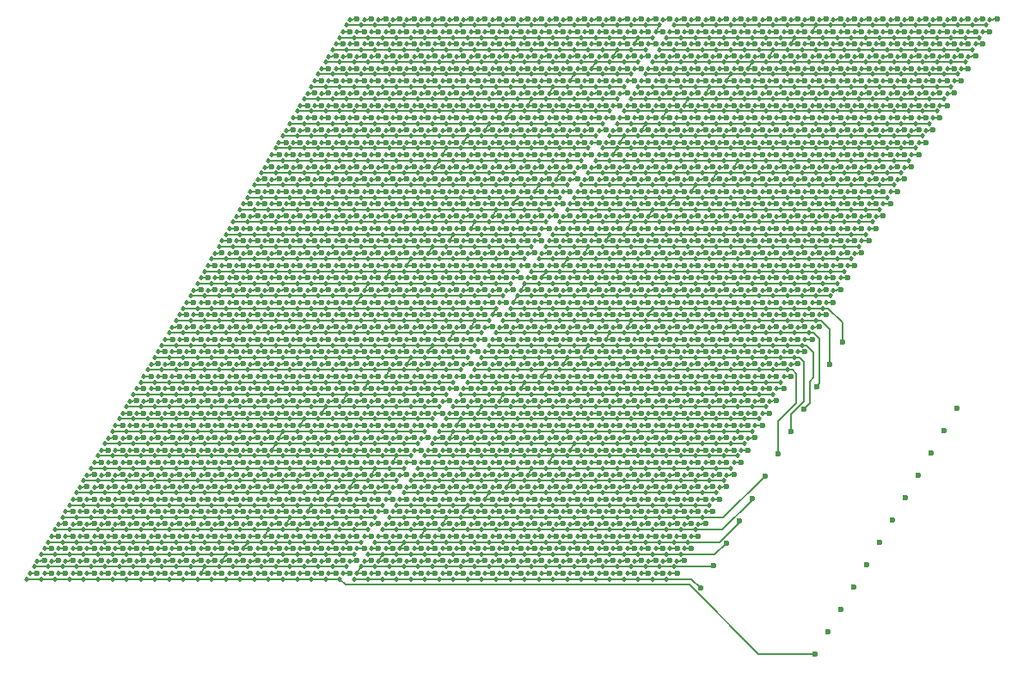
<source format=gtl>
%TF.GenerationSoftware,KiCad,Pcbnew,8.0.8*%
%TF.CreationDate,2025-03-26T10:56:16-07:00*%
%TF.ProjectId,led_mapper_850,6c65645f-6d61-4707-9065-725f3835302e,rev?*%
%TF.SameCoordinates,Original*%
%TF.FileFunction,Copper,L1,Top*%
%TF.FilePolarity,Positive*%
%FSLAX46Y46*%
G04 Gerber Fmt 4.6, Leading zero omitted, Abs format (unit mm)*
G04 Created by KiCad (PCBNEW 8.0.8) date 2025-03-26 10:56:16*
%MOMM*%
%LPD*%
G01*
G04 APERTURE LIST*
G04 Aperture macros list*
%AMRoundRect*
0 Rectangle with rounded corners*
0 $1 Rounding radius*
0 $2 $3 $4 $5 $6 $7 $8 $9 X,Y pos of 4 corners*
0 Add a 4 corners polygon primitive as box body*
4,1,4,$2,$3,$4,$5,$6,$7,$8,$9,$2,$3,0*
0 Add four circle primitives for the rounded corners*
1,1,$1+$1,$2,$3*
1,1,$1+$1,$4,$5*
1,1,$1+$1,$6,$7*
1,1,$1+$1,$8,$9*
0 Add four rect primitives between the rounded corners*
20,1,$1+$1,$2,$3,$4,$5,0*
20,1,$1+$1,$4,$5,$6,$7,0*
20,1,$1+$1,$6,$7,$8,$9,0*
20,1,$1+$1,$8,$9,$2,$3,0*%
G04 Aperture macros list end*
%TA.AperFunction,SMDPad,CuDef*%
%ADD10RoundRect,0.100000X0.021603X-0.162583X0.151603X0.062583X-0.021603X0.162583X-0.151603X-0.062583X0*%
%TD*%
%TA.AperFunction,ViaPad*%
%ADD11C,0.600000*%
%TD*%
%TA.AperFunction,Conductor*%
%ADD12C,0.200000*%
%TD*%
G04 APERTURE END LIST*
D10*
%TO.P,D1197,1,K*%
%TO.N,/P21*%
X-18360000Y-31800452D03*
%TO.P,D1197,2,A*%
%TO.N,/P1*%
X-18040000Y-31246196D03*
%TD*%
%TO.P,D1404,1,K*%
%TO.N,/P5*%
X11040000Y-36650194D03*
%TO.P,D1404,2,A*%
%TO.N,/P1*%
X11360000Y-36095938D03*
%TD*%
%TO.P,D104,1,K*%
%TO.N,/P22*%
X13840000Y-2701999D03*
%TO.P,D104,2,A*%
%TO.N,/P12*%
X14160000Y-2147743D03*
%TD*%
%TO.P,D1631,1,K*%
%TO.N,/P13*%
X-28860000Y-54836728D03*
%TO.P,D1631,2,A*%
%TO.N,/P3*%
X-28540000Y-54282472D03*
%TD*%
%TO.P,D1789,1,K*%
%TO.N,/P5*%
X10340000Y-49986986D03*
%TO.P,D1789,2,A*%
%TO.N,/P7*%
X10660000Y-49432730D03*
%TD*%
%TO.P,D339,1,K*%
%TO.N,/P17*%
X17340000Y-8764176D03*
%TO.P,D339,2,A*%
%TO.N,/P18*%
X17660000Y-8209920D03*
%TD*%
%TO.P,D1783,1,K*%
%TO.N,/P5*%
X18740000Y-49986986D03*
%TO.P,D1783,2,A*%
%TO.N,/P13*%
X19060000Y-49432730D03*
%TD*%
%TO.P,D827,1,K*%
%TO.N,/P7*%
X22240000Y-19676097D03*
%TO.P,D827,2,A*%
%TO.N,/P2*%
X22560000Y-19121841D03*
%TD*%
%TO.P,D2007,1,K*%
%TO.N,/P10*%
X30640000Y-43924808D03*
%TO.P,D2007,2,A*%
%TO.N,/P19*%
X30960000Y-43370552D03*
%TD*%
%TO.P,D1951,1,K*%
%TO.N,/P20*%
X-21160000Y-46349679D03*
%TO.P,D1951,2,A*%
%TO.N,/P5*%
X-20840000Y-45795423D03*
%TD*%
%TO.P,D1747,1,K*%
%TO.N,/P4*%
X4040000Y-51199421D03*
%TO.P,D1747,2,A*%
%TO.N,/P2*%
X4360000Y-50645165D03*
%TD*%
%TO.P,D361,1,K*%
%TO.N,/P5*%
X48140000Y-8764176D03*
%TO.P,D361,2,A*%
%TO.N,/P17*%
X48460000Y-8209920D03*
%TD*%
%TO.P,D132,1,K*%
%TO.N,/P10*%
X53040000Y-2701999D03*
%TO.P,D132,2,A*%
%TO.N,/P18*%
X53360000Y-2147743D03*
%TD*%
%TO.P,D1683,1,K*%
%TO.N,/P3*%
X28540000Y-52411857D03*
%TO.P,D1683,2,A*%
%TO.N,/P21*%
X28860000Y-51857601D03*
%TD*%
%TO.P,D1757,1,K*%
%TO.N,/P16*%
X-9960000Y-51199421D03*
%TO.P,D1757,2,A*%
%TO.N,/P15*%
X-9640000Y-50645165D03*
%TD*%
%TO.P,D2017,1,K*%
%TO.N,/P10*%
X16640000Y-43924808D03*
%TO.P,D2017,2,A*%
%TO.N,/P8*%
X16960000Y-43370552D03*
%TD*%
%TO.P,D1595,1,K*%
%TO.N,/P1*%
X21540000Y-54836728D03*
%TO.P,D1595,2,A*%
%TO.N,/P17*%
X21860000Y-54282472D03*
%TD*%
%TO.P,D1805,1,K*%
%TO.N,/P17*%
X-12060000Y-49986986D03*
%TO.P,D1805,2,A*%
%TO.N,/P13*%
X-11740000Y-49432730D03*
%TD*%
%TO.P,D345,1,K*%
%TO.N,/P17*%
X25740000Y-8764176D03*
%TO.P,D345,2,A*%
%TO.N,/P24*%
X26060000Y-8209920D03*
%TD*%
%TO.P,D123,1,K*%
%TO.N,/P10*%
X40440000Y-2701999D03*
%TO.P,D123,2,A*%
%TO.N,/P8*%
X40760000Y-2147743D03*
%TD*%
%TO.P,D1441,1,K*%
%TO.N,/P16*%
X-2260000Y-37862630D03*
%TO.P,D1441,2,A*%
%TO.N,/P15*%
X-1940000Y-37308374D03*
%TD*%
%TO.P,D207,1,K*%
%TO.N,/P20*%
X27840000Y-5126870D03*
%TO.P,D207,2,A*%
%TO.N,/P24*%
X28160000Y-4572614D03*
%TD*%
%TO.P,D1846,1,K*%
%TO.N,/P18*%
X-4360000Y-48774550D03*
%TO.P,D1846,2,A*%
%TO.N,/P19*%
X-4040000Y-48220294D03*
%TD*%
%TO.P,D1159,1,K*%
%TO.N,/P22*%
X-6460000Y-30588017D03*
%TO.P,D1159,2,A*%
%TO.N,/P9*%
X-6140000Y-30033761D03*
%TD*%
%TO.P,D146,1,K*%
%TO.N,/P21*%
X7540000Y-3914434D03*
%TO.P,D146,2,A*%
%TO.N,/P8*%
X7860000Y-3360178D03*
%TD*%
%TO.P,D217,1,K*%
%TO.N,/P8*%
X41840000Y-5126870D03*
%TO.P,D217,2,A*%
%TO.N,/P11*%
X42160000Y-4572614D03*
%TD*%
%TO.P,D444,1,K*%
%TO.N,/P3*%
X34140000Y-11189048D03*
%TO.P,D444,2,A*%
%TO.N,/P8*%
X34460000Y-10634792D03*
%TD*%
%TO.P,D1015,1,K*%
%TO.N,/P23*%
X19440000Y-14826354D03*
%TO.P,D1015,2,A*%
%TO.N,/P21*%
X19760000Y-14272098D03*
%TD*%
%TO.P,D329,1,K*%
%TO.N,/P17*%
X3340000Y-8764176D03*
%TO.P,D329,2,A*%
%TO.N,/P7*%
X3660000Y-8209920D03*
%TD*%
%TO.P,D268,1,K*%
%TO.N,/P7*%
X48140000Y-6339305D03*
%TO.P,D268,2,A*%
%TO.N,/P16*%
X48460000Y-5785049D03*
%TD*%
%TO.P,D1109,1,K*%
%TO.N,/P23*%
X-11360000Y-29375581D03*
%TO.P,D1109,2,A*%
%TO.N,/P5*%
X-11040000Y-28821325D03*
%TD*%
%TO.P,D1274,1,K*%
%TO.N,/P8*%
X24340000Y-33012888D03*
%TO.P,D1274,2,A*%
%TO.N,/P10*%
X24660000Y-32458632D03*
%TD*%
%TO.P,D185,1,K*%
%TO.N,/P20*%
X-2960000Y-5126870D03*
%TO.P,D185,2,A*%
%TO.N,/P1*%
X-2640000Y-4572614D03*
%TD*%
%TO.P,D111,1,K*%
%TO.N,/P22*%
X23640000Y-2701999D03*
%TO.P,D111,2,A*%
%TO.N,/P19*%
X23960000Y-2147743D03*
%TD*%
%TO.P,D238,1,K*%
%TO.N,/P19*%
X6140000Y-6339305D03*
%TO.P,D238,2,A*%
%TO.N,/P8*%
X6460000Y-5785049D03*
%TD*%
%TO.P,D426,1,K*%
%TO.N,/P15*%
X8940000Y-11189048D03*
%TO.P,D426,2,A*%
%TO.N,/P12*%
X9260000Y-10634792D03*
%TD*%
%TO.P,D1153,1,K*%
%TO.N,/P22*%
X-14860000Y-30588017D03*
%TO.P,D1153,2,A*%
%TO.N,/P3*%
X-14540000Y-30033761D03*
%TD*%
%TO.P,D1144,1,K*%
%TO.N,/P11*%
X37640000Y-29375581D03*
%TO.P,D1144,2,A*%
%TO.N,/P18*%
X37960000Y-28821325D03*
%TD*%
%TO.P,D1970,1,K*%
%TO.N,/P9*%
X17340000Y-45137243D03*
%TO.P,D1970,2,A*%
%TO.N,/P10*%
X17660000Y-44582987D03*
%TD*%
%TO.P,D981,1,K*%
%TO.N,/P22*%
X1940000Y-16038790D03*
%TO.P,D981,2,A*%
%TO.N,/P9*%
X2260000Y-15484534D03*
%TD*%
%TO.P,D681,1,K*%
%TO.N,/P4*%
X31340000Y-23313403D03*
%TO.P,D681,2,A*%
%TO.N,/P11*%
X31660000Y-22759147D03*
%TD*%
%TO.P,D386,1,K*%
%TO.N,/P16*%
X18040000Y-9976612D03*
%TO.P,D386,2,A*%
%TO.N,/P19*%
X18360000Y-9422356D03*
%TD*%
%TO.P,D808,1,K*%
%TO.N,/P7*%
X48840000Y-19676097D03*
%TO.P,D808,2,A*%
%TO.N,/P22*%
X49160000Y-19121841D03*
%TD*%
%TO.P,D1963,1,K*%
%TO.N,/P9*%
X27140000Y-45137243D03*
%TO.P,D1963,2,A*%
%TO.N,/P17*%
X27460000Y-44582987D03*
%TD*%
%TO.P,D33,1,K*%
%TO.N,/P12*%
X44640000Y-277128D03*
%TO.P,D33,2,A*%
%TO.N,/P10*%
X44960000Y277128D03*
%TD*%
%TO.P,D1088,1,K*%
%TO.N,/P12*%
X24340000Y-28163146D03*
%TO.P,D1088,2,A*%
%TO.N,/P7*%
X24660000Y-27608890D03*
%TD*%
%TO.P,D1992,1,K*%
%TO.N,/P21*%
X-13460000Y-45137243D03*
%TO.P,D1992,2,A*%
%TO.N,/P10*%
X-13140000Y-44582987D03*
%TD*%
%TO.P,D1651,1,K*%
%TO.N,/P2*%
X8240000Y-53624292D03*
%TO.P,D1651,2,A*%
%TO.N,/P7*%
X8560000Y-53070036D03*
%TD*%
%TO.P,D82,1,K*%
%TO.N,/P11*%
X48140000Y-1489563D03*
%TO.P,D82,2,A*%
%TO.N,/P14*%
X48460000Y-935307D03*
%TD*%
%TO.P,D1108,1,K*%
%TO.N,/P23*%
X-12760000Y-29375581D03*
%TO.P,D1108,2,A*%
%TO.N,/P4*%
X-12440000Y-28821325D03*
%TD*%
%TO.P,D912,1,K*%
%TO.N,/P9*%
X33440000Y-17251225D03*
%TO.P,D912,2,A*%
%TO.N,/P10*%
X33760000Y-16696969D03*
%TD*%
%TO.P,D1480,1,K*%
%TO.N,/P15*%
X-12760000Y-39075066D03*
%TO.P,D1480,2,A*%
%TO.N,/P8*%
X-12440000Y-38520810D03*
%TD*%
%TO.P,D1559,1,K*%
%TO.N,/P2*%
X32740000Y-40287501D03*
%TO.P,D1559,2,A*%
%TO.N,/P19*%
X33060000Y-39733245D03*
%TD*%
%TO.P,D181,1,K*%
%TO.N,/P9*%
X56540000Y-3914434D03*
%TO.P,D181,2,A*%
%TO.N,/P21*%
X56860000Y-3360178D03*
%TD*%
%TO.P,D736,1,K*%
%TO.N,/P5*%
X19440000Y-22100968D03*
%TO.P,D736,2,A*%
%TO.N,/P1*%
X19760000Y-21546712D03*
%TD*%
%TO.P,D1865,1,K*%
%TO.N,/P7*%
X34140000Y-47562115D03*
%TO.P,D1865,2,A*%
%TO.N,/P23*%
X34460000Y-47007859D03*
%TD*%
%TO.P,D957,1,K*%
%TO.N,/P10*%
X35540000Y-16038790D03*
%TO.P,D957,2,A*%
%TO.N,/P11*%
X35860000Y-15484534D03*
%TD*%
%TO.P,D1777,1,K*%
%TO.N,/P5*%
X27140000Y-49986986D03*
%TO.P,D1777,2,A*%
%TO.N,/P19*%
X27460000Y-49432730D03*
%TD*%
%TO.P,D1977,1,K*%
%TO.N,/P9*%
X7540000Y-45137243D03*
%TO.P,D1977,2,A*%
%TO.N,/P2*%
X7860000Y-44582987D03*
%TD*%
%TO.P,D940,1,K*%
%TO.N,/P21*%
X-5760000Y-17251225D03*
%TO.P,D940,2,A*%
%TO.N,/P4*%
X-5440000Y-16696969D03*
%TD*%
%TO.P,D234,1,K*%
%TO.N,/P19*%
X540000Y-6339305D03*
%TO.P,D234,2,A*%
%TO.N,/P4*%
X860000Y-5785049D03*
%TD*%
%TO.P,D1277,1,K*%
%TO.N,/P8*%
X28540000Y-33012888D03*
%TO.P,D1277,2,A*%
%TO.N,/P13*%
X28860000Y-32458632D03*
%TD*%
%TO.P,D430,1,K*%
%TO.N,/P15*%
X14540000Y-11189048D03*
%TO.P,D430,2,A*%
%TO.N,/P17*%
X14860000Y-10634792D03*
%TD*%
%TO.P,D2001,1,K*%
%TO.N,/P21*%
X-26060000Y-45137243D03*
%TO.P,D2001,2,A*%
%TO.N,/P1*%
X-25740000Y-44582987D03*
%TD*%
%TO.P,D1475,1,K*%
%TO.N,/P15*%
X-19760000Y-39075066D03*
%TO.P,D1475,2,A*%
%TO.N,/P3*%
X-19440000Y-38520810D03*
%TD*%
%TO.P,D1338,1,K*%
%TO.N,/P18*%
X-16260000Y-35437759D03*
%TO.P,D1338,2,A*%
%TO.N,/P4*%
X-15940000Y-34883503D03*
%TD*%
%TO.P,D1395,1,K*%
%TO.N,/P17*%
X-1560000Y-36650194D03*
%TO.P,D1395,2,A*%
%TO.N,/P15*%
X-1240000Y-36095938D03*
%TD*%
%TO.P,D1201,1,K*%
%TO.N,/P21*%
X-12760000Y-31800452D03*
%TO.P,D1201,2,A*%
%TO.N,/P5*%
X-12440000Y-31246196D03*
%TD*%
%TO.P,D1875,1,K*%
%TO.N,/P7*%
X20140000Y-47562115D03*
%TO.P,D1875,2,A*%
%TO.N,/P13*%
X20460000Y-47007859D03*
%TD*%
%TO.P,D460,1,K*%
%TO.N,/P3*%
X56540000Y-11189048D03*
%TO.P,D460,2,A*%
%TO.N,/P24*%
X56860000Y-10634792D03*
%TD*%
%TO.P,D1126,1,K*%
%TO.N,/P23*%
X12440000Y-29375581D03*
%TO.P,D1126,2,A*%
%TO.N,/P22*%
X12760000Y-28821325D03*
%TD*%
%TO.P,D467,1,K*%
%TO.N,/P14*%
X1240000Y-12401483D03*
%TO.P,D467,2,A*%
%TO.N,/P7*%
X1560000Y-11847227D03*
%TD*%
%TO.P,D169,1,K*%
%TO.N,/P9*%
X39740000Y-3914434D03*
%TO.P,D169,2,A*%
%TO.N,/P8*%
X40060000Y-3360178D03*
%TD*%
%TO.P,D1866,1,K*%
%TO.N,/P7*%
X32740000Y-47562115D03*
%TO.P,D1866,2,A*%
%TO.N,/P22*%
X33060000Y-47007859D03*
%TD*%
%TO.P,D70,1,K*%
%TO.N,/P11*%
X31340000Y-1489563D03*
%TO.P,D70,2,A*%
%TO.N,/P1*%
X31660000Y-935307D03*
%TD*%
%TO.P,D1470,1,K*%
%TO.N,/P4*%
X38340000Y-37862630D03*
%TO.P,D1470,2,A*%
%TO.N,/P22*%
X38660000Y-37308374D03*
%TD*%
%TO.P,D1737,1,K*%
%TO.N,/P4*%
X18040000Y-51199421D03*
%TO.P,D1737,2,A*%
%TO.N,/P13*%
X18360000Y-50645165D03*
%TD*%
%TO.P,D2073,1,K*%
%TO.N,/P23*%
X3340000Y-42712372D03*
%TO.P,D2073,2,A*%
%TO.N,/P21*%
X3660000Y-42158116D03*
%TD*%
%TO.P,D546,1,K*%
%TO.N,/P1*%
X25040000Y-26950710D03*
%TO.P,D546,2,A*%
%TO.N,/P8*%
X25360000Y-26396454D03*
%TD*%
%TO.P,D93,1,K*%
%TO.N,/P22*%
X-1560000Y-2701999D03*
%TO.P,D93,2,A*%
%TO.N,/P1*%
X-1240000Y-2147743D03*
%TD*%
%TO.P,D688,1,K*%
%TO.N,/P4*%
X21540000Y-23313403D03*
%TO.P,D688,2,A*%
%TO.N,/P3*%
X21860000Y-22759147D03*
%TD*%
%TO.P,D1025,1,K*%
%TO.N,/P23*%
X5440000Y-14826354D03*
%TO.P,D1025,2,A*%
%TO.N,/P11*%
X5760000Y-14272098D03*
%TD*%
%TO.P,D818,1,K*%
%TO.N,/P7*%
X34840000Y-19676097D03*
%TO.P,D818,2,A*%
%TO.N,/P12*%
X35160000Y-19121841D03*
%TD*%
%TO.P,D1828,1,K*%
%TO.N,/P6*%
X20840000Y-48774550D03*
%TO.P,D1828,2,A*%
%TO.N,/P14*%
X21160000Y-48220294D03*
%TD*%
%TO.P,D2052,1,K*%
%TO.N,/P11*%
X32740000Y-42712372D03*
%TO.P,D2052,2,A*%
%TO.N,/P20*%
X33060000Y-42158116D03*
%TD*%
%TO.P,D1527,1,K*%
%TO.N,/P14*%
X-12060000Y-40287501D03*
%TO.P,D1527,2,A*%
%TO.N,/P9*%
X-11740000Y-39733245D03*
%TD*%
%TO.P,D1705,1,K*%
%TO.N,/P15*%
X-2260000Y-52411857D03*
%TO.P,D1705,2,A*%
%TO.N,/P22*%
X-1940000Y-51857601D03*
%TD*%
%TO.P,D501,1,K*%
%TO.N,/P2*%
X48840000Y-12401483D03*
%TO.P,D501,2,A*%
%TO.N,/P19*%
X49160000Y-11847227D03*
%TD*%
%TO.P,D2094,1,K*%
%TO.N,/P12*%
X39040000Y-41499937D03*
%TO.P,D2094,2,A*%
%TO.N,/P24*%
X39360000Y-40945681D03*
%TD*%
%TO.P,D1656,1,K*%
%TO.N,/P2*%
X1240000Y-53624292D03*
%TO.P,D1656,2,A*%
%TO.N,/P1*%
X1560000Y-53070036D03*
%TD*%
%TO.P,D203,1,K*%
%TO.N,/P20*%
X22240000Y-5126870D03*
%TO.P,D203,2,A*%
%TO.N,/P19*%
X22560000Y-4572614D03*
%TD*%
%TO.P,D145,1,K*%
%TO.N,/P21*%
X6140000Y-3914434D03*
%TO.P,D145,2,A*%
%TO.N,/P7*%
X6460000Y-3360178D03*
%TD*%
%TO.P,D2033,1,K*%
%TO.N,/P22*%
X-5760000Y-43924808D03*
%TO.P,D2033,2,A*%
%TO.N,/P15*%
X-5440000Y-43370552D03*
%TD*%
%TO.P,D1558,1,K*%
%TO.N,/P2*%
X31340000Y-40287501D03*
%TO.P,D1558,2,A*%
%TO.N,/P18*%
X31660000Y-39733245D03*
%TD*%
%TO.P,D1133,1,K*%
%TO.N,/P11*%
X22240000Y-29375581D03*
%TO.P,D1133,2,A*%
%TO.N,/P6*%
X22560000Y-28821325D03*
%TD*%
%TO.P,D958,1,K*%
%TO.N,/P10*%
X34140000Y-16038790D03*
%TO.P,D958,2,A*%
%TO.N,/P9*%
X34460000Y-15484534D03*
%TD*%
%TO.P,D1957,1,K*%
%TO.N,/P9*%
X35540000Y-45137243D03*
%TO.P,D1957,2,A*%
%TO.N,/P23*%
X35860000Y-44582987D03*
%TD*%
%TO.P,D614,1,K*%
%TO.N,/P14*%
X-5060000Y-25738274D03*
%TO.P,D614,2,A*%
%TO.N,/P8*%
X-4740000Y-25184018D03*
%TD*%
%TO.P,D338,1,K*%
%TO.N,/P17*%
X15940000Y-8764176D03*
%TO.P,D338,2,A*%
%TO.N,/P16*%
X16260000Y-8209920D03*
%TD*%
%TO.P,D878,1,K*%
%TO.N,/P20*%
X15940000Y-18463661D03*
%TO.P,D878,2,A*%
%TO.N,/P21*%
X16260000Y-17909405D03*
%TD*%
%TO.P,D456,1,K*%
%TO.N,/P3*%
X50940000Y-11189048D03*
%TO.P,D456,2,A*%
%TO.N,/P20*%
X51260000Y-10634792D03*
%TD*%
%TO.P,D175,1,K*%
%TO.N,/P9*%
X48140000Y-3914434D03*
%TO.P,D175,2,A*%
%TO.N,/P15*%
X48460000Y-3360178D03*
%TD*%
%TO.P,D1322,1,K*%
%TO.N,/P7*%
X26440000Y-34225323D03*
%TO.P,D1322,2,A*%
%TO.N,/P12*%
X26760000Y-33671067D03*
%TD*%
%TO.P,D1652,1,K*%
%TO.N,/P2*%
X6840000Y-53624292D03*
%TO.P,D1652,2,A*%
%TO.N,/P6*%
X7160000Y-53070036D03*
%TD*%
%TO.P,D1990,1,K*%
%TO.N,/P21*%
X-10660000Y-45137243D03*
%TO.P,D1990,2,A*%
%TO.N,/P12*%
X-10340000Y-44582987D03*
%TD*%
%TO.P,D1449,1,K*%
%TO.N,/P16*%
X8940000Y-37862630D03*
%TO.P,D1449,2,A*%
%TO.N,/P24*%
X9260000Y-37308374D03*
%TD*%
%TO.P,D1118,1,K*%
%TO.N,/P23*%
X1240000Y-29375581D03*
%TO.P,D1118,2,A*%
%TO.N,/P14*%
X1560000Y-28821325D03*
%TD*%
%TO.P,D752,1,K*%
%TO.N,/P17*%
X-2960000Y-22100968D03*
%TO.P,D752,2,A*%
%TO.N,/P8*%
X-2640000Y-21546712D03*
%TD*%
%TO.P,D434,1,K*%
%TO.N,/P15*%
X20140000Y-11189048D03*
%TO.P,D434,2,A*%
%TO.N,/P21*%
X20460000Y-10634792D03*
%TD*%
%TO.P,D575,1,K*%
%TO.N,/P13*%
X-15560000Y-26950710D03*
%TO.P,D575,2,A*%
%TO.N,/P1*%
X-15240000Y-26396454D03*
%TD*%
%TO.P,D1278,1,K*%
%TO.N,/P8*%
X29940000Y-33012888D03*
%TO.P,D1278,2,A*%
%TO.N,/P14*%
X30260000Y-32458632D03*
%TD*%
%TO.P,D505,1,K*%
%TO.N,/P2*%
X54440000Y-12401483D03*
%TO.P,D505,2,A*%
%TO.N,/P23*%
X54760000Y-11847227D03*
%TD*%
%TO.P,D663,1,K*%
%TO.N,/P15*%
X-8560000Y-24525839D03*
%TO.P,D663,2,A*%
%TO.N,/P5*%
X-8240000Y-23971583D03*
%TD*%
%TO.P,D812,1,K*%
%TO.N,/P7*%
X43240000Y-19676097D03*
%TO.P,D812,2,A*%
%TO.N,/P18*%
X43560000Y-19121841D03*
%TD*%
%TO.P,D711,1,K*%
%TO.N,/P16*%
X-10660000Y-23313403D03*
%TO.P,D711,2,A*%
%TO.N,/P3*%
X-10340000Y-22759147D03*
%TD*%
%TO.P,D1137,1,K*%
%TO.N,/P11*%
X27840000Y-29375581D03*
%TO.P,D1137,2,A*%
%TO.N,/P10*%
X28160000Y-28821325D03*
%TD*%
%TO.P,D1495,1,K*%
%TO.N,/P15*%
X8240000Y-39075066D03*
%TO.P,D1495,2,A*%
%TO.N,/P24*%
X8560000Y-38520810D03*
%TD*%
%TO.P,D1512,1,K*%
%TO.N,/P3*%
X32040000Y-39075066D03*
%TO.P,D1512,2,A*%
%TO.N,/P18*%
X32360000Y-38520810D03*
%TD*%
%TO.P,D301,1,K*%
%TO.N,/P6*%
X29240000Y-7551741D03*
%TO.P,D301,2,A*%
%TO.N,/P2*%
X29560000Y-6997485D03*
%TD*%
%TO.P,D1660,1,K*%
%TO.N,/P14*%
X-4360000Y-53624292D03*
%TO.P,D1660,2,A*%
%TO.N,/P21*%
X-4040000Y-53070036D03*
%TD*%
%TO.P,D725,1,K*%
%TO.N,/P5*%
X34840000Y-22100968D03*
%TO.P,D725,2,A*%
%TO.N,/P13*%
X35160000Y-21546712D03*
%TD*%
%TO.P,D1586,1,K*%
%TO.N,/P13*%
X5440000Y-41499937D03*
%TO.P,D1586,2,A*%
%TO.N,/P23*%
X5760000Y-40945681D03*
%TD*%
%TO.P,D1731,1,K*%
%TO.N,/P4*%
X26440000Y-51199421D03*
%TO.P,D1731,2,A*%
%TO.N,/P19*%
X26760000Y-50645165D03*
%TD*%
%TO.P,D722,1,K*%
%TO.N,/P5*%
X39040000Y-22100968D03*
%TO.P,D722,2,A*%
%TO.N,/P16*%
X39360000Y-21546712D03*
%TD*%
%TO.P,D1734,1,K*%
%TO.N,/P4*%
X22240000Y-51199421D03*
%TO.P,D1734,2,A*%
%TO.N,/P16*%
X22560000Y-50645165D03*
%TD*%
%TO.P,D1246,1,K*%
%TO.N,/P20*%
X-14860000Y-33012888D03*
%TO.P,D1246,2,A*%
%TO.N,/P4*%
X-14540000Y-32458632D03*
%TD*%
%TO.P,D1913,1,K*%
%TO.N,/P8*%
X32040000Y-46349679D03*
%TO.P,D1913,2,A*%
%TO.N,/P21*%
X32360000Y-45795423D03*
%TD*%
%TO.P,D1424,1,K*%
%TO.N,/P5*%
X39040000Y-36650194D03*
%TO.P,D1424,2,A*%
%TO.N,/P22*%
X39360000Y-36095938D03*
%TD*%
%TO.P,D1212,1,K*%
%TO.N,/P21*%
X2640000Y-31800452D03*
%TO.P,D1212,2,A*%
%TO.N,/P16*%
X2960000Y-31246196D03*
%TD*%
%TO.P,D576,1,K*%
%TO.N,/P2*%
X48140000Y-25738274D03*
%TO.P,D576,2,A*%
%TO.N,/P24*%
X48460000Y-25184018D03*
%TD*%
%TO.P,D1542,1,K*%
%TO.N,/P2*%
X8940000Y-40287501D03*
%TO.P,D1542,2,A*%
%TO.N,/P1*%
X9260000Y-39733245D03*
%TD*%
%TO.P,D1981,1,K*%
%TO.N,/P21*%
X1940000Y-45137243D03*
%TO.P,D1981,2,A*%
%TO.N,/P22*%
X2260000Y-44582987D03*
%TD*%
%TO.P,D1236,1,K*%
%TO.N,/P9*%
X36240000Y-31800452D03*
%TO.P,D1236,2,A*%
%TO.N,/P18*%
X36560000Y-31246196D03*
%TD*%
%TO.P,D1190,1,K*%
%TO.N,/P10*%
X36940000Y-30588017D03*
%TO.P,D1190,2,A*%
%TO.N,/P18*%
X37260000Y-30033761D03*
%TD*%
%TO.P,D1561,1,K*%
%TO.N,/P2*%
X35540000Y-40287501D03*
%TO.P,D1561,2,A*%
%TO.N,/P21*%
X35860000Y-39733245D03*
%TD*%
%TO.P,D1639,1,K*%
%TO.N,/P2*%
X25040000Y-53624292D03*
%TO.P,D1639,2,A*%
%TO.N,/P19*%
X25360000Y-53070036D03*
%TD*%
%TO.P,D1481,1,K*%
%TO.N,/P15*%
X-11360000Y-39075066D03*
%TO.P,D1481,2,A*%
%TO.N,/P9*%
X-11040000Y-38520810D03*
%TD*%
%TO.P,D46,1,K*%
%TO.N,/P12*%
X62840000Y-277128D03*
%TO.P,D46,2,A*%
%TO.N,/P24*%
X63160000Y277128D03*
%TD*%
%TO.P,D1171,1,K*%
%TO.N,/P22*%
X10340000Y-30588017D03*
%TO.P,D1171,2,A*%
%TO.N,/P21*%
X10660000Y-30033761D03*
%TD*%
%TO.P,D1369,1,K*%
%TO.N,/P6*%
X27140000Y-35437759D03*
%TO.P,D1369,2,A*%
%TO.N,/P13*%
X27460000Y-34883503D03*
%TD*%
%TO.P,D757,1,K*%
%TO.N,/P17*%
X-9960000Y-22100968D03*
%TO.P,D757,2,A*%
%TO.N,/P3*%
X-9640000Y-21546712D03*
%TD*%
%TO.P,D277,1,K*%
%TO.N,/P18*%
X-4360000Y-7551741D03*
%TO.P,D277,2,A*%
%TO.N,/P1*%
X-4040000Y-6997485D03*
%TD*%
%TO.P,D542,1,K*%
%TO.N,/P1*%
X30640000Y-26950710D03*
%TO.P,D542,2,A*%
%TO.N,/P12*%
X30960000Y-26396454D03*
%TD*%
%TO.P,D1307,1,K*%
%TO.N,/P19*%
X5440000Y-34225323D03*
%TO.P,D1307,2,A*%
%TO.N,/P20*%
X5760000Y-33671067D03*
%TD*%
%TO.P,D1508,1,K*%
%TO.N,/P3*%
X26440000Y-39075066D03*
%TO.P,D1508,2,A*%
%TO.N,/P14*%
X26760000Y-38520810D03*
%TD*%
%TO.P,D1647,1,K*%
%TO.N,/P2*%
X13840000Y-53624292D03*
%TO.P,D1647,2,A*%
%TO.N,/P11*%
X14160000Y-53070036D03*
%TD*%
%TO.P,D1942,1,K*%
%TO.N,/P20*%
X-8560000Y-46349679D03*
%TO.P,D1942,2,A*%
%TO.N,/P14*%
X-8240000Y-45795423D03*
%TD*%
%TO.P,D414,1,K*%
%TO.N,/P4*%
X57240000Y-9976612D03*
%TO.P,D414,2,A*%
%TO.N,/P24*%
X57560000Y-9422356D03*
%TD*%
%TO.P,D99,1,K*%
%TO.N,/P22*%
X6840000Y-2701999D03*
%TO.P,D99,2,A*%
%TO.N,/P7*%
X7160000Y-2147743D03*
%TD*%
%TO.P,D1726,1,K*%
%TO.N,/P4*%
X33440000Y-51199421D03*
%TO.P,D1726,2,A*%
%TO.N,/P24*%
X33760000Y-50645165D03*
%TD*%
%TO.P,D1370,1,K*%
%TO.N,/P6*%
X28540000Y-35437759D03*
%TO.P,D1370,2,A*%
%TO.N,/P14*%
X28860000Y-34883503D03*
%TD*%
%TO.P,D934,1,K*%
%TO.N,/P21*%
X2640000Y-17251225D03*
%TO.P,D934,2,A*%
%TO.N,/P10*%
X2960000Y-16696969D03*
%TD*%
%TO.P,D2044,1,K*%
%TO.N,/P22*%
X-21160000Y-43924808D03*
%TO.P,D2044,2,A*%
%TO.N,/P4*%
X-20840000Y-43370552D03*
%TD*%
%TO.P,D72,1,K*%
%TO.N,/P11*%
X34140000Y-1489563D03*
%TO.P,D72,2,A*%
%TO.N,/P3*%
X34460000Y-935307D03*
%TD*%
%TO.P,D1629,1,K*%
%TO.N,/P13*%
X-26060000Y-54836728D03*
%TO.P,D1629,2,A*%
%TO.N,/P5*%
X-25740000Y-54282472D03*
%TD*%
%TO.P,D1330,1,K*%
%TO.N,/P7*%
X37640000Y-34225323D03*
%TO.P,D1330,2,A*%
%TO.N,/P20*%
X37960000Y-33671067D03*
%TD*%
%TO.P,D108,1,K*%
%TO.N,/P22*%
X19440000Y-2701999D03*
%TO.P,D108,2,A*%
%TO.N,/P16*%
X19760000Y-2147743D03*
%TD*%
%TO.P,D1844,1,K*%
%TO.N,/P18*%
X-1560000Y-48774550D03*
%TO.P,D1844,2,A*%
%TO.N,/P21*%
X-1240000Y-48220294D03*
%TD*%
%TO.P,D1299,1,K*%
%TO.N,/P19*%
X-5760000Y-34225323D03*
%TO.P,D1299,2,A*%
%TO.N,/P11*%
X-5440000Y-33671067D03*
%TD*%
%TO.P,D567,1,K*%
%TO.N,/P13*%
X-4360000Y-26950710D03*
%TO.P,D567,2,A*%
%TO.N,/P9*%
X-4040000Y-26396454D03*
%TD*%
%TO.P,D308,1,K*%
%TO.N,/P6*%
X39040000Y-7551741D03*
%TO.P,D308,2,A*%
%TO.N,/P10*%
X39360000Y-6997485D03*
%TD*%
%TO.P,D692,1,K*%
%TO.N,/P16*%
X15940000Y-23313403D03*
%TO.P,D692,2,A*%
%TO.N,/P23*%
X16260000Y-22759147D03*
%TD*%
%TO.P,D1574,1,K*%
%TO.N,/P13*%
X-11360000Y-41499937D03*
%TO.P,D1574,2,A*%
%TO.N,/P10*%
X-11040000Y-40945681D03*
%TD*%
%TO.P,D423,1,K*%
%TO.N,/P15*%
X4740000Y-11189048D03*
%TO.P,D423,2,A*%
%TO.N,/P9*%
X5060000Y-10634792D03*
%TD*%
%TO.P,D1303,1,K*%
%TO.N,/P19*%
X-160000Y-34225323D03*
%TO.P,D1303,2,A*%
%TO.N,/P15*%
X160000Y-33671067D03*
%TD*%
%TO.P,D1057,1,K*%
%TO.N,/P12*%
X25740000Y-13613919D03*
%TO.P,D1057,2,A*%
%TO.N,/P2*%
X26060000Y-13059663D03*
%TD*%
%TO.P,D1017,1,K*%
%TO.N,/P23*%
X16640000Y-14826354D03*
%TO.P,D1017,2,A*%
%TO.N,/P19*%
X16960000Y-14272098D03*
%TD*%
%TO.P,D1468,1,K*%
%TO.N,/P4*%
X35540000Y-37862630D03*
%TO.P,D1468,2,A*%
%TO.N,/P20*%
X35860000Y-37308374D03*
%TD*%
%TO.P,D705,1,K*%
%TO.N,/P16*%
X-2260000Y-23313403D03*
%TO.P,D705,2,A*%
%TO.N,/P9*%
X-1940000Y-22759147D03*
%TD*%
%TO.P,D486,1,K*%
%TO.N,/P2*%
X27840000Y-12401483D03*
%TO.P,D486,2,A*%
%TO.N,/P4*%
X28160000Y-11847227D03*
%TD*%
%TO.P,D666,1,K*%
%TO.N,/P15*%
X-12760000Y-24525839D03*
%TO.P,D666,2,A*%
%TO.N,/P2*%
X-12440000Y-23971583D03*
%TD*%
%TO.P,D763,1,K*%
%TO.N,/P6*%
X46740000Y-20888532D03*
%TO.P,D763,2,A*%
%TO.N,/P21*%
X47060000Y-20334276D03*
%TD*%
%TO.P,D1434,1,K*%
%TO.N,/P16*%
X-12060000Y-37862630D03*
%TO.P,D1434,2,A*%
%TO.N,/P8*%
X-11740000Y-37308374D03*
%TD*%
%TO.P,D1120,1,K*%
%TO.N,/P23*%
X4040000Y-29375581D03*
%TO.P,D1120,2,A*%
%TO.N,/P16*%
X4360000Y-28821325D03*
%TD*%
%TO.P,D1496,1,K*%
%TO.N,/P3*%
X9640000Y-39075066D03*
%TO.P,D1496,2,A*%
%TO.N,/P1*%
X9960000Y-38520810D03*
%TD*%
%TO.P,D79,1,K*%
%TO.N,/P11*%
X43940000Y-1489563D03*
%TO.P,D79,2,A*%
%TO.N,/P10*%
X44260000Y-935307D03*
%TD*%
%TO.P,D1570,1,K*%
%TO.N,/P13*%
X-16960000Y-41499937D03*
%TO.P,D1570,2,A*%
%TO.N,/P6*%
X-16640000Y-40945681D03*
%TD*%
%TO.P,D286,1,K*%
%TO.N,/P18*%
X8240000Y-7551741D03*
%TO.P,D286,2,A*%
%TO.N,/P10*%
X8560000Y-6997485D03*
%TD*%
%TO.P,D1520,1,K*%
%TO.N,/P14*%
X-21860000Y-40287501D03*
%TO.P,D1520,2,A*%
%TO.N,/P2*%
X-21540000Y-39733245D03*
%TD*%
%TO.P,D1374,1,K*%
%TO.N,/P6*%
X34140000Y-35437759D03*
%TO.P,D1374,2,A*%
%TO.N,/P18*%
X34460000Y-34883503D03*
%TD*%
%TO.P,D250,1,K*%
%TO.N,/P19*%
X22940000Y-6339305D03*
%TO.P,D250,2,A*%
%TO.N,/P21*%
X23260000Y-5785049D03*
%TD*%
%TO.P,D1886,1,K*%
%TO.N,/P7*%
X4740000Y-47562115D03*
%TO.P,D1886,2,A*%
%TO.N,/P1*%
X5060000Y-47007859D03*
%TD*%
%TO.P,D1030,1,K*%
%TO.N,/P23*%
X-1560000Y-14826354D03*
%TO.P,D1030,2,A*%
%TO.N,/P6*%
X-1240000Y-14272098D03*
%TD*%
%TO.P,D539,1,K*%
%TO.N,/P1*%
X34840000Y-26950710D03*
%TO.P,D539,2,A*%
%TO.N,/P15*%
X35160000Y-26396454D03*
%TD*%
%TO.P,D582,1,K*%
%TO.N,/P2*%
X39740000Y-25738274D03*
%TO.P,D582,2,A*%
%TO.N,/P18*%
X40060000Y-25184018D03*
%TD*%
%TO.P,D865,1,K*%
%TO.N,/P8*%
X34140000Y-18463661D03*
%TO.P,D865,2,A*%
%TO.N,/P11*%
X34460000Y-17909405D03*
%TD*%
%TO.P,D653,1,K*%
%TO.N,/P15*%
X5440000Y-24525839D03*
%TO.P,D653,2,A*%
%TO.N,/P16*%
X5760000Y-23971583D03*
%TD*%
%TO.P,D637,1,K*%
%TO.N,/P3*%
X27840000Y-24525839D03*
%TO.P,D637,2,A*%
%TO.N,/P9*%
X28160000Y-23971583D03*
%TD*%
%TO.P,D1357,1,K*%
%TO.N,/P18*%
X10340000Y-35437759D03*
%TO.P,D1357,2,A*%
%TO.N,/P24*%
X10660000Y-34883503D03*
%TD*%
%TO.P,D1714,1,K*%
%TO.N,/P15*%
X-14860000Y-52411857D03*
%TO.P,D1714,2,A*%
%TO.N,/P12*%
X-14540000Y-51857601D03*
%TD*%
%TO.P,D492,1,K*%
%TO.N,/P2*%
X36240000Y-12401483D03*
%TO.P,D492,2,A*%
%TO.N,/P10*%
X36560000Y-11847227D03*
%TD*%
%TO.P,D890,1,K*%
%TO.N,/P20*%
X-860000Y-18463661D03*
%TO.P,D890,2,A*%
%TO.N,/P8*%
X-540000Y-17909405D03*
%TD*%
%TO.P,D997,1,K*%
%TO.N,/P11*%
X44640000Y-14826354D03*
%TO.P,D997,2,A*%
%TO.N,/P17*%
X44960000Y-14272098D03*
%TD*%
%TO.P,D267,1,K*%
%TO.N,/P7*%
X46740000Y-6339305D03*
%TO.P,D267,2,A*%
%TO.N,/P15*%
X47060000Y-5785049D03*
%TD*%
%TO.P,D1008,1,K*%
%TO.N,/P11*%
X29240000Y-14826354D03*
%TO.P,D1008,2,A*%
%TO.N,/P5*%
X29560000Y-14272098D03*
%TD*%
%TO.P,D1312,1,K*%
%TO.N,/P7*%
X12440000Y-34225323D03*
%TO.P,D1312,2,A*%
%TO.N,/P1*%
X12760000Y-33671067D03*
%TD*%
%TO.P,D1870,1,K*%
%TO.N,/P7*%
X27140000Y-47562115D03*
%TO.P,D1870,2,A*%
%TO.N,/P18*%
X27460000Y-47007859D03*
%TD*%
%TO.P,D377,1,K*%
%TO.N,/P16*%
X5440000Y-9976612D03*
%TO.P,D377,2,A*%
%TO.N,/P9*%
X5760000Y-9422356D03*
%TD*%
%TO.P,D693,1,K*%
%TO.N,/P16*%
X14540000Y-23313403D03*
%TO.P,D693,2,A*%
%TO.N,/P22*%
X14860000Y-22759147D03*
%TD*%
%TO.P,D1431,1,K*%
%TO.N,/P16*%
X-16260000Y-37862630D03*
%TO.P,D1431,2,A*%
%TO.N,/P5*%
X-15940000Y-37308374D03*
%TD*%
%TO.P,D1679,1,K*%
%TO.N,/P14*%
X-30960000Y-53624292D03*
%TO.P,D1679,2,A*%
%TO.N,/P1*%
X-30640000Y-53070036D03*
%TD*%
%TO.P,D1253,1,K*%
%TO.N,/P20*%
X-5060000Y-33012888D03*
%TO.P,D1253,2,A*%
%TO.N,/P11*%
X-4740000Y-32458632D03*
%TD*%
%TO.P,D26,1,K*%
%TO.N,/P12*%
X34840000Y-277128D03*
%TO.P,D26,2,A*%
%TO.N,/P3*%
X35160000Y277128D03*
%TD*%
%TO.P,D2086,1,K*%
%TO.N,/P23*%
X-14860000Y-42712372D03*
%TO.P,D2086,2,A*%
%TO.N,/P8*%
X-14540000Y-42158116D03*
%TD*%
%TO.P,D886,1,K*%
%TO.N,/P20*%
X4740000Y-18463661D03*
%TO.P,D886,2,A*%
%TO.N,/P12*%
X5060000Y-17909405D03*
%TD*%
%TO.P,D841,1,K*%
%TO.N,/P19*%
X2640000Y-19676097D03*
%TO.P,D841,2,A*%
%TO.N,/P11*%
X2960000Y-19121841D03*
%TD*%
%TO.P,D951,1,K*%
%TO.N,/P10*%
X43940000Y-16038790D03*
%TO.P,D951,2,A*%
%TO.N,/P17*%
X44260000Y-15484534D03*
%TD*%
%TO.P,D355,1,K*%
%TO.N,/P5*%
X39740000Y-8764176D03*
%TO.P,D355,2,A*%
%TO.N,/P11*%
X40060000Y-8209920D03*
%TD*%
%TO.P,D1514,1,K*%
%TO.N,/P3*%
X34840000Y-39075066D03*
%TO.P,D1514,2,A*%
%TO.N,/P20*%
X35160000Y-38520810D03*
%TD*%
%TO.P,D1250,1,K*%
%TO.N,/P20*%
X-9260000Y-33012888D03*
%TO.P,D1250,2,A*%
%TO.N,/P8*%
X-8940000Y-32458632D03*
%TD*%
%TO.P,D928,1,K*%
%TO.N,/P21*%
X11040000Y-17251225D03*
%TO.P,D928,2,A*%
%TO.N,/P16*%
X11360000Y-16696969D03*
%TD*%
%TO.P,D1910,1,K*%
%TO.N,/P8*%
X36240000Y-46349679D03*
%TO.P,D1910,2,A*%
%TO.N,/P24*%
X36560000Y-45795423D03*
%TD*%
%TO.P,D312,1,K*%
%TO.N,/P6*%
X44640000Y-7551741D03*
%TO.P,D312,2,A*%
%TO.N,/P14*%
X44960000Y-6997485D03*
%TD*%
%TO.P,D1031,1,K*%
%TO.N,/P23*%
X-2960000Y-14826354D03*
%TO.P,D1031,2,A*%
%TO.N,/P5*%
X-2640000Y-14272098D03*
%TD*%
%TO.P,D645,1,K*%
%TO.N,/P15*%
X16640000Y-24525839D03*
%TO.P,D645,2,A*%
%TO.N,/P24*%
X16960000Y-23971583D03*
%TD*%
%TO.P,D1934,1,K*%
%TO.N,/P20*%
X2640000Y-46349679D03*
%TO.P,D1934,2,A*%
%TO.N,/P23*%
X2960000Y-45795423D03*
%TD*%
%TO.P,D2097,1,K*%
%TO.N,/P12*%
X34840000Y-41499937D03*
%TO.P,D2097,2,A*%
%TO.N,/P21*%
X35160000Y-40945681D03*
%TD*%
%TO.P,D297,1,K*%
%TO.N,/P18*%
X23640000Y-7551741D03*
%TO.P,D297,2,A*%
%TO.N,/P22*%
X23960000Y-6997485D03*
%TD*%
%TO.P,D34,1,K*%
%TO.N,/P12*%
X46040000Y-277128D03*
%TO.P,D34,2,A*%
%TO.N,/P11*%
X46360000Y277128D03*
%TD*%
%TO.P,D907,1,K*%
%TO.N,/P9*%
X40440000Y-17251225D03*
%TO.P,D907,2,A*%
%TO.N,/P15*%
X40760000Y-16696969D03*
%TD*%
%TO.P,D1446,1,K*%
%TO.N,/P16*%
X4740000Y-37862630D03*
%TO.P,D1446,2,A*%
%TO.N,/P21*%
X5060000Y-37308374D03*
%TD*%
%TO.P,D608,1,K*%
%TO.N,/P14*%
X3340000Y-25738274D03*
%TO.P,D608,2,A*%
%TO.N,/P15*%
X3660000Y-25184018D03*
%TD*%
%TO.P,D933,1,K*%
%TO.N,/P21*%
X4040000Y-17251225D03*
%TO.P,D933,2,A*%
%TO.N,/P11*%
X4360000Y-16696969D03*
%TD*%
%TO.P,D1096,1,K*%
%TO.N,/P12*%
X35540000Y-28163146D03*
%TO.P,D1096,2,A*%
%TO.N,/P16*%
X35860000Y-27608890D03*
%TD*%
%TO.P,D920,1,K*%
%TO.N,/P9*%
X22240000Y-17251225D03*
%TO.P,D920,2,A*%
%TO.N,/P1*%
X22560000Y-16696969D03*
%TD*%
%TO.P,D1845,1,K*%
%TO.N,/P18*%
X-2960000Y-48774550D03*
%TO.P,D1845,2,A*%
%TO.N,/P20*%
X-2640000Y-48220294D03*
%TD*%
%TO.P,D916,1,K*%
%TO.N,/P9*%
X27840000Y-17251225D03*
%TO.P,D916,2,A*%
%TO.N,/P5*%
X28160000Y-16696969D03*
%TD*%
%TO.P,D1131,1,K*%
%TO.N,/P11*%
X19440000Y-29375581D03*
%TO.P,D1131,2,A*%
%TO.N,/P4*%
X19760000Y-28821325D03*
%TD*%
%TO.P,D2100,1,K*%
%TO.N,/P12*%
X30640000Y-41499937D03*
%TO.P,D2100,2,A*%
%TO.N,/P18*%
X30960000Y-40945681D03*
%TD*%
%TO.P,D982,1,K*%
%TO.N,/P22*%
X540000Y-16038790D03*
%TO.P,D982,2,A*%
%TO.N,/P8*%
X860000Y-15484534D03*
%TD*%
%TO.P,D137,1,K*%
%TO.N,/P10*%
X60040000Y-2701999D03*
%TO.P,D137,2,A*%
%TO.N,/P23*%
X60360000Y-2147743D03*
%TD*%
%TO.P,D526,1,K*%
%TO.N,/P13*%
X18740000Y-13613919D03*
%TO.P,D526,2,A*%
%TO.N,/P21*%
X19060000Y-13059663D03*
%TD*%
%TO.P,D2063,1,K*%
%TO.N,/P11*%
X17340000Y-42712372D03*
%TO.P,D2063,2,A*%
%TO.N,/P8*%
X17660000Y-42158116D03*
%TD*%
%TO.P,D1170,1,K*%
%TO.N,/P22*%
X8940000Y-30588017D03*
%TO.P,D1170,2,A*%
%TO.N,/P20*%
X9260000Y-30033761D03*
%TD*%
%TO.P,D1860,1,K*%
%TO.N,/P18*%
X-23960000Y-48774550D03*
%TO.P,D1860,2,A*%
%TO.N,/P4*%
X-23640000Y-48220294D03*
%TD*%
%TO.P,D2062,1,K*%
%TO.N,/P11*%
X18740000Y-42712372D03*
%TO.P,D2062,2,A*%
%TO.N,/P9*%
X19060000Y-42158116D03*
%TD*%
%TO.P,D1403,1,K*%
%TO.N,/P17*%
X9640000Y-36650194D03*
%TO.P,D1403,2,A*%
%TO.N,/P24*%
X9960000Y-36095938D03*
%TD*%
%TO.P,D1447,1,K*%
%TO.N,/P16*%
X6140000Y-37862630D03*
%TO.P,D1447,2,A*%
%TO.N,/P22*%
X6460000Y-37308374D03*
%TD*%
%TO.P,D2087,1,K*%
%TO.N,/P23*%
X-16260000Y-42712372D03*
%TO.P,D2087,2,A*%
%TO.N,/P7*%
X-15940000Y-42158116D03*
%TD*%
%TO.P,D1203,1,K*%
%TO.N,/P21*%
X-9960000Y-31800452D03*
%TO.P,D1203,2,A*%
%TO.N,/P7*%
X-9640000Y-31246196D03*
%TD*%
%TO.P,D1710,1,K*%
%TO.N,/P15*%
X-9260000Y-52411857D03*
%TO.P,D1710,2,A*%
%TO.N,/P17*%
X-8940000Y-51857601D03*
%TD*%
%TO.P,D1173,1,K*%
%TO.N,/P22*%
X13140000Y-30588017D03*
%TO.P,D1173,2,A*%
%TO.N,/P24*%
X13460000Y-30033761D03*
%TD*%
%TO.P,D1493,1,K*%
%TO.N,/P15*%
X5440000Y-39075066D03*
%TO.P,D1493,2,A*%
%TO.N,/P22*%
X5760000Y-38520810D03*
%TD*%
%TO.P,D120,1,K*%
%TO.N,/P10*%
X36240000Y-2701999D03*
%TO.P,D120,2,A*%
%TO.N,/P5*%
X36560000Y-2147743D03*
%TD*%
%TO.P,D984,1,K*%
%TO.N,/P22*%
X-2260000Y-16038790D03*
%TO.P,D984,2,A*%
%TO.N,/P6*%
X-1940000Y-15484534D03*
%TD*%
%TO.P,D750,1,K*%
%TO.N,/P17*%
X-160000Y-22100968D03*
%TO.P,D750,2,A*%
%TO.N,/P10*%
X160000Y-21546712D03*
%TD*%
%TO.P,D568,1,K*%
%TO.N,/P13*%
X-5760000Y-26950710D03*
%TO.P,D568,2,A*%
%TO.N,/P8*%
X-5440000Y-26396454D03*
%TD*%
%TO.P,D1390,1,K*%
%TO.N,/P17*%
X-8560000Y-36650194D03*
%TO.P,D1390,2,A*%
%TO.N,/P10*%
X-8240000Y-36095938D03*
%TD*%
%TO.P,D1129,1,K*%
%TO.N,/P11*%
X16640000Y-29375581D03*
%TO.P,D1129,2,A*%
%TO.N,/P2*%
X16960000Y-28821325D03*
%TD*%
%TO.P,D105,1,K*%
%TO.N,/P22*%
X15240000Y-2701999D03*
%TO.P,D105,2,A*%
%TO.N,/P13*%
X15560000Y-2147743D03*
%TD*%
%TO.P,D1122,1,K*%
%TO.N,/P23*%
X6840000Y-29375581D03*
%TO.P,D1122,2,A*%
%TO.N,/P18*%
X7160000Y-28821325D03*
%TD*%
%TO.P,D972,1,K*%
%TO.N,/P22*%
X14540000Y-16038790D03*
%TO.P,D972,2,A*%
%TO.N,/P18*%
X14860000Y-15484534D03*
%TD*%
%TO.P,D119,1,K*%
%TO.N,/P10*%
X34840000Y-2701999D03*
%TO.P,D119,2,A*%
%TO.N,/P4*%
X35160000Y-2147743D03*
%TD*%
%TO.P,D1818,1,K*%
%TO.N,/P6*%
X34840000Y-48774550D03*
%TO.P,D1818,2,A*%
%TO.N,/P24*%
X35160000Y-48220294D03*
%TD*%
%TO.P,D322,1,K*%
%TO.N,/P6*%
X58640000Y-7551741D03*
%TO.P,D322,2,A*%
%TO.N,/P24*%
X58960000Y-6997485D03*
%TD*%
%TO.P,D1196,1,K*%
%TO.N,/P10*%
X45340000Y-30588017D03*
%TO.P,D1196,2,A*%
%TO.N,/P24*%
X45660000Y-30033761D03*
%TD*%
%TO.P,D1908,1,K*%
%TO.N,/P19*%
X-26060000Y-47562115D03*
%TO.P,D1908,2,A*%
%TO.N,/P2*%
X-25740000Y-47007859D03*
%TD*%
%TO.P,D1373,1,K*%
%TO.N,/P6*%
X32740000Y-35437759D03*
%TO.P,D1373,2,A*%
%TO.N,/P17*%
X33060000Y-34883503D03*
%TD*%
%TO.P,D106,1,K*%
%TO.N,/P22*%
X16640000Y-2701999D03*
%TO.P,D106,2,A*%
%TO.N,/P14*%
X16960000Y-2147743D03*
%TD*%
%TO.P,D679,1,K*%
%TO.N,/P4*%
X34140000Y-23313403D03*
%TO.P,D679,2,A*%
%TO.N,/P13*%
X34460000Y-22759147D03*
%TD*%
%TO.P,D1162,1,K*%
%TO.N,/P22*%
X-2260000Y-30588017D03*
%TO.P,D1162,2,A*%
%TO.N,/P12*%
X-1940000Y-30033761D03*
%TD*%
%TO.P,D91,1,K*%
%TO.N,/P11*%
X60740000Y-1489563D03*
%TO.P,D91,2,A*%
%TO.N,/P23*%
X61060000Y-935307D03*
%TD*%
%TO.P,D1890,1,K*%
%TO.N,/P19*%
X-860000Y-47562115D03*
%TO.P,D1890,2,A*%
%TO.N,/P21*%
X-540000Y-47007859D03*
%TD*%
%TO.P,D1423,1,K*%
%TO.N,/P5*%
X37640000Y-36650194D03*
%TO.P,D1423,2,A*%
%TO.N,/P21*%
X37960000Y-36095938D03*
%TD*%
%TO.P,D1926,1,K*%
%TO.N,/P8*%
X13840000Y-46349679D03*
%TO.P,D1926,2,A*%
%TO.N,/P7*%
X14160000Y-45795423D03*
%TD*%
%TO.P,D141,1,K*%
%TO.N,/P21*%
X540000Y-3914434D03*
%TO.P,D141,2,A*%
%TO.N,/P3*%
X860000Y-3360178D03*
%TD*%
%TO.P,D710,1,K*%
%TO.N,/P16*%
X-9260000Y-23313403D03*
%TO.P,D710,2,A*%
%TO.N,/P4*%
X-8940000Y-22759147D03*
%TD*%
%TO.P,D775,1,K*%
%TO.N,/P6*%
X29940000Y-20888532D03*
%TO.P,D775,2,A*%
%TO.N,/P9*%
X30260000Y-20334276D03*
%TD*%
%TO.P,D340,1,K*%
%TO.N,/P17*%
X18740000Y-8764176D03*
%TO.P,D340,2,A*%
%TO.N,/P19*%
X19060000Y-8209920D03*
%TD*%
%TO.P,D1296,1,K*%
%TO.N,/P19*%
X-9960000Y-34225323D03*
%TO.P,D1296,2,A*%
%TO.N,/P8*%
X-9640000Y-33671067D03*
%TD*%
%TO.P,D1146,1,K*%
%TO.N,/P11*%
X40440000Y-29375581D03*
%TO.P,D1146,2,A*%
%TO.N,/P20*%
X40760000Y-28821325D03*
%TD*%
%TO.P,D772,1,K*%
%TO.N,/P6*%
X34140000Y-20888532D03*
%TO.P,D772,2,A*%
%TO.N,/P12*%
X34460000Y-20334276D03*
%TD*%
%TO.P,D658,1,K*%
%TO.N,/P15*%
X-1560000Y-24525839D03*
%TO.P,D658,2,A*%
%TO.N,/P10*%
X-1240000Y-23971583D03*
%TD*%
%TO.P,D190,1,K*%
%TO.N,/P20*%
X4040000Y-5126870D03*
%TO.P,D190,2,A*%
%TO.N,/P6*%
X4360000Y-4572614D03*
%TD*%
%TO.P,D770,1,K*%
%TO.N,/P6*%
X36940000Y-20888532D03*
%TO.P,D770,2,A*%
%TO.N,/P14*%
X37260000Y-20334276D03*
%TD*%
%TO.P,D873,1,K*%
%TO.N,/P8*%
X22940000Y-18463661D03*
%TO.P,D873,2,A*%
%TO.N,/P2*%
X23260000Y-17909405D03*
%TD*%
%TO.P,D424,1,K*%
%TO.N,/P15*%
X6140000Y-11189048D03*
%TO.P,D424,2,A*%
%TO.N,/P10*%
X6460000Y-10634792D03*
%TD*%
%TO.P,D204,1,K*%
%TO.N,/P20*%
X23640000Y-5126870D03*
%TO.P,D204,2,A*%
%TO.N,/P21*%
X23960000Y-4572614D03*
%TD*%
%TO.P,D359,1,K*%
%TO.N,/P5*%
X45340000Y-8764176D03*
%TO.P,D359,2,A*%
%TO.N,/P15*%
X45660000Y-8209920D03*
%TD*%
%TO.P,D1533,1,K*%
%TO.N,/P14*%
X-3660000Y-40287501D03*
%TO.P,D1533,2,A*%
%TO.N,/P16*%
X-3340000Y-39733245D03*
%TD*%
%TO.P,D196,1,K*%
%TO.N,/P20*%
X12440000Y-5126870D03*
%TO.P,D196,2,A*%
%TO.N,/P12*%
X12760000Y-4572614D03*
%TD*%
%TO.P,D328,1,K*%
%TO.N,/P17*%
X1940000Y-8764176D03*
%TO.P,D328,2,A*%
%TO.N,/P6*%
X2260000Y-8209920D03*
%TD*%
%TO.P,D810,1,K*%
%TO.N,/P7*%
X46040000Y-19676097D03*
%TO.P,D810,2,A*%
%TO.N,/P20*%
X46360000Y-19121841D03*
%TD*%
%TO.P,D1460,1,K*%
%TO.N,/P4*%
X24340000Y-37862630D03*
%TO.P,D1460,2,A*%
%TO.N,/P12*%
X24660000Y-37308374D03*
%TD*%
%TO.P,D1856,1,K*%
%TO.N,/P18*%
X-18360000Y-48774550D03*
%TO.P,D1856,2,A*%
%TO.N,/P8*%
X-18040000Y-48220294D03*
%TD*%
%TO.P,D85,1,K*%
%TO.N,/P11*%
X52340000Y-1489563D03*
%TO.P,D85,2,A*%
%TO.N,/P17*%
X52660000Y-935307D03*
%TD*%
%TO.P,D531,1,K*%
%TO.N,/P1*%
X46040000Y-26950710D03*
%TO.P,D531,2,A*%
%TO.N,/P23*%
X46360000Y-26396454D03*
%TD*%
%TO.P,D1804,1,K*%
%TO.N,/P17*%
X-10660000Y-49986986D03*
%TO.P,D1804,2,A*%
%TO.N,/P14*%
X-10340000Y-49432730D03*
%TD*%
%TO.P,D1097,1,K*%
%TO.N,/P12*%
X36940000Y-28163146D03*
%TO.P,D1097,2,A*%
%TO.N,/P17*%
X37260000Y-27608890D03*
%TD*%
%TO.P,D183,1,K*%
%TO.N,/P9*%
X59340000Y-3914434D03*
%TO.P,D183,2,A*%
%TO.N,/P23*%
X59660000Y-3360178D03*
%TD*%
%TO.P,D401,1,K*%
%TO.N,/P4*%
X39040000Y-9976612D03*
%TO.P,D401,2,A*%
%TO.N,/P11*%
X39360000Y-9422356D03*
%TD*%
%TO.P,D514,1,K*%
%TO.N,/P13*%
X1940000Y-13613919D03*
%TO.P,D514,2,A*%
%TO.N,/P8*%
X2260000Y-13059663D03*
%TD*%
%TO.P,D331,1,K*%
%TO.N,/P17*%
X6140000Y-8764176D03*
%TO.P,D331,2,A*%
%TO.N,/P9*%
X6460000Y-8209920D03*
%TD*%
%TO.P,D313,1,K*%
%TO.N,/P6*%
X46040000Y-7551741D03*
%TO.P,D313,2,A*%
%TO.N,/P15*%
X46360000Y-6997485D03*
%TD*%
%TO.P,D230,1,K*%
%TO.N,/P8*%
X60040000Y-5126870D03*
%TO.P,D230,2,A*%
%TO.N,/P24*%
X60360000Y-4572614D03*
%TD*%
%TO.P,D1800,1,K*%
%TO.N,/P17*%
X-5060000Y-49986986D03*
%TO.P,D1800,2,A*%
%TO.N,/P19*%
X-4740000Y-49432730D03*
%TD*%
%TO.P,D551,1,K*%
%TO.N,/P1*%
X18040000Y-26950710D03*
%TO.P,D551,2,A*%
%TO.N,/P3*%
X18360000Y-26396454D03*
%TD*%
%TO.P,D1513,1,K*%
%TO.N,/P3*%
X33440000Y-39075066D03*
%TO.P,D1513,2,A*%
%TO.N,/P19*%
X33760000Y-38520810D03*
%TD*%
%TO.P,D743,1,K*%
%TO.N,/P17*%
X9640000Y-22100968D03*
%TO.P,D743,2,A*%
%TO.N,/P18*%
X9960000Y-21546712D03*
%TD*%
%TO.P,D1210,1,K*%
%TO.N,/P21*%
X-160000Y-31800452D03*
%TO.P,D1210,2,A*%
%TO.N,/P14*%
X160000Y-31246196D03*
%TD*%
%TO.P,D2109,1,K*%
%TO.N,/P12*%
X18040000Y-41499937D03*
%TO.P,D2109,2,A*%
%TO.N,/P8*%
X18360000Y-40945681D03*
%TD*%
%TO.P,D346,1,K*%
%TO.N,/P5*%
X27140000Y-8764176D03*
%TO.P,D346,2,A*%
%TO.N,/P1*%
X27460000Y-8209920D03*
%TD*%
%TO.P,D453,1,K*%
%TO.N,/P3*%
X46740000Y-11189048D03*
%TO.P,D453,2,A*%
%TO.N,/P17*%
X47060000Y-10634792D03*
%TD*%
%TO.P,D1437,1,K*%
%TO.N,/P16*%
X-7860000Y-37862630D03*
%TO.P,D1437,2,A*%
%TO.N,/P11*%
X-7540000Y-37308374D03*
%TD*%
%TO.P,D938,1,K*%
%TO.N,/P21*%
X-2960000Y-17251225D03*
%TO.P,D938,2,A*%
%TO.N,/P6*%
X-2640000Y-16696969D03*
%TD*%
%TO.P,D955,1,K*%
%TO.N,/P10*%
X38340000Y-16038790D03*
%TO.P,D955,2,A*%
%TO.N,/P13*%
X38660000Y-15484534D03*
%TD*%
%TO.P,D871,1,K*%
%TO.N,/P8*%
X25740000Y-18463661D03*
%TO.P,D871,2,A*%
%TO.N,/P4*%
X26060000Y-17909405D03*
%TD*%
%TO.P,D38,1,K*%
%TO.N,/P12*%
X51640000Y-277128D03*
%TO.P,D38,2,A*%
%TO.N,/P16*%
X51960000Y277128D03*
%TD*%
%TO.P,D784,1,K*%
%TO.N,/P18*%
X17340000Y-20888532D03*
%TO.P,D784,2,A*%
%TO.N,/P23*%
X17660000Y-20334276D03*
%TD*%
%TO.P,D1206,1,K*%
%TO.N,/P21*%
X-5760000Y-31800452D03*
%TO.P,D1206,2,A*%
%TO.N,/P10*%
X-5440000Y-31246196D03*
%TD*%
%TO.P,D1464,1,K*%
%TO.N,/P4*%
X29940000Y-37862630D03*
%TO.P,D1464,2,A*%
%TO.N,/P16*%
X30260000Y-37308374D03*
%TD*%
%TO.P,D1947,1,K*%
%TO.N,/P20*%
X-15560000Y-46349679D03*
%TO.P,D1947,2,A*%
%TO.N,/P9*%
X-15240000Y-45795423D03*
%TD*%
%TO.P,D773,1,K*%
%TO.N,/P6*%
X32740000Y-20888532D03*
%TO.P,D773,2,A*%
%TO.N,/P11*%
X33060000Y-20334276D03*
%TD*%
%TO.P,D1014,1,K*%
%TO.N,/P23*%
X20840000Y-14826354D03*
%TO.P,D1014,2,A*%
%TO.N,/P22*%
X21160000Y-14272098D03*
%TD*%
%TO.P,D237,1,K*%
%TO.N,/P19*%
X4740000Y-6339305D03*
%TO.P,D237,2,A*%
%TO.N,/P7*%
X5060000Y-5785049D03*
%TD*%
%TO.P,D97,1,K*%
%TO.N,/P22*%
X4040000Y-2701999D03*
%TO.P,D97,2,A*%
%TO.N,/P5*%
X4360000Y-2147743D03*
%TD*%
%TO.P,D408,1,K*%
%TO.N,/P4*%
X48840000Y-9976612D03*
%TO.P,D408,2,A*%
%TO.N,/P18*%
X49160000Y-9422356D03*
%TD*%
%TO.P,D1775,1,K*%
%TO.N,/P5*%
X29940000Y-49986986D03*
%TO.P,D1775,2,A*%
%TO.N,/P21*%
X30260000Y-49432730D03*
%TD*%
%TO.P,D1962,1,K*%
%TO.N,/P9*%
X28540000Y-45137243D03*
%TO.P,D1962,2,A*%
%TO.N,/P18*%
X28860000Y-44582987D03*
%TD*%
%TO.P,D324,1,K*%
%TO.N,/P17*%
X-3660000Y-8764176D03*
%TO.P,D324,2,A*%
%TO.N,/P2*%
X-3340000Y-8209920D03*
%TD*%
%TO.P,D1630,1,K*%
%TO.N,/P13*%
X-27460000Y-54836728D03*
%TO.P,D1630,2,A*%
%TO.N,/P4*%
X-27140000Y-54282472D03*
%TD*%
%TO.P,D293,1,K*%
%TO.N,/P18*%
X18040000Y-7551741D03*
%TO.P,D293,2,A*%
%TO.N,/P17*%
X18360000Y-6997485D03*
%TD*%
%TO.P,D227,1,K*%
%TO.N,/P8*%
X55840000Y-5126870D03*
%TO.P,D227,2,A*%
%TO.N,/P21*%
X56160000Y-4572614D03*
%TD*%
%TO.P,D1022,1,K*%
%TO.N,/P23*%
X9640000Y-14826354D03*
%TO.P,D1022,2,A*%
%TO.N,/P14*%
X9960000Y-14272098D03*
%TD*%
%TO.P,D159,1,K*%
%TO.N,/P21*%
X25740000Y-3914434D03*
%TO.P,D159,2,A*%
%TO.N,/P22*%
X26060000Y-3360178D03*
%TD*%
%TO.P,D1945,1,K*%
%TO.N,/P20*%
X-12760000Y-46349679D03*
%TO.P,D1945,2,A*%
%TO.N,/P11*%
X-12440000Y-45795423D03*
%TD*%
%TO.P,D191,1,K*%
%TO.N,/P20*%
X5440000Y-5126870D03*
%TO.P,D191,2,A*%
%TO.N,/P7*%
X5760000Y-4572614D03*
%TD*%
%TO.P,D655,1,K*%
%TO.N,/P15*%
X2640000Y-24525839D03*
%TO.P,D655,2,A*%
%TO.N,/P13*%
X2960000Y-23971583D03*
%TD*%
%TO.P,D41,1,K*%
%TO.N,/P12*%
X55840000Y-277128D03*
%TO.P,D41,2,A*%
%TO.N,/P19*%
X56160000Y277128D03*
%TD*%
%TO.P,D508,1,K*%
%TO.N,/P13*%
X-6460000Y-13613919D03*
%TO.P,D508,2,A*%
%TO.N,/P2*%
X-6140000Y-13059663D03*
%TD*%
%TO.P,D756,1,K*%
%TO.N,/P17*%
X-8560000Y-22100968D03*
%TO.P,D756,2,A*%
%TO.N,/P4*%
X-8240000Y-21546712D03*
%TD*%
%TO.P,D1221,1,K*%
%TO.N,/P9*%
X15240000Y-31800452D03*
%TO.P,D1221,2,A*%
%TO.N,/P2*%
X15560000Y-31246196D03*
%TD*%
%TO.P,D428,1,K*%
%TO.N,/P15*%
X11740000Y-11189048D03*
%TO.P,D428,2,A*%
%TO.N,/P14*%
X12060000Y-10634792D03*
%TD*%
%TO.P,D292,1,K*%
%TO.N,/P18*%
X16640000Y-7551741D03*
%TO.P,D292,2,A*%
%TO.N,/P16*%
X16960000Y-6997485D03*
%TD*%
%TO.P,D349,1,K*%
%TO.N,/P5*%
X31340000Y-8764176D03*
%TO.P,D349,2,A*%
%TO.N,/P4*%
X31660000Y-8209920D03*
%TD*%
%TO.P,D1166,1,K*%
%TO.N,/P22*%
X3340000Y-30588017D03*
%TO.P,D1166,2,A*%
%TO.N,/P16*%
X3660000Y-30033761D03*
%TD*%
%TO.P,D1923,1,K*%
%TO.N,/P8*%
X18040000Y-46349679D03*
%TO.P,D1923,2,A*%
%TO.N,/P11*%
X18360000Y-45795423D03*
%TD*%
%TO.P,D512,1,K*%
%TO.N,/P13*%
X-860000Y-13613919D03*
%TO.P,D512,2,A*%
%TO.N,/P6*%
X-540000Y-13059663D03*
%TD*%
%TO.P,D618,1,K*%
%TO.N,/P14*%
X-10660000Y-25738274D03*
%TO.P,D618,2,A*%
%TO.N,/P4*%
X-10340000Y-25184018D03*
%TD*%
%TO.P,D1123,1,K*%
%TO.N,/P23*%
X8240000Y-29375581D03*
%TO.P,D1123,2,A*%
%TO.N,/P19*%
X8560000Y-28821325D03*
%TD*%
%TO.P,D2032,1,K*%
%TO.N,/P22*%
X-4360000Y-43924808D03*
%TO.P,D2032,2,A*%
%TO.N,/P16*%
X-4040000Y-43370552D03*
%TD*%
%TO.P,D420,1,K*%
%TO.N,/P15*%
X540000Y-11189048D03*
%TO.P,D420,2,A*%
%TO.N,/P6*%
X860000Y-10634792D03*
%TD*%
%TO.P,D195,1,K*%
%TO.N,/P20*%
X11040000Y-5126870D03*
%TO.P,D195,2,A*%
%TO.N,/P11*%
X11360000Y-4572614D03*
%TD*%
%TO.P,D2011,1,K*%
%TO.N,/P10*%
X25040000Y-43924808D03*
%TO.P,D2011,2,A*%
%TO.N,/P15*%
X25360000Y-43370552D03*
%TD*%
%TO.P,D826,1,K*%
%TO.N,/P7*%
X23640000Y-19676097D03*
%TO.P,D826,2,A*%
%TO.N,/P3*%
X23960000Y-19121841D03*
%TD*%
%TO.P,D1406,1,K*%
%TO.N,/P5*%
X13840000Y-36650194D03*
%TO.P,D1406,2,A*%
%TO.N,/P3*%
X14160000Y-36095938D03*
%TD*%
%TO.P,D586,1,K*%
%TO.N,/P2*%
X34140000Y-25738274D03*
%TO.P,D586,2,A*%
%TO.N,/P14*%
X34460000Y-25184018D03*
%TD*%
%TO.P,D1259,1,K*%
%TO.N,/P20*%
X3340000Y-33012888D03*
%TO.P,D1259,2,A*%
%TO.N,/P17*%
X3660000Y-32458632D03*
%TD*%
%TO.P,D7,1,K*%
%TO.N,/P24*%
X8240000Y-277128D03*
%TO.P,D7,2,A*%
%TO.N,/P7*%
X8560000Y277128D03*
%TD*%
%TO.P,D544,1,K*%
%TO.N,/P1*%
X27840000Y-26950710D03*
%TO.P,D544,2,A*%
%TO.N,/P10*%
X28160000Y-26396454D03*
%TD*%
%TO.P,D1898,1,K*%
%TO.N,/P19*%
X-12060000Y-47562115D03*
%TO.P,D1898,2,A*%
%TO.N,/P12*%
X-11740000Y-47007859D03*
%TD*%
%TO.P,D1336,1,K*%
%TO.N,/P18*%
X-19060000Y-35437759D03*
%TO.P,D1336,2,A*%
%TO.N,/P2*%
X-18740000Y-34883503D03*
%TD*%
%TO.P,D2014,1,K*%
%TO.N,/P10*%
X20840000Y-43924808D03*
%TO.P,D2014,2,A*%
%TO.N,/P12*%
X21160000Y-43370552D03*
%TD*%
%TO.P,D2040,1,K*%
%TO.N,/P22*%
X-15560000Y-43924808D03*
%TO.P,D2040,2,A*%
%TO.N,/P8*%
X-15240000Y-43370552D03*
%TD*%
%TO.P,D946,1,K*%
%TO.N,/P10*%
X50940000Y-16038790D03*
%TO.P,D946,2,A*%
%TO.N,/P22*%
X51260000Y-15484534D03*
%TD*%
%TO.P,D395,1,K*%
%TO.N,/P4*%
X30640000Y-9976612D03*
%TO.P,D395,2,A*%
%TO.N,/P5*%
X30960000Y-9422356D03*
%TD*%
%TO.P,D1861,1,K*%
%TO.N,/P18*%
X-25360000Y-48774550D03*
%TO.P,D1861,2,A*%
%TO.N,/P3*%
X-25040000Y-48220294D03*
%TD*%
%TO.P,D2055,1,K*%
%TO.N,/P11*%
X28540000Y-42712372D03*
%TO.P,D2055,2,A*%
%TO.N,/P17*%
X28860000Y-42158116D03*
%TD*%
%TO.P,D1525,1,K*%
%TO.N,/P14*%
X-14860000Y-40287501D03*
%TO.P,D1525,2,A*%
%TO.N,/P7*%
X-14540000Y-39733245D03*
%TD*%
%TO.P,D23,1,K*%
%TO.N,/P24*%
X30640000Y-277128D03*
%TO.P,D23,2,A*%
%TO.N,/P23*%
X30960000Y277128D03*
%TD*%
%TO.P,D1796,1,K*%
%TO.N,/P17*%
X540000Y-49986986D03*
%TO.P,D1796,2,A*%
%TO.N,/P23*%
X860000Y-49432730D03*
%TD*%
%TO.P,D1382,1,K*%
%TO.N,/P17*%
X-19760000Y-36650194D03*
%TO.P,D1382,2,A*%
%TO.N,/P2*%
X-19440000Y-36095938D03*
%TD*%
%TO.P,D1392,1,K*%
%TO.N,/P17*%
X-5760000Y-36650194D03*
%TO.P,D1392,2,A*%
%TO.N,/P12*%
X-5440000Y-36095938D03*
%TD*%
%TO.P,D117,1,K*%
%TO.N,/P10*%
X32040000Y-2701999D03*
%TO.P,D117,2,A*%
%TO.N,/P2*%
X32360000Y-2147743D03*
%TD*%
%TO.P,D1225,1,K*%
%TO.N,/P9*%
X20840000Y-31800452D03*
%TO.P,D1225,2,A*%
%TO.N,/P6*%
X21160000Y-31246196D03*
%TD*%
%TO.P,D1411,1,K*%
%TO.N,/P5*%
X20840000Y-36650194D03*
%TO.P,D1411,2,A*%
%TO.N,/P9*%
X21160000Y-36095938D03*
%TD*%
%TO.P,D1776,1,K*%
%TO.N,/P5*%
X28540000Y-49986986D03*
%TO.P,D1776,2,A*%
%TO.N,/P20*%
X28860000Y-49432730D03*
%TD*%
%TO.P,D1315,1,K*%
%TO.N,/P7*%
X16640000Y-34225323D03*
%TO.P,D1315,2,A*%
%TO.N,/P4*%
X16960000Y-33671067D03*
%TD*%
%TO.P,D193,1,K*%
%TO.N,/P20*%
X8240000Y-5126870D03*
%TO.P,D193,2,A*%
%TO.N,/P9*%
X8560000Y-4572614D03*
%TD*%
%TO.P,D1824,1,K*%
%TO.N,/P6*%
X26440000Y-48774550D03*
%TO.P,D1824,2,A*%
%TO.N,/P18*%
X26760000Y-48220294D03*
%TD*%
%TO.P,D1569,1,K*%
%TO.N,/P13*%
X-18360000Y-41499937D03*
%TO.P,D1569,2,A*%
%TO.N,/P5*%
X-18040000Y-40945681D03*
%TD*%
%TO.P,D1398,1,K*%
%TO.N,/P17*%
X2640000Y-36650194D03*
%TO.P,D1398,2,A*%
%TO.N,/P19*%
X2960000Y-36095938D03*
%TD*%
%TO.P,D769,1,K*%
%TO.N,/P6*%
X38340000Y-20888532D03*
%TO.P,D769,2,A*%
%TO.N,/P15*%
X38660000Y-20334276D03*
%TD*%
%TO.P,D511,1,K*%
%TO.N,/P13*%
X-2260000Y-13613919D03*
%TO.P,D511,2,A*%
%TO.N,/P5*%
X-1940000Y-13059663D03*
%TD*%
%TO.P,D2042,1,K*%
%TO.N,/P22*%
X-18360000Y-43924808D03*
%TO.P,D2042,2,A*%
%TO.N,/P6*%
X-18040000Y-43370552D03*
%TD*%
%TO.P,D419,1,K*%
%TO.N,/P15*%
X-860000Y-11189048D03*
%TO.P,D419,2,A*%
%TO.N,/P5*%
X-540000Y-10634792D03*
%TD*%
%TO.P,D274,1,K*%
%TO.N,/P7*%
X56540000Y-6339305D03*
%TO.P,D274,2,A*%
%TO.N,/P22*%
X56860000Y-5785049D03*
%TD*%
%TO.P,D1054,1,K*%
%TO.N,/P12*%
X29940000Y-13613919D03*
%TO.P,D1054,2,A*%
%TO.N,/P5*%
X30260000Y-13059663D03*
%TD*%
%TO.P,D613,1,K*%
%TO.N,/P14*%
X-3660000Y-25738274D03*
%TO.P,D613,2,A*%
%TO.N,/P9*%
X-3340000Y-25184018D03*
%TD*%
%TO.P,D1178,1,K*%
%TO.N,/P10*%
X20140000Y-30588017D03*
%TO.P,D1178,2,A*%
%TO.N,/P5*%
X20460000Y-30033761D03*
%TD*%
%TO.P,D263,1,K*%
%TO.N,/P7*%
X41140000Y-6339305D03*
%TO.P,D263,2,A*%
%TO.N,/P11*%
X41460000Y-5785049D03*
%TD*%
%TO.P,D649,1,K*%
%TO.N,/P15*%
X11040000Y-24525839D03*
%TO.P,D649,2,A*%
%TO.N,/P20*%
X11360000Y-23971583D03*
%TD*%
%TO.P,D1228,1,K*%
%TO.N,/P9*%
X25040000Y-31800452D03*
%TO.P,D1228,2,A*%
%TO.N,/P10*%
X25360000Y-31246196D03*
%TD*%
%TO.P,D521,1,K*%
%TO.N,/P13*%
X11740000Y-13613919D03*
%TO.P,D521,2,A*%
%TO.N,/P16*%
X12060000Y-13059663D03*
%TD*%
%TO.P,D1213,1,K*%
%TO.N,/P21*%
X4040000Y-31800452D03*
%TO.P,D1213,2,A*%
%TO.N,/P17*%
X4360000Y-31246196D03*
%TD*%
%TO.P,D344,1,K*%
%TO.N,/P17*%
X24340000Y-8764176D03*
%TO.P,D344,2,A*%
%TO.N,/P23*%
X24660000Y-8209920D03*
%TD*%
%TO.P,D1534,1,K*%
%TO.N,/P14*%
X-2260000Y-40287501D03*
%TO.P,D1534,2,A*%
%TO.N,/P17*%
X-1940000Y-39733245D03*
%TD*%
%TO.P,D782,1,K*%
%TO.N,/P6*%
X20140000Y-20888532D03*
%TO.P,D782,2,A*%
%TO.N,/P1*%
X20460000Y-20334276D03*
%TD*%
%TO.P,D1231,1,K*%
%TO.N,/P9*%
X29240000Y-31800452D03*
%TO.P,D1231,2,A*%
%TO.N,/P13*%
X29560000Y-31246196D03*
%TD*%
%TO.P,D251,1,K*%
%TO.N,/P19*%
X24340000Y-6339305D03*
%TO.P,D251,2,A*%
%TO.N,/P22*%
X24660000Y-5785049D03*
%TD*%
%TO.P,D405,1,K*%
%TO.N,/P4*%
X44640000Y-9976612D03*
%TO.P,D405,2,A*%
%TO.N,/P15*%
X44960000Y-9422356D03*
%TD*%
%TO.P,D1222,1,K*%
%TO.N,/P9*%
X16640000Y-31800452D03*
%TO.P,D1222,2,A*%
%TO.N,/P3*%
X16960000Y-31246196D03*
%TD*%
%TO.P,D569,1,K*%
%TO.N,/P13*%
X-7160000Y-26950710D03*
%TO.P,D569,2,A*%
%TO.N,/P7*%
X-6840000Y-26396454D03*
%TD*%
%TO.P,D2003,1,K*%
%TO.N,/P10*%
X36240000Y-43924808D03*
%TO.P,D2003,2,A*%
%TO.N,/P23*%
X36560000Y-43370552D03*
%TD*%
%TO.P,D373,1,K*%
%TO.N,/P16*%
X-160000Y-9976612D03*
%TO.P,D373,2,A*%
%TO.N,/P5*%
X160000Y-9422356D03*
%TD*%
%TO.P,D472,1,K*%
%TO.N,/P14*%
X8240000Y-12401483D03*
%TO.P,D472,2,A*%
%TO.N,/P12*%
X8560000Y-11847227D03*
%TD*%
%TO.P,D1794,1,K*%
%TO.N,/P5*%
X3340000Y-49986986D03*
%TO.P,D1794,2,A*%
%TO.N,/P1*%
X3660000Y-49432730D03*
%TD*%
%TO.P,D779,1,K*%
%TO.N,/P6*%
X24340000Y-20888532D03*
%TO.P,D779,2,A*%
%TO.N,/P4*%
X24660000Y-20334276D03*
%TD*%
%TO.P,D1377,1,K*%
%TO.N,/P6*%
X38340000Y-35437759D03*
%TO.P,D1377,2,A*%
%TO.N,/P21*%
X38660000Y-34883503D03*
%TD*%
%TO.P,D168,1,K*%
%TO.N,/P9*%
X38340000Y-3914434D03*
%TO.P,D168,2,A*%
%TO.N,/P7*%
X38660000Y-3360178D03*
%TD*%
%TO.P,D1589,1,K*%
%TO.N,/P1*%
X29940000Y-54836728D03*
%TO.P,D1589,2,A*%
%TO.N,/P23*%
X30260000Y-54282472D03*
%TD*%
%TO.P,D1907,1,K*%
%TO.N,/P19*%
X-24660000Y-47562115D03*
%TO.P,D1907,2,A*%
%TO.N,/P3*%
X-24340000Y-47007859D03*
%TD*%
%TO.P,D1591,1,K*%
%TO.N,/P1*%
X27140000Y-54836728D03*
%TO.P,D1591,2,A*%
%TO.N,/P21*%
X27460000Y-54282472D03*
%TD*%
%TO.P,D1311,1,K*%
%TO.N,/P19*%
X11040000Y-34225323D03*
%TO.P,D1311,2,A*%
%TO.N,/P24*%
X11360000Y-33671067D03*
%TD*%
%TO.P,D271,1,K*%
%TO.N,/P7*%
X52340000Y-6339305D03*
%TO.P,D271,2,A*%
%TO.N,/P19*%
X52660000Y-5785049D03*
%TD*%
%TO.P,D1895,1,K*%
%TO.N,/P19*%
X-7860000Y-47562115D03*
%TO.P,D1895,2,A*%
%TO.N,/P15*%
X-7540000Y-47007859D03*
%TD*%
%TO.P,D341,1,K*%
%TO.N,/P17*%
X20140000Y-8764176D03*
%TO.P,D341,2,A*%
%TO.N,/P20*%
X20460000Y-8209920D03*
%TD*%
%TO.P,D1878,1,K*%
%TO.N,/P7*%
X15940000Y-47562115D03*
%TO.P,D1878,2,A*%
%TO.N,/P10*%
X16260000Y-47007859D03*
%TD*%
%TO.P,D318,1,K*%
%TO.N,/P6*%
X53040000Y-7551741D03*
%TO.P,D318,2,A*%
%TO.N,/P20*%
X53360000Y-6997485D03*
%TD*%
%TO.P,D1622,1,K*%
%TO.N,/P13*%
X-16260000Y-54836728D03*
%TO.P,D1622,2,A*%
%TO.N,/P12*%
X-15940000Y-54282472D03*
%TD*%
%TO.P,D372,1,K*%
%TO.N,/P16*%
X-1560000Y-9976612D03*
%TO.P,D372,2,A*%
%TO.N,/P4*%
X-1240000Y-9422356D03*
%TD*%
%TO.P,D1415,1,K*%
%TO.N,/P5*%
X26440000Y-36650194D03*
%TO.P,D1415,2,A*%
%TO.N,/P13*%
X26760000Y-36095938D03*
%TD*%
%TO.P,D200,1,K*%
%TO.N,/P20*%
X18040000Y-5126870D03*
%TO.P,D200,2,A*%
%TO.N,/P16*%
X18360000Y-4572614D03*
%TD*%
%TO.P,D364,1,K*%
%TO.N,/P5*%
X52340000Y-8764176D03*
%TO.P,D364,2,A*%
%TO.N,/P20*%
X52660000Y-8209920D03*
%TD*%
%TO.P,D1801,1,K*%
%TO.N,/P17*%
X-6460000Y-49986986D03*
%TO.P,D1801,2,A*%
%TO.N,/P18*%
X-6140000Y-49432730D03*
%TD*%
%TO.P,D704,1,K*%
%TO.N,/P16*%
X-860000Y-23313403D03*
%TO.P,D704,2,A*%
%TO.N,/P10*%
X-540000Y-22759147D03*
%TD*%
%TO.P,D1488,1,K*%
%TO.N,/P15*%
X-1560000Y-39075066D03*
%TO.P,D1488,2,A*%
%TO.N,/P17*%
X-1240000Y-38520810D03*
%TD*%
%TO.P,D64,1,K*%
%TO.N,/P23*%
X22940000Y-1489563D03*
%TO.P,D64,2,A*%
%TO.N,/P18*%
X23260000Y-935307D03*
%TD*%
%TO.P,D503,1,K*%
%TO.N,/P2*%
X51640000Y-12401483D03*
%TO.P,D503,2,A*%
%TO.N,/P21*%
X51960000Y-11847227D03*
%TD*%
%TO.P,D98,1,K*%
%TO.N,/P22*%
X5440000Y-2701999D03*
%TO.P,D98,2,A*%
%TO.N,/P6*%
X5760000Y-2147743D03*
%TD*%
%TO.P,D433,1,K*%
%TO.N,/P15*%
X18740000Y-11189048D03*
%TO.P,D433,2,A*%
%TO.N,/P20*%
X19060000Y-10634792D03*
%TD*%
%TO.P,D478,1,K*%
%TO.N,/P14*%
X16640000Y-12401483D03*
%TO.P,D478,2,A*%
%TO.N,/P19*%
X16960000Y-11847227D03*
%TD*%
%TO.P,D487,1,K*%
%TO.N,/P2*%
X29240000Y-12401483D03*
%TO.P,D487,2,A*%
%TO.N,/P5*%
X29560000Y-11847227D03*
%TD*%
%TO.P,D1442,1,K*%
%TO.N,/P16*%
X-860000Y-37862630D03*
%TO.P,D1442,2,A*%
%TO.N,/P17*%
X-540000Y-37308374D03*
%TD*%
%TO.P,D936,1,K*%
%TO.N,/P21*%
X-160000Y-17251225D03*
%TO.P,D936,2,A*%
%TO.N,/P8*%
X160000Y-16696969D03*
%TD*%
%TO.P,D1234,1,K*%
%TO.N,/P9*%
X33440000Y-31800452D03*
%TO.P,D1234,2,A*%
%TO.N,/P16*%
X33760000Y-31246196D03*
%TD*%
%TO.P,D2061,1,K*%
%TO.N,/P11*%
X20140000Y-42712372D03*
%TO.P,D2061,2,A*%
%TO.N,/P10*%
X20460000Y-42158116D03*
%TD*%
%TO.P,D799,1,K*%
%TO.N,/P18*%
X-3660000Y-20888532D03*
%TO.P,D799,2,A*%
%TO.N,/P7*%
X-3340000Y-20334276D03*
%TD*%
%TO.P,D652,1,K*%
%TO.N,/P15*%
X6840000Y-24525839D03*
%TO.P,D652,2,A*%
%TO.N,/P17*%
X7160000Y-23971583D03*
%TD*%
%TO.P,D1973,1,K*%
%TO.N,/P9*%
X13140000Y-45137243D03*
%TO.P,D1973,2,A*%
%TO.N,/P6*%
X13460000Y-44582987D03*
%TD*%
%TO.P,D1899,1,K*%
%TO.N,/P19*%
X-13460000Y-47562115D03*
%TO.P,D1899,2,A*%
%TO.N,/P11*%
X-13140000Y-47007859D03*
%TD*%
%TO.P,D948,1,K*%
%TO.N,/P10*%
X48140000Y-16038790D03*
%TO.P,D948,2,A*%
%TO.N,/P20*%
X48460000Y-15484534D03*
%TD*%
%TO.P,D961,1,K*%
%TO.N,/P10*%
X29940000Y-16038790D03*
%TO.P,D961,2,A*%
%TO.N,/P6*%
X30260000Y-15484534D03*
%TD*%
%TO.P,D900,1,K*%
%TO.N,/P9*%
X50240000Y-17251225D03*
%TO.P,D900,2,A*%
%TO.N,/P22*%
X50560000Y-16696969D03*
%TD*%
%TO.P,D1943,1,K*%
%TO.N,/P20*%
X-9960000Y-46349679D03*
%TO.P,D1943,2,A*%
%TO.N,/P13*%
X-9640000Y-45795423D03*
%TD*%
%TO.P,D774,1,K*%
%TO.N,/P6*%
X31340000Y-20888532D03*
%TO.P,D774,2,A*%
%TO.N,/P10*%
X31660000Y-20334276D03*
%TD*%
%TO.P,D1704,1,K*%
%TO.N,/P15*%
X-860000Y-52411857D03*
%TO.P,D1704,2,A*%
%TO.N,/P23*%
X-540000Y-51857601D03*
%TD*%
%TO.P,D1721,1,K*%
%TO.N,/P15*%
X-24660000Y-52411857D03*
%TO.P,D1721,2,A*%
%TO.N,/P5*%
X-24340000Y-51857601D03*
%TD*%
%TO.P,D883,1,K*%
%TO.N,/P20*%
X8940000Y-18463661D03*
%TO.P,D883,2,A*%
%TO.N,/P15*%
X9260000Y-17909405D03*
%TD*%
%TO.P,D369,1,K*%
%TO.N,/P16*%
X-5760000Y-9976612D03*
%TO.P,D369,2,A*%
%TO.N,/P1*%
X-5440000Y-9422356D03*
%TD*%
%TO.P,D631,1,K*%
%TO.N,/P3*%
X36240000Y-24525839D03*
%TO.P,D631,2,A*%
%TO.N,/P15*%
X36560000Y-23971583D03*
%TD*%
%TO.P,D1416,1,K*%
%TO.N,/P5*%
X27840000Y-36650194D03*
%TO.P,D1416,2,A*%
%TO.N,/P14*%
X28160000Y-36095938D03*
%TD*%
%TO.P,D1182,1,K*%
%TO.N,/P10*%
X25740000Y-30588017D03*
%TO.P,D1182,2,A*%
%TO.N,/P9*%
X26060000Y-30033761D03*
%TD*%
%TO.P,D1693,1,K*%
%TO.N,/P3*%
X14540000Y-52411857D03*
%TO.P,D1693,2,A*%
%TO.N,/P11*%
X14860000Y-51857601D03*
%TD*%
%TO.P,D1323,1,K*%
%TO.N,/P7*%
X27840000Y-34225323D03*
%TO.P,D1323,2,A*%
%TO.N,/P13*%
X28160000Y-33671067D03*
%TD*%
%TO.P,D1092,1,K*%
%TO.N,/P12*%
X29940000Y-28163146D03*
%TO.P,D1092,2,A*%
%TO.N,/P11*%
X30260000Y-27608890D03*
%TD*%
%TO.P,D2046,1,K*%
%TO.N,/P22*%
X-23960000Y-43924808D03*
%TO.P,D2046,2,A*%
%TO.N,/P2*%
X-23640000Y-43370552D03*
%TD*%
%TO.P,D673,1,K*%
%TO.N,/P4*%
X42540000Y-23313403D03*
%TO.P,D673,2,A*%
%TO.N,/P19*%
X42860000Y-22759147D03*
%TD*%
%TO.P,D893,1,K*%
%TO.N,/P20*%
X-5060000Y-18463661D03*
%TO.P,D893,2,A*%
%TO.N,/P5*%
X-4740000Y-17909405D03*
%TD*%
%TO.P,D2113,1,K*%
%TO.N,/P12*%
X12440000Y-41499937D03*
%TO.P,D2113,2,A*%
%TO.N,/P4*%
X12760000Y-40945681D03*
%TD*%
%TO.P,D1901,1,K*%
%TO.N,/P19*%
X-16260000Y-47562115D03*
%TO.P,D1901,2,A*%
%TO.N,/P9*%
X-15940000Y-47007859D03*
%TD*%
%TO.P,D1518,1,K*%
%TO.N,/P3*%
X40440000Y-39075066D03*
%TO.P,D1518,2,A*%
%TO.N,/P24*%
X40760000Y-38520810D03*
%TD*%
%TO.P,D2056,1,K*%
%TO.N,/P11*%
X27140000Y-42712372D03*
%TO.P,D2056,2,A*%
%TO.N,/P16*%
X27460000Y-42158116D03*
%TD*%
%TO.P,D1906,1,K*%
%TO.N,/P19*%
X-23260000Y-47562115D03*
%TO.P,D1906,2,A*%
%TO.N,/P4*%
X-22940000Y-47007859D03*
%TD*%
%TO.P,D1605,1,K*%
%TO.N,/P1*%
X7540000Y-54836728D03*
%TO.P,D1605,2,A*%
%TO.N,/P7*%
X7860000Y-54282472D03*
%TD*%
%TO.P,D477,1,K*%
%TO.N,/P14*%
X15240000Y-12401483D03*
%TO.P,D477,2,A*%
%TO.N,/P18*%
X15560000Y-11847227D03*
%TD*%
%TO.P,D545,1,K*%
%TO.N,/P1*%
X26440000Y-26950710D03*
%TO.P,D545,2,A*%
%TO.N,/P9*%
X26760000Y-26396454D03*
%TD*%
%TO.P,D817,1,K*%
%TO.N,/P7*%
X36240000Y-19676097D03*
%TO.P,D817,2,A*%
%TO.N,/P13*%
X36560000Y-19121841D03*
%TD*%
%TO.P,D289,1,K*%
%TO.N,/P18*%
X12440000Y-7551741D03*
%TO.P,D289,2,A*%
%TO.N,/P13*%
X12760000Y-6997485D03*
%TD*%
%TO.P,D223,1,K*%
%TO.N,/P8*%
X50240000Y-5126870D03*
%TO.P,D223,2,A*%
%TO.N,/P17*%
X50560000Y-4572614D03*
%TD*%
%TO.P,D1620,1,K*%
%TO.N,/P13*%
X-13460000Y-54836728D03*
%TO.P,D1620,2,A*%
%TO.N,/P15*%
X-13140000Y-54282472D03*
%TD*%
%TO.P,D751,1,K*%
%TO.N,/P17*%
X-1560000Y-22100968D03*
%TO.P,D751,2,A*%
%TO.N,/P9*%
X-1240000Y-21546712D03*
%TD*%
%TO.P,D910,1,K*%
%TO.N,/P9*%
X36240000Y-17251225D03*
%TO.P,D910,2,A*%
%TO.N,/P12*%
X36560000Y-16696969D03*
%TD*%
%TO.P,D749,1,K*%
%TO.N,/P17*%
X1240000Y-22100968D03*
%TO.P,D749,2,A*%
%TO.N,/P11*%
X1560000Y-21546712D03*
%TD*%
%TO.P,D925,1,K*%
%TO.N,/P21*%
X15240000Y-17251225D03*
%TO.P,D925,2,A*%
%TO.N,/P19*%
X15560000Y-16696969D03*
%TD*%
%TO.P,D1769,1,K*%
%TO.N,/P16*%
X-26760000Y-51199421D03*
%TO.P,D1769,2,A*%
%TO.N,/P3*%
X-26440000Y-50645165D03*
%TD*%
%TO.P,D502,1,K*%
%TO.N,/P2*%
X50240000Y-12401483D03*
%TO.P,D502,2,A*%
%TO.N,/P20*%
X50560000Y-11847227D03*
%TD*%
%TO.P,D1935,1,K*%
%TO.N,/P20*%
X1240000Y-46349679D03*
%TO.P,D1935,2,A*%
%TO.N,/P22*%
X1560000Y-45795423D03*
%TD*%
%TO.P,D201,1,K*%
%TO.N,/P20*%
X19440000Y-5126870D03*
%TO.P,D201,2,A*%
%TO.N,/P17*%
X19760000Y-4572614D03*
%TD*%
%TO.P,D4,1,K*%
%TO.N,/P24*%
X4040000Y-277128D03*
%TO.P,D4,2,A*%
%TO.N,/P4*%
X4360000Y277128D03*
%TD*%
%TO.P,D476,1,K*%
%TO.N,/P14*%
X13840000Y-12401483D03*
%TO.P,D476,2,A*%
%TO.N,/P17*%
X14160000Y-11847227D03*
%TD*%
%TO.P,D455,1,K*%
%TO.N,/P3*%
X49540000Y-11189048D03*
%TO.P,D455,2,A*%
%TO.N,/P19*%
X49860000Y-10634792D03*
%TD*%
%TO.P,D1114,1,K*%
%TO.N,/P23*%
X-4360000Y-29375581D03*
%TO.P,D1114,2,A*%
%TO.N,/P10*%
X-4040000Y-28821325D03*
%TD*%
%TO.P,D823,1,K*%
%TO.N,/P7*%
X27840000Y-19676097D03*
%TO.P,D823,2,A*%
%TO.N,/P6*%
X28160000Y-19121841D03*
%TD*%
%TO.P,D404,1,K*%
%TO.N,/P4*%
X43240000Y-9976612D03*
%TO.P,D404,2,A*%
%TO.N,/P14*%
X43560000Y-9422356D03*
%TD*%
%TO.P,D403,1,K*%
%TO.N,/P4*%
X41840000Y-9976612D03*
%TO.P,D403,2,A*%
%TO.N,/P13*%
X42160000Y-9422356D03*
%TD*%
%TO.P,D662,1,K*%
%TO.N,/P15*%
X-7160000Y-24525839D03*
%TO.P,D662,2,A*%
%TO.N,/P6*%
X-6840000Y-23971583D03*
%TD*%
%TO.P,D554,1,K*%
%TO.N,/P13*%
X13840000Y-26950710D03*
%TO.P,D554,2,A*%
%TO.N,/P23*%
X14160000Y-26396454D03*
%TD*%
%TO.P,D730,1,K*%
%TO.N,/P5*%
X27840000Y-22100968D03*
%TO.P,D730,2,A*%
%TO.N,/P8*%
X28160000Y-21546712D03*
%TD*%
%TO.P,D560,1,K*%
%TO.N,/P13*%
X5440000Y-26950710D03*
%TO.P,D560,2,A*%
%TO.N,/P17*%
X5760000Y-26396454D03*
%TD*%
%TO.P,D651,1,K*%
%TO.N,/P15*%
X8240000Y-24525839D03*
%TO.P,D651,2,A*%
%TO.N,/P18*%
X8560000Y-23971583D03*
%TD*%
%TO.P,D1055,1,K*%
%TO.N,/P12*%
X28540000Y-13613919D03*
%TO.P,D1055,2,A*%
%TO.N,/P4*%
X28860000Y-13059663D03*
%TD*%
%TO.P,D866,1,K*%
%TO.N,/P8*%
X32740000Y-18463661D03*
%TO.P,D866,2,A*%
%TO.N,/P10*%
X33060000Y-17909405D03*
%TD*%
%TO.P,D1841,1,K*%
%TO.N,/P18*%
X2640000Y-48774550D03*
%TO.P,D1841,2,A*%
%TO.N,/P24*%
X2960000Y-48220294D03*
%TD*%
%TO.P,D1790,1,K*%
%TO.N,/P5*%
X8940000Y-49986986D03*
%TO.P,D1790,2,A*%
%TO.N,/P6*%
X9260000Y-49432730D03*
%TD*%
%TO.P,D335,1,K*%
%TO.N,/P17*%
X11740000Y-8764176D03*
%TO.P,D335,2,A*%
%TO.N,/P13*%
X12060000Y-8209920D03*
%TD*%
%TO.P,D1806,1,K*%
%TO.N,/P17*%
X-13460000Y-49986986D03*
%TO.P,D1806,2,A*%
%TO.N,/P12*%
X-13140000Y-49432730D03*
%TD*%
%TO.P,D590,1,K*%
%TO.N,/P2*%
X28540000Y-25738274D03*
%TO.P,D590,2,A*%
%TO.N,/P10*%
X28860000Y-25184018D03*
%TD*%
%TO.P,D1891,1,K*%
%TO.N,/P19*%
X-2260000Y-47562115D03*
%TO.P,D1891,2,A*%
%TO.N,/P20*%
X-1940000Y-47007859D03*
%TD*%
%TO.P,D1604,1,K*%
%TO.N,/P1*%
X8940000Y-54836728D03*
%TO.P,D1604,2,A*%
%TO.N,/P8*%
X9260000Y-54282472D03*
%TD*%
%TO.P,D365,1,K*%
%TO.N,/P5*%
X53740000Y-8764176D03*
%TO.P,D365,2,A*%
%TO.N,/P21*%
X54060000Y-8209920D03*
%TD*%
%TO.P,D1583,1,K*%
%TO.N,/P13*%
X1240000Y-41499937D03*
%TO.P,D1583,2,A*%
%TO.N,/P20*%
X1560000Y-40945681D03*
%TD*%
%TO.P,D1362,1,K*%
%TO.N,/P6*%
X17340000Y-35437759D03*
%TO.P,D1362,2,A*%
%TO.N,/P5*%
X17660000Y-34883503D03*
%TD*%
%TO.P,D815,1,K*%
%TO.N,/P7*%
X39040000Y-19676097D03*
%TO.P,D815,2,A*%
%TO.N,/P15*%
X39360000Y-19121841D03*
%TD*%
%TO.P,D1989,1,K*%
%TO.N,/P21*%
X-9260000Y-45137243D03*
%TO.P,D1989,2,A*%
%TO.N,/P13*%
X-8940000Y-44582987D03*
%TD*%
%TO.P,D1499,1,K*%
%TO.N,/P3*%
X13840000Y-39075066D03*
%TO.P,D1499,2,A*%
%TO.N,/P5*%
X14160000Y-38520810D03*
%TD*%
%TO.P,D1320,1,K*%
%TO.N,/P7*%
X23640000Y-34225323D03*
%TO.P,D1320,2,A*%
%TO.N,/P10*%
X23960000Y-33671067D03*
%TD*%
%TO.P,D1978,1,K*%
%TO.N,/P9*%
X6140000Y-45137243D03*
%TO.P,D1978,2,A*%
%TO.N,/P1*%
X6460000Y-44582987D03*
%TD*%
%TO.P,D1027,1,K*%
%TO.N,/P23*%
X2640000Y-14826354D03*
%TO.P,D1027,2,A*%
%TO.N,/P9*%
X2960000Y-14272098D03*
%TD*%
%TO.P,D1080,1,K*%
%TO.N,/P24*%
X13140000Y-28163146D03*
%TO.P,D1080,2,A*%
%TO.N,/P22*%
X13460000Y-27608890D03*
%TD*%
%TO.P,D1892,1,K*%
%TO.N,/P19*%
X-3660000Y-47562115D03*
%TO.P,D1892,2,A*%
%TO.N,/P18*%
X-3340000Y-47007859D03*
%TD*%
%TO.P,D850,1,K*%
%TO.N,/P19*%
X-9960000Y-19676097D03*
%TO.P,D850,2,A*%
%TO.N,/P2*%
X-9640000Y-19121841D03*
%TD*%
%TO.P,D820,1,K*%
%TO.N,/P7*%
X32040000Y-19676097D03*
%TO.P,D820,2,A*%
%TO.N,/P10*%
X32360000Y-19121841D03*
%TD*%
%TO.P,D809,1,K*%
%TO.N,/P7*%
X47440000Y-19676097D03*
%TO.P,D809,2,A*%
%TO.N,/P21*%
X47760000Y-19121841D03*
%TD*%
%TO.P,D17,1,K*%
%TO.N,/P24*%
X22240000Y-277128D03*
%TO.P,D17,2,A*%
%TO.N,/P17*%
X22560000Y277128D03*
%TD*%
%TO.P,D1247,1,K*%
%TO.N,/P20*%
X-13460000Y-33012888D03*
%TO.P,D1247,2,A*%
%TO.N,/P5*%
X-13140000Y-32458632D03*
%TD*%
%TO.P,D103,1,K*%
%TO.N,/P22*%
X12440000Y-2701999D03*
%TO.P,D103,2,A*%
%TO.N,/P11*%
X12760000Y-2147743D03*
%TD*%
%TO.P,D585,1,K*%
%TO.N,/P2*%
X35540000Y-25738274D03*
%TO.P,D585,2,A*%
%TO.N,/P15*%
X35860000Y-25184018D03*
%TD*%
%TO.P,D397,1,K*%
%TO.N,/P4*%
X33440000Y-9976612D03*
%TO.P,D397,2,A*%
%TO.N,/P7*%
X33760000Y-9422356D03*
%TD*%
%TO.P,D703,1,K*%
%TO.N,/P16*%
X540000Y-23313403D03*
%TO.P,D703,2,A*%
%TO.N,/P11*%
X860000Y-22759147D03*
%TD*%
%TO.P,D861,1,K*%
%TO.N,/P8*%
X39740000Y-18463661D03*
%TO.P,D861,2,A*%
%TO.N,/P15*%
X40060000Y-17909405D03*
%TD*%
%TO.P,D1602,1,K*%
%TO.N,/P1*%
X11740000Y-54836728D03*
%TO.P,D1602,2,A*%
%TO.N,/P10*%
X12060000Y-54282472D03*
%TD*%
%TO.P,D1758,1,K*%
%TO.N,/P16*%
X-11360000Y-51199421D03*
%TO.P,D1758,2,A*%
%TO.N,/P14*%
X-11040000Y-50645165D03*
%TD*%
%TO.P,D1407,1,K*%
%TO.N,/P5*%
X15240000Y-36650194D03*
%TO.P,D1407,2,A*%
%TO.N,/P4*%
X15560000Y-36095938D03*
%TD*%
%TO.P,D1684,1,K*%
%TO.N,/P3*%
X27140000Y-52411857D03*
%TO.P,D1684,2,A*%
%TO.N,/P20*%
X27460000Y-51857601D03*
%TD*%
%TO.P,D382,1,K*%
%TO.N,/P16*%
X12440000Y-9976612D03*
%TO.P,D382,2,A*%
%TO.N,/P14*%
X12760000Y-9422356D03*
%TD*%
%TO.P,D995,1,K*%
%TO.N,/P11*%
X47440000Y-14826354D03*
%TO.P,D995,2,A*%
%TO.N,/P19*%
X47760000Y-14272098D03*
%TD*%
%TO.P,D1625,1,K*%
%TO.N,/P13*%
X-20460000Y-54836728D03*
%TO.P,D1625,2,A*%
%TO.N,/P9*%
X-20140000Y-54282472D03*
%TD*%
%TO.P,D903,1,K*%
%TO.N,/P9*%
X46040000Y-17251225D03*
%TO.P,D903,2,A*%
%TO.N,/P19*%
X46360000Y-16696969D03*
%TD*%
%TO.P,D911,1,K*%
%TO.N,/P9*%
X34840000Y-17251225D03*
%TO.P,D911,2,A*%
%TO.N,/P11*%
X35160000Y-16696969D03*
%TD*%
%TO.P,D1872,1,K*%
%TO.N,/P7*%
X24340000Y-47562115D03*
%TO.P,D1872,2,A*%
%TO.N,/P16*%
X24660000Y-47007859D03*
%TD*%
%TO.P,D358,1,K*%
%TO.N,/P5*%
X43940000Y-8764176D03*
%TO.P,D358,2,A*%
%TO.N,/P14*%
X44260000Y-8209920D03*
%TD*%
%TO.P,D288,1,K*%
%TO.N,/P18*%
X11040000Y-7551741D03*
%TO.P,D288,2,A*%
%TO.N,/P12*%
X11360000Y-6997485D03*
%TD*%
%TO.P,D463,1,K*%
%TO.N,/P14*%
X-4360000Y-12401483D03*
%TO.P,D463,2,A*%
%TO.N,/P3*%
X-4040000Y-11847227D03*
%TD*%
%TO.P,D1252,1,K*%
%TO.N,/P20*%
X-6460000Y-33012888D03*
%TO.P,D1252,2,A*%
%TO.N,/P10*%
X-6140000Y-32458632D03*
%TD*%
%TO.P,D332,1,K*%
%TO.N,/P17*%
X7540000Y-8764176D03*
%TO.P,D332,2,A*%
%TO.N,/P10*%
X7860000Y-8209920D03*
%TD*%
%TO.P,D177,1,K*%
%TO.N,/P9*%
X50940000Y-3914434D03*
%TO.P,D177,2,A*%
%TO.N,/P17*%
X51260000Y-3360178D03*
%TD*%
%TO.P,D1353,1,K*%
%TO.N,/P18*%
X4740000Y-35437759D03*
%TO.P,D1353,2,A*%
%TO.N,/P20*%
X5060000Y-34883503D03*
%TD*%
%TO.P,D92,1,K*%
%TO.N,/P11*%
X62140000Y-1489563D03*
%TO.P,D92,2,A*%
%TO.N,/P24*%
X62460000Y-935307D03*
%TD*%
%TO.P,D1554,1,K*%
%TO.N,/P2*%
X25740000Y-40287501D03*
%TO.P,D1554,2,A*%
%TO.N,/P14*%
X26060000Y-39733245D03*
%TD*%
%TO.P,D1571,1,K*%
%TO.N,/P13*%
X-15560000Y-41499937D03*
%TO.P,D1571,2,A*%
%TO.N,/P7*%
X-15240000Y-40945681D03*
%TD*%
%TO.P,D1884,1,K*%
%TO.N,/P7*%
X7540000Y-47562115D03*
%TO.P,D1884,2,A*%
%TO.N,/P3*%
X7860000Y-47007859D03*
%TD*%
%TO.P,D600,1,K*%
%TO.N,/P14*%
X14540000Y-25738274D03*
%TO.P,D600,2,A*%
%TO.N,/P23*%
X14860000Y-25184018D03*
%TD*%
%TO.P,D1991,1,K*%
%TO.N,/P21*%
X-12060000Y-45137243D03*
%TO.P,D1991,2,A*%
%TO.N,/P11*%
X-11740000Y-44582987D03*
%TD*%
%TO.P,D254,1,K*%
%TO.N,/P7*%
X28540000Y-6339305D03*
%TO.P,D254,2,A*%
%TO.N,/P1*%
X28860000Y-5785049D03*
%TD*%
%TO.P,D1810,1,K*%
%TO.N,/P17*%
X-19060000Y-49986986D03*
%TO.P,D1810,2,A*%
%TO.N,/P8*%
X-18740000Y-49432730D03*
%TD*%
%TO.P,D1545,1,K*%
%TO.N,/P2*%
X13140000Y-40287501D03*
%TO.P,D1545,2,A*%
%TO.N,/P5*%
X13460000Y-39733245D03*
%TD*%
%TO.P,D1505,1,K*%
%TO.N,/P3*%
X22240000Y-39075066D03*
%TO.P,D1505,2,A*%
%TO.N,/P11*%
X22560000Y-38520810D03*
%TD*%
%TO.P,D1817,1,K*%
%TO.N,/P17*%
X-28860000Y-49986986D03*
%TO.P,D1817,2,A*%
%TO.N,/P1*%
X-28540000Y-49432730D03*
%TD*%
%TO.P,D244,1,K*%
%TO.N,/P19*%
X14540000Y-6339305D03*
%TO.P,D244,2,A*%
%TO.N,/P14*%
X14860000Y-5785049D03*
%TD*%
%TO.P,D2103,1,K*%
%TO.N,/P12*%
X26440000Y-41499937D03*
%TO.P,D2103,2,A*%
%TO.N,/P15*%
X26760000Y-40945681D03*
%TD*%
%TO.P,D1690,1,K*%
%TO.N,/P3*%
X18740000Y-52411857D03*
%TO.P,D1690,2,A*%
%TO.N,/P14*%
X19060000Y-51857601D03*
%TD*%
%TO.P,D101,1,K*%
%TO.N,/P22*%
X9640000Y-2701999D03*
%TO.P,D101,2,A*%
%TO.N,/P9*%
X9960000Y-2147743D03*
%TD*%
%TO.P,D1599,1,K*%
%TO.N,/P1*%
X15940000Y-54836728D03*
%TO.P,D1599,2,A*%
%TO.N,/P13*%
X16260000Y-54282472D03*
%TD*%
%TO.P,D1792,1,K*%
%TO.N,/P5*%
X6140000Y-49986986D03*
%TO.P,D1792,2,A*%
%TO.N,/P3*%
X6460000Y-49432730D03*
%TD*%
%TO.P,D127,1,K*%
%TO.N,/P10*%
X46040000Y-2701999D03*
%TO.P,D127,2,A*%
%TO.N,/P13*%
X46360000Y-2147743D03*
%TD*%
%TO.P,D461,1,K*%
%TO.N,/P14*%
X-7160000Y-12401483D03*
%TO.P,D461,2,A*%
%TO.N,/P1*%
X-6840000Y-11847227D03*
%TD*%
%TO.P,D285,1,K*%
%TO.N,/P18*%
X6840000Y-7551741D03*
%TO.P,D285,2,A*%
%TO.N,/P9*%
X7160000Y-6997485D03*
%TD*%
%TO.P,D1862,1,K*%
%TO.N,/P18*%
X-26760000Y-48774550D03*
%TO.P,D1862,2,A*%
%TO.N,/P2*%
X-26440000Y-48220294D03*
%TD*%
%TO.P,D1823,1,K*%
%TO.N,/P6*%
X27840000Y-48774550D03*
%TO.P,D1823,2,A*%
%TO.N,/P19*%
X28160000Y-48220294D03*
%TD*%
%TO.P,D1972,1,K*%
%TO.N,/P9*%
X14540000Y-45137243D03*
%TO.P,D1972,2,A*%
%TO.N,/P7*%
X14860000Y-44582987D03*
%TD*%
%TO.P,D1347,1,K*%
%TO.N,/P18*%
X-3660000Y-35437759D03*
%TO.P,D1347,2,A*%
%TO.N,/P13*%
X-3340000Y-34883503D03*
%TD*%
%TO.P,D2102,1,K*%
%TO.N,/P12*%
X27840000Y-41499937D03*
%TO.P,D2102,2,A*%
%TO.N,/P16*%
X28160000Y-40945681D03*
%TD*%
%TO.P,D43,1,K*%
%TO.N,/P12*%
X58640000Y-277128D03*
%TO.P,D43,2,A*%
%TO.N,/P21*%
X58960000Y277128D03*
%TD*%
%TO.P,D136,1,K*%
%TO.N,/P10*%
X58640000Y-2701999D03*
%TO.P,D136,2,A*%
%TO.N,/P22*%
X58960000Y-2147743D03*
%TD*%
%TO.P,D192,1,K*%
%TO.N,/P20*%
X6840000Y-5126870D03*
%TO.P,D192,2,A*%
%TO.N,/P8*%
X7160000Y-4572614D03*
%TD*%
%TO.P,D398,1,K*%
%TO.N,/P4*%
X34840000Y-9976612D03*
%TO.P,D398,2,A*%
%TO.N,/P8*%
X35160000Y-9422356D03*
%TD*%
%TO.P,D758,1,K*%
%TO.N,/P17*%
X-11360000Y-22100968D03*
%TO.P,D758,2,A*%
%TO.N,/P2*%
X-11040000Y-21546712D03*
%TD*%
%TO.P,D1863,1,K*%
%TO.N,/P18*%
X-28160000Y-48774550D03*
%TO.P,D1863,2,A*%
%TO.N,/P1*%
X-27840000Y-48220294D03*
%TD*%
%TO.P,D149,1,K*%
%TO.N,/P21*%
X11740000Y-3914434D03*
%TO.P,D149,2,A*%
%TO.N,/P11*%
X12060000Y-3360178D03*
%TD*%
%TO.P,D2043,1,K*%
%TO.N,/P22*%
X-19760000Y-43924808D03*
%TO.P,D2043,2,A*%
%TO.N,/P5*%
X-19440000Y-43370552D03*
%TD*%
%TO.P,D1573,1,K*%
%TO.N,/P13*%
X-12760000Y-41499937D03*
%TO.P,D1573,2,A*%
%TO.N,/P9*%
X-12440000Y-40945681D03*
%TD*%
%TO.P,D1889,1,K*%
%TO.N,/P19*%
X540000Y-47562115D03*
%TO.P,D1889,2,A*%
%TO.N,/P22*%
X860000Y-47007859D03*
%TD*%
%TO.P,D580,1,K*%
%TO.N,/P2*%
X42540000Y-25738274D03*
%TO.P,D580,2,A*%
%TO.N,/P20*%
X42860000Y-25184018D03*
%TD*%
%TO.P,D1608,1,K*%
%TO.N,/P1*%
X3340000Y-54836728D03*
%TO.P,D1608,2,A*%
%TO.N,/P4*%
X3660000Y-54282472D03*
%TD*%
%TO.P,D517,1,K*%
%TO.N,/P13*%
X6140000Y-13613919D03*
%TO.P,D517,2,A*%
%TO.N,/P11*%
X6460000Y-13059663D03*
%TD*%
%TO.P,D2028,1,K*%
%TO.N,/P22*%
X1240000Y-43924808D03*
%TO.P,D2028,2,A*%
%TO.N,/P20*%
X1560000Y-43370552D03*
%TD*%
%TO.P,D368,1,K*%
%TO.N,/P5*%
X57940000Y-8764176D03*
%TO.P,D368,2,A*%
%TO.N,/P24*%
X58260000Y-8209920D03*
%TD*%
%TO.P,D869,1,K*%
%TO.N,/P8*%
X28540000Y-18463661D03*
%TO.P,D869,2,A*%
%TO.N,/P6*%
X28860000Y-17909405D03*
%TD*%
%TO.P,D1633,1,K*%
%TO.N,/P13*%
X-31660000Y-54836728D03*
%TO.P,D1633,2,A*%
%TO.N,/P1*%
X-31340000Y-54282472D03*
%TD*%
%TO.P,D1859,1,K*%
%TO.N,/P18*%
X-22560000Y-48774550D03*
%TO.P,D1859,2,A*%
%TO.N,/P5*%
X-22240000Y-48220294D03*
%TD*%
%TO.P,D1306,1,K*%
%TO.N,/P19*%
X4040000Y-34225323D03*
%TO.P,D1306,2,A*%
%TO.N,/P18*%
X4360000Y-33671067D03*
%TD*%
%TO.P,D1797,1,K*%
%TO.N,/P17*%
X-860000Y-49986986D03*
%TO.P,D1797,2,A*%
%TO.N,/P22*%
X-540000Y-49432730D03*
%TD*%
%TO.P,D129,1,K*%
%TO.N,/P10*%
X48840000Y-2701999D03*
%TO.P,D129,2,A*%
%TO.N,/P15*%
X49160000Y-2147743D03*
%TD*%
%TO.P,D846,1,K*%
%TO.N,/P19*%
X-4360000Y-19676097D03*
%TO.P,D846,2,A*%
%TO.N,/P6*%
X-4040000Y-19121841D03*
%TD*%
%TO.P,D1035,1,K*%
%TO.N,/P23*%
X-8560000Y-14826354D03*
%TO.P,D1035,2,A*%
%TO.N,/P1*%
X-8240000Y-14272098D03*
%TD*%
%TO.P,D2029,1,K*%
%TO.N,/P22*%
X-160000Y-43924808D03*
%TO.P,D2029,2,A*%
%TO.N,/P19*%
X160000Y-43370552D03*
%TD*%
%TO.P,D484,1,K*%
%TO.N,/P2*%
X25040000Y-12401483D03*
%TO.P,D484,2,A*%
%TO.N,/P1*%
X25360000Y-11847227D03*
%TD*%
%TO.P,D1273,1,K*%
%TO.N,/P8*%
X22940000Y-33012888D03*
%TO.P,D1273,2,A*%
%TO.N,/P9*%
X23260000Y-32458632D03*
%TD*%
%TO.P,D695,1,K*%
%TO.N,/P16*%
X11740000Y-23313403D03*
%TO.P,D695,2,A*%
%TO.N,/P20*%
X12060000Y-22759147D03*
%TD*%
%TO.P,D962,1,K*%
%TO.N,/P10*%
X28540000Y-16038790D03*
%TO.P,D962,2,A*%
%TO.N,/P5*%
X28860000Y-15484534D03*
%TD*%
%TO.P,D1102,1,K*%
%TO.N,/P12*%
X43940000Y-28163146D03*
%TO.P,D1102,2,A*%
%TO.N,/P22*%
X44260000Y-27608890D03*
%TD*%
%TO.P,D842,1,K*%
%TO.N,/P19*%
X1240000Y-19676097D03*
%TO.P,D842,2,A*%
%TO.N,/P10*%
X1560000Y-19121841D03*
%TD*%
%TO.P,D483,1,K*%
%TO.N,/P14*%
X23640000Y-12401483D03*
%TO.P,D483,2,A*%
%TO.N,/P24*%
X23960000Y-11847227D03*
%TD*%
%TO.P,D443,1,K*%
%TO.N,/P3*%
X32740000Y-11189048D03*
%TO.P,D443,2,A*%
%TO.N,/P7*%
X33060000Y-10634792D03*
%TD*%
%TO.P,D1976,1,K*%
%TO.N,/P9*%
X8940000Y-45137243D03*
%TO.P,D1976,2,A*%
%TO.N,/P3*%
X9260000Y-44582987D03*
%TD*%
%TO.P,D1842,1,K*%
%TO.N,/P18*%
X1240000Y-48774550D03*
%TO.P,D1842,2,A*%
%TO.N,/P23*%
X1560000Y-48220294D03*
%TD*%
%TO.P,D1263,1,K*%
%TO.N,/P20*%
X8940000Y-33012888D03*
%TO.P,D1263,2,A*%
%TO.N,/P22*%
X9260000Y-32458632D03*
%TD*%
%TO.P,D1364,1,K*%
%TO.N,/P6*%
X20140000Y-35437759D03*
%TO.P,D1364,2,A*%
%TO.N,/P8*%
X20460000Y-34883503D03*
%TD*%
%TO.P,D832,1,K*%
%TO.N,/P19*%
X15240000Y-19676097D03*
%TO.P,D832,2,A*%
%TO.N,/P21*%
X15560000Y-19121841D03*
%TD*%
%TO.P,D1504,1,K*%
%TO.N,/P3*%
X20840000Y-39075066D03*
%TO.P,D1504,2,A*%
%TO.N,/P10*%
X21160000Y-38520810D03*
%TD*%
%TO.P,D905,1,K*%
%TO.N,/P9*%
X43240000Y-17251225D03*
%TO.P,D905,2,A*%
%TO.N,/P17*%
X43560000Y-16696969D03*
%TD*%
%TO.P,D1324,1,K*%
%TO.N,/P7*%
X29240000Y-34225323D03*
%TO.P,D1324,2,A*%
%TO.N,/P14*%
X29560000Y-33671067D03*
%TD*%
%TO.P,D1286,1,K*%
%TO.N,/P8*%
X41140000Y-33012888D03*
%TO.P,D1286,2,A*%
%TO.N,/P22*%
X41460000Y-32458632D03*
%TD*%
%TO.P,D2106,1,K*%
%TO.N,/P12*%
X22240000Y-41499937D03*
%TO.P,D2106,2,A*%
%TO.N,/P11*%
X22560000Y-40945681D03*
%TD*%
%TO.P,D864,1,K*%
%TO.N,/P8*%
X35540000Y-18463661D03*
%TO.P,D864,2,A*%
%TO.N,/P12*%
X35860000Y-17909405D03*
%TD*%
%TO.P,D497,1,K*%
%TO.N,/P2*%
X43240000Y-12401483D03*
%TO.P,D497,2,A*%
%TO.N,/P15*%
X43560000Y-11847227D03*
%TD*%
%TO.P,D315,1,K*%
%TO.N,/P6*%
X48840000Y-7551741D03*
%TO.P,D315,2,A*%
%TO.N,/P17*%
X49160000Y-6997485D03*
%TD*%
%TO.P,D1509,1,K*%
%TO.N,/P3*%
X27840000Y-39075066D03*
%TO.P,D1509,2,A*%
%TO.N,/P15*%
X28160000Y-38520810D03*
%TD*%
%TO.P,D1471,1,K*%
%TO.N,/P4*%
X39740000Y-37862630D03*
%TO.P,D1471,2,A*%
%TO.N,/P23*%
X40060000Y-37308374D03*
%TD*%
%TO.P,D896,1,K*%
%TO.N,/P20*%
X-9260000Y-18463661D03*
%TO.P,D896,2,A*%
%TO.N,/P2*%
X-8940000Y-17909405D03*
%TD*%
%TO.P,D50,1,K*%
%TO.N,/P23*%
X3340000Y-1489563D03*
%TO.P,D50,2,A*%
%TO.N,/P4*%
X3660000Y-935307D03*
%TD*%
%TO.P,D1632,1,K*%
%TO.N,/P13*%
X-30260000Y-54836728D03*
%TO.P,D1632,2,A*%
%TO.N,/P2*%
X-29940000Y-54282472D03*
%TD*%
%TO.P,D1208,1,K*%
%TO.N,/P21*%
X-2960000Y-31800452D03*
%TO.P,D1208,2,A*%
%TO.N,/P12*%
X-2640000Y-31246196D03*
%TD*%
%TO.P,D949,1,K*%
%TO.N,/P10*%
X46740000Y-16038790D03*
%TO.P,D949,2,A*%
%TO.N,/P19*%
X47060000Y-15484534D03*
%TD*%
%TO.P,D1834,1,K*%
%TO.N,/P6*%
X12440000Y-48774550D03*
%TO.P,D1834,2,A*%
%TO.N,/P8*%
X12760000Y-48220294D03*
%TD*%
%TO.P,D1959,1,K*%
%TO.N,/P9*%
X32740000Y-45137243D03*
%TO.P,D1959,2,A*%
%TO.N,/P21*%
X33060000Y-44582987D03*
%TD*%
%TO.P,D1321,1,K*%
%TO.N,/P7*%
X25040000Y-34225323D03*
%TO.P,D1321,2,A*%
%TO.N,/P11*%
X25360000Y-33671067D03*
%TD*%
%TO.P,D1409,1,K*%
%TO.N,/P5*%
X18040000Y-36650194D03*
%TO.P,D1409,2,A*%
%TO.N,/P7*%
X18360000Y-36095938D03*
%TD*%
%TO.P,D902,1,K*%
%TO.N,/P9*%
X47440000Y-17251225D03*
%TO.P,D902,2,A*%
%TO.N,/P20*%
X47760000Y-16696969D03*
%TD*%
%TO.P,D1042,1,K*%
%TO.N,/P12*%
X46740000Y-13613919D03*
%TO.P,D1042,2,A*%
%TO.N,/P18*%
X47060000Y-13059663D03*
%TD*%
%TO.P,D1180,1,K*%
%TO.N,/P10*%
X22940000Y-30588017D03*
%TO.P,D1180,2,A*%
%TO.N,/P7*%
X23260000Y-30033761D03*
%TD*%
%TO.P,D669,1,K*%
%TO.N,/P4*%
X48140000Y-23313403D03*
%TO.P,D669,2,A*%
%TO.N,/P23*%
X48460000Y-22759147D03*
%TD*%
%TO.P,D1994,1,K*%
%TO.N,/P21*%
X-16260000Y-45137243D03*
%TO.P,D1994,2,A*%
%TO.N,/P8*%
X-15940000Y-44582987D03*
%TD*%
%TO.P,D876,1,K*%
%TO.N,/P20*%
X18740000Y-18463661D03*
%TO.P,D876,2,A*%
%TO.N,/P23*%
X19060000Y-17909405D03*
%TD*%
%TO.P,D976,1,K*%
%TO.N,/P22*%
X8940000Y-16038790D03*
%TO.P,D976,2,A*%
%TO.N,/P14*%
X9260000Y-15484534D03*
%TD*%
%TO.P,D1621,1,K*%
%TO.N,/P13*%
X-14860000Y-54836728D03*
%TO.P,D1621,2,A*%
%TO.N,/P14*%
X-14540000Y-54282472D03*
%TD*%
%TO.P,D1342,1,K*%
%TO.N,/P18*%
X-10660000Y-35437759D03*
%TO.P,D1342,2,A*%
%TO.N,/P8*%
X-10340000Y-34883503D03*
%TD*%
%TO.P,D1195,1,K*%
%TO.N,/P10*%
X43940000Y-30588017D03*
%TO.P,D1195,2,A*%
%TO.N,/P23*%
X44260000Y-30033761D03*
%TD*%
%TO.P,D88,1,K*%
%TO.N,/P11*%
X56540000Y-1489563D03*
%TO.P,D88,2,A*%
%TO.N,/P20*%
X56860000Y-935307D03*
%TD*%
%TO.P,D1207,1,K*%
%TO.N,/P21*%
X-4360000Y-31800452D03*
%TO.P,D1207,2,A*%
%TO.N,/P11*%
X-4040000Y-31246196D03*
%TD*%
%TO.P,D960,1,K*%
%TO.N,/P10*%
X31340000Y-16038790D03*
%TO.P,D960,2,A*%
%TO.N,/P7*%
X31660000Y-15484534D03*
%TD*%
%TO.P,D1855,1,K*%
%TO.N,/P18*%
X-16960000Y-48774550D03*
%TO.P,D1855,2,A*%
%TO.N,/P9*%
X-16640000Y-48220294D03*
%TD*%
%TO.P,D1368,1,K*%
%TO.N,/P6*%
X25740000Y-35437759D03*
%TO.P,D1368,2,A*%
%TO.N,/P12*%
X26060000Y-34883503D03*
%TD*%
%TO.P,D406,1,K*%
%TO.N,/P4*%
X46040000Y-9976612D03*
%TO.P,D406,2,A*%
%TO.N,/P16*%
X46360000Y-9422356D03*
%TD*%
%TO.P,D996,1,K*%
%TO.N,/P11*%
X46040000Y-14826354D03*
%TO.P,D996,2,A*%
%TO.N,/P18*%
X46360000Y-14272098D03*
%TD*%
%TO.P,D620,1,K*%
%TO.N,/P14*%
X-13460000Y-25738274D03*
%TO.P,D620,2,A*%
%TO.N,/P2*%
X-13140000Y-25184018D03*
%TD*%
%TO.P,D416,1,K*%
%TO.N,/P15*%
X-5060000Y-11189048D03*
%TO.P,D416,2,A*%
%TO.N,/P2*%
X-4740000Y-10634792D03*
%TD*%
%TO.P,D1333,1,K*%
%TO.N,/P7*%
X41840000Y-34225323D03*
%TO.P,D1333,2,A*%
%TO.N,/P23*%
X42160000Y-33671067D03*
%TD*%
%TO.P,D884,1,K*%
%TO.N,/P20*%
X7540000Y-18463661D03*
%TO.P,D884,2,A*%
%TO.N,/P14*%
X7860000Y-17909405D03*
%TD*%
%TO.P,D1549,1,K*%
%TO.N,/P2*%
X18740000Y-40287501D03*
%TO.P,D1549,2,A*%
%TO.N,/P9*%
X19060000Y-39733245D03*
%TD*%
%TO.P,D1903,1,K*%
%TO.N,/P19*%
X-19060000Y-47562115D03*
%TO.P,D1903,2,A*%
%TO.N,/P7*%
X-18740000Y-47007859D03*
%TD*%
%TO.P,D152,1,K*%
%TO.N,/P21*%
X15940000Y-3914434D03*
%TO.P,D152,2,A*%
%TO.N,/P14*%
X16260000Y-3360178D03*
%TD*%
%TO.P,D1581,1,K*%
%TO.N,/P13*%
X-1560000Y-41499937D03*
%TO.P,D1581,2,A*%
%TO.N,/P18*%
X-1240000Y-40945681D03*
%TD*%
%TO.P,D48,1,K*%
%TO.N,/P23*%
X540000Y-1489563D03*
%TO.P,D48,2,A*%
%TO.N,/P2*%
X860000Y-935307D03*
%TD*%
%TO.P,D1083,1,K*%
%TO.N,/P12*%
X17340000Y-28163146D03*
%TO.P,D1083,2,A*%
%TO.N,/P2*%
X17660000Y-27608890D03*
%TD*%
%TO.P,D1072,1,K*%
%TO.N,/P24*%
X1940000Y-28163146D03*
%TO.P,D1072,2,A*%
%TO.N,/P14*%
X2260000Y-27608890D03*
%TD*%
%TO.P,D1186,1,K*%
%TO.N,/P10*%
X31340000Y-30588017D03*
%TO.P,D1186,2,A*%
%TO.N,/P14*%
X31660000Y-30033761D03*
%TD*%
%TO.P,D1115,1,K*%
%TO.N,/P23*%
X-2960000Y-29375581D03*
%TO.P,D1115,2,A*%
%TO.N,/P11*%
X-2640000Y-28821325D03*
%TD*%
%TO.P,D913,1,K*%
%TO.N,/P9*%
X32040000Y-17251225D03*
%TO.P,D913,2,A*%
%TO.N,/P8*%
X32360000Y-16696969D03*
%TD*%
%TO.P,D321,1,K*%
%TO.N,/P6*%
X57240000Y-7551741D03*
%TO.P,D321,2,A*%
%TO.N,/P23*%
X57560000Y-6997485D03*
%TD*%
%TO.P,D1211,1,K*%
%TO.N,/P21*%
X1240000Y-31800452D03*
%TO.P,D1211,2,A*%
%TO.N,/P15*%
X1560000Y-31246196D03*
%TD*%
%TO.P,D2070,1,K*%
%TO.N,/P11*%
X7540000Y-42712372D03*
%TO.P,D2070,2,A*%
%TO.N,/P1*%
X7860000Y-42158116D03*
%TD*%
%TO.P,D2107,1,K*%
%TO.N,/P12*%
X20840000Y-41499937D03*
%TO.P,D2107,2,A*%
%TO.N,/P10*%
X21160000Y-40945681D03*
%TD*%
%TO.P,D1565,1,K*%
%TO.N,/P13*%
X-23960000Y-41499937D03*
%TO.P,D1565,2,A*%
%TO.N,/P1*%
X-23640000Y-40945681D03*
%TD*%
%TO.P,D796,1,K*%
%TO.N,/P18*%
X540000Y-20888532D03*
%TO.P,D796,2,A*%
%TO.N,/P10*%
X860000Y-20334276D03*
%TD*%
%TO.P,D155,1,K*%
%TO.N,/P21*%
X20140000Y-3914434D03*
%TO.P,D155,2,A*%
%TO.N,/P17*%
X20460000Y-3360178D03*
%TD*%
%TO.P,D171,1,K*%
%TO.N,/P9*%
X42540000Y-3914434D03*
%TO.P,D171,2,A*%
%TO.N,/P11*%
X42860000Y-3360178D03*
%TD*%
%TO.P,D53,1,K*%
%TO.N,/P23*%
X7540000Y-1489563D03*
%TO.P,D53,2,A*%
%TO.N,/P7*%
X7860000Y-935307D03*
%TD*%
%TO.P,D218,1,K*%
%TO.N,/P8*%
X43240000Y-5126870D03*
%TO.P,D218,2,A*%
%TO.N,/P12*%
X43560000Y-4572614D03*
%TD*%
%TO.P,D1553,1,K*%
%TO.N,/P2*%
X24340000Y-40287501D03*
%TO.P,D1553,2,A*%
%TO.N,/P13*%
X24660000Y-39733245D03*
%TD*%
%TO.P,D1904,1,K*%
%TO.N,/P19*%
X-20460000Y-47562115D03*
%TO.P,D1904,2,A*%
%TO.N,/P6*%
X-20140000Y-47007859D03*
%TD*%
%TO.P,D1788,1,K*%
%TO.N,/P5*%
X11740000Y-49986986D03*
%TO.P,D1788,2,A*%
%TO.N,/P8*%
X12060000Y-49432730D03*
%TD*%
%TO.P,D1544,1,K*%
%TO.N,/P2*%
X11740000Y-40287501D03*
%TO.P,D1544,2,A*%
%TO.N,/P4*%
X12060000Y-39733245D03*
%TD*%
%TO.P,D2069,1,K*%
%TO.N,/P11*%
X8940000Y-42712372D03*
%TO.P,D2069,2,A*%
%TO.N,/P2*%
X9260000Y-42158116D03*
%TD*%
%TO.P,D701,1,K*%
%TO.N,/P16*%
X3340000Y-23313403D03*
%TO.P,D701,2,A*%
%TO.N,/P13*%
X3660000Y-22759147D03*
%TD*%
%TO.P,D615,1,K*%
%TO.N,/P14*%
X-6460000Y-25738274D03*
%TO.P,D615,2,A*%
%TO.N,/P7*%
X-6140000Y-25184018D03*
%TD*%
%TO.P,D1177,1,K*%
%TO.N,/P10*%
X18740000Y-30588017D03*
%TO.P,D1177,2,A*%
%TO.N,/P4*%
X19060000Y-30033761D03*
%TD*%
%TO.P,D737,1,K*%
%TO.N,/P17*%
X18040000Y-22100968D03*
%TO.P,D737,2,A*%
%TO.N,/P24*%
X18360000Y-21546712D03*
%TD*%
%TO.P,D499,1,K*%
%TO.N,/P2*%
X46040000Y-12401483D03*
%TO.P,D499,2,A*%
%TO.N,/P17*%
X46360000Y-11847227D03*
%TD*%
%TO.P,D572,1,K*%
%TO.N,/P13*%
X-11360000Y-26950710D03*
%TO.P,D572,2,A*%
%TO.N,/P4*%
X-11040000Y-26396454D03*
%TD*%
%TO.P,D2019,1,K*%
%TO.N,/P10*%
X13840000Y-43924808D03*
%TO.P,D2019,2,A*%
%TO.N,/P6*%
X14160000Y-43370552D03*
%TD*%
%TO.P,D1160,1,K*%
%TO.N,/P22*%
X-5060000Y-30588017D03*
%TO.P,D1160,2,A*%
%TO.N,/P10*%
X-4740000Y-30033761D03*
%TD*%
%TO.P,D706,1,K*%
%TO.N,/P16*%
X-3660000Y-23313403D03*
%TO.P,D706,2,A*%
%TO.N,/P8*%
X-3340000Y-22759147D03*
%TD*%
%TO.P,D1590,1,K*%
%TO.N,/P1*%
X28540000Y-54836728D03*
%TO.P,D1590,2,A*%
%TO.N,/P22*%
X28860000Y-54282472D03*
%TD*%
%TO.P,D954,1,K*%
%TO.N,/P10*%
X39740000Y-16038790D03*
%TO.P,D954,2,A*%
%TO.N,/P14*%
X40060000Y-15484534D03*
%TD*%
%TO.P,D1168,1,K*%
%TO.N,/P22*%
X6140000Y-30588017D03*
%TO.P,D1168,2,A*%
%TO.N,/P18*%
X6460000Y-30033761D03*
%TD*%
%TO.P,D753,1,K*%
%TO.N,/P17*%
X-4360000Y-22100968D03*
%TO.P,D753,2,A*%
%TO.N,/P7*%
X-4040000Y-21546712D03*
%TD*%
%TO.P,D1157,1,K*%
%TO.N,/P22*%
X-9260000Y-30588017D03*
%TO.P,D1157,2,A*%
%TO.N,/P7*%
X-8940000Y-30033761D03*
%TD*%
%TO.P,D1795,1,K*%
%TO.N,/P17*%
X1940000Y-49986986D03*
%TO.P,D1795,2,A*%
%TO.N,/P24*%
X2260000Y-49432730D03*
%TD*%
%TO.P,D2088,1,K*%
%TO.N,/P23*%
X-17660000Y-42712372D03*
%TO.P,D2088,2,A*%
%TO.N,/P6*%
X-17340000Y-42158116D03*
%TD*%
%TO.P,D51,1,K*%
%TO.N,/P23*%
X4740000Y-1489563D03*
%TO.P,D51,2,A*%
%TO.N,/P5*%
X5060000Y-935307D03*
%TD*%
%TO.P,D1293,1,K*%
%TO.N,/P19*%
X-14160000Y-34225323D03*
%TO.P,D1293,2,A*%
%TO.N,/P5*%
X-13840000Y-33671067D03*
%TD*%
%TO.P,D696,1,K*%
%TO.N,/P16*%
X10340000Y-23313403D03*
%TO.P,D696,2,A*%
%TO.N,/P19*%
X10660000Y-22759147D03*
%TD*%
%TO.P,D1567,1,K*%
%TO.N,/P13*%
X-21160000Y-41499937D03*
%TO.P,D1567,2,A*%
%TO.N,/P3*%
X-20840000Y-40945681D03*
%TD*%
%TO.P,D1852,1,K*%
%TO.N,/P18*%
X-12760000Y-48774550D03*
%TO.P,D1852,2,A*%
%TO.N,/P12*%
X-12440000Y-48220294D03*
%TD*%
%TO.P,D1239,1,K*%
%TO.N,/P9*%
X40440000Y-31800452D03*
%TO.P,D1239,2,A*%
%TO.N,/P21*%
X40760000Y-31246196D03*
%TD*%
%TO.P,D1241,1,K*%
%TO.N,/P9*%
X43240000Y-31800452D03*
%TO.P,D1241,2,A*%
%TO.N,/P23*%
X43560000Y-31246196D03*
%TD*%
%TO.P,D2065,1,K*%
%TO.N,/P11*%
X14540000Y-42712372D03*
%TO.P,D2065,2,A*%
%TO.N,/P6*%
X14860000Y-42158116D03*
%TD*%
%TO.P,D821,1,K*%
%TO.N,/P7*%
X30640000Y-19676097D03*
%TO.P,D821,2,A*%
%TO.N,/P9*%
X30960000Y-19121841D03*
%TD*%
%TO.P,D128,1,K*%
%TO.N,/P10*%
X47440000Y-2701999D03*
%TO.P,D128,2,A*%
%TO.N,/P14*%
X47760000Y-2147743D03*
%TD*%
%TO.P,D1463,1,K*%
%TO.N,/P4*%
X28540000Y-37862630D03*
%TO.P,D1463,2,A*%
%TO.N,/P15*%
X28860000Y-37308374D03*
%TD*%
%TO.P,D1741,1,K*%
%TO.N,/P4*%
X12440000Y-51199421D03*
%TO.P,D1741,2,A*%
%TO.N,/P9*%
X12760000Y-50645165D03*
%TD*%
%TO.P,D498,1,K*%
%TO.N,/P2*%
X44640000Y-12401483D03*
%TO.P,D498,2,A*%
%TO.N,/P16*%
X44960000Y-11847227D03*
%TD*%
%TO.P,D2030,1,K*%
%TO.N,/P22*%
X-1560000Y-43924808D03*
%TO.P,D2030,2,A*%
%TO.N,/P18*%
X-1240000Y-43370552D03*
%TD*%
%TO.P,D2115,1,K*%
%TO.N,/P12*%
X9640000Y-41499937D03*
%TO.P,D2115,2,A*%
%TO.N,/P2*%
X9960000Y-40945681D03*
%TD*%
%TO.P,D744,1,K*%
%TO.N,/P17*%
X8240000Y-22100968D03*
%TO.P,D744,2,A*%
%TO.N,/P16*%
X8560000Y-21546712D03*
%TD*%
%TO.P,D685,1,K*%
%TO.N,/P4*%
X25740000Y-23313403D03*
%TO.P,D685,2,A*%
%TO.N,/P7*%
X26060000Y-22759147D03*
%TD*%
%TO.P,D49,1,K*%
%TO.N,/P23*%
X1940000Y-1489563D03*
%TO.P,D49,2,A*%
%TO.N,/P3*%
X2260000Y-935307D03*
%TD*%
%TO.P,D276,1,K*%
%TO.N,/P7*%
X59340000Y-6339305D03*
%TO.P,D276,2,A*%
%TO.N,/P24*%
X59660000Y-5785049D03*
%TD*%
%TO.P,D1691,1,K*%
%TO.N,/P3*%
X17340000Y-52411857D03*
%TO.P,D1691,2,A*%
%TO.N,/P13*%
X17660000Y-51857601D03*
%TD*%
%TO.P,D1202,1,K*%
%TO.N,/P21*%
X-11360000Y-31800452D03*
%TO.P,D1202,2,A*%
%TO.N,/P6*%
X-11040000Y-31246196D03*
%TD*%
%TO.P,D691,1,K*%
%TO.N,/P16*%
X17340000Y-23313403D03*
%TO.P,D691,2,A*%
%TO.N,/P24*%
X17660000Y-22759147D03*
%TD*%
%TO.P,D1719,1,K*%
%TO.N,/P15*%
X-21860000Y-52411857D03*
%TO.P,D1719,2,A*%
%TO.N,/P7*%
X-21540000Y-51857601D03*
%TD*%
%TO.P,D1479,1,K*%
%TO.N,/P15*%
X-14160000Y-39075066D03*
%TO.P,D1479,2,A*%
%TO.N,/P7*%
X-13840000Y-38520810D03*
%TD*%
%TO.P,D1503,1,K*%
%TO.N,/P3*%
X19440000Y-39075066D03*
%TO.P,D1503,2,A*%
%TO.N,/P9*%
X19760000Y-38520810D03*
%TD*%
%TO.P,D1075,1,K*%
%TO.N,/P24*%
X6140000Y-28163146D03*
%TO.P,D1075,2,A*%
%TO.N,/P17*%
X6460000Y-27608890D03*
%TD*%
%TO.P,D1143,1,K*%
%TO.N,/P11*%
X36240000Y-29375581D03*
%TO.P,D1143,2,A*%
%TO.N,/P17*%
X36560000Y-28821325D03*
%TD*%
%TO.P,D1814,1,K*%
%TO.N,/P17*%
X-24660000Y-49986986D03*
%TO.P,D1814,2,A*%
%TO.N,/P4*%
X-24340000Y-49432730D03*
%TD*%
%TO.P,D290,1,K*%
%TO.N,/P18*%
X13840000Y-7551741D03*
%TO.P,D290,2,A*%
%TO.N,/P14*%
X14160000Y-6997485D03*
%TD*%
%TO.P,D731,1,K*%
%TO.N,/P5*%
X26440000Y-22100968D03*
%TO.P,D731,2,A*%
%TO.N,/P7*%
X26760000Y-21546712D03*
%TD*%
%TO.P,D1687,1,K*%
%TO.N,/P3*%
X22940000Y-52411857D03*
%TO.P,D1687,2,A*%
%TO.N,/P17*%
X23260000Y-51857601D03*
%TD*%
%TO.P,D1116,1,K*%
%TO.N,/P23*%
X-1560000Y-29375581D03*
%TO.P,D1116,2,A*%
%TO.N,/P12*%
X-1240000Y-28821325D03*
%TD*%
%TO.P,D1711,1,K*%
%TO.N,/P15*%
X-10660000Y-52411857D03*
%TO.P,D1711,2,A*%
%TO.N,/P16*%
X-10340000Y-51857601D03*
%TD*%
%TO.P,D163,1,K*%
%TO.N,/P9*%
X31340000Y-3914434D03*
%TO.P,D163,2,A*%
%TO.N,/P2*%
X31660000Y-3360178D03*
%TD*%
%TO.P,D919,1,K*%
%TO.N,/P9*%
X23640000Y-17251225D03*
%TO.P,D919,2,A*%
%TO.N,/P2*%
X23960000Y-16696969D03*
%TD*%
%TO.P,D73,1,K*%
%TO.N,/P11*%
X35540000Y-1489563D03*
%TO.P,D73,2,A*%
%TO.N,/P4*%
X35860000Y-935307D03*
%TD*%
%TO.P,D291,1,K*%
%TO.N,/P18*%
X15240000Y-7551741D03*
%TO.P,D291,2,A*%
%TO.N,/P15*%
X15560000Y-6997485D03*
%TD*%
%TO.P,D342,1,K*%
%TO.N,/P17*%
X21540000Y-8764176D03*
%TO.P,D342,2,A*%
%TO.N,/P21*%
X21860000Y-8209920D03*
%TD*%
%TO.P,D671,1,K*%
%TO.N,/P4*%
X45340000Y-23313403D03*
%TO.P,D671,2,A*%
%TO.N,/P21*%
X45660000Y-22759147D03*
%TD*%
%TO.P,D870,1,K*%
%TO.N,/P8*%
X27140000Y-18463661D03*
%TO.P,D870,2,A*%
%TO.N,/P5*%
X27460000Y-17909405D03*
%TD*%
%TO.P,D1536,1,K*%
%TO.N,/P14*%
X540000Y-40287501D03*
%TO.P,D1536,2,A*%
%TO.N,/P19*%
X860000Y-39733245D03*
%TD*%
%TO.P,D513,1,K*%
%TO.N,/P13*%
X540000Y-13613919D03*
%TO.P,D513,2,A*%
%TO.N,/P7*%
X860000Y-13059663D03*
%TD*%
%TO.P,D2054,1,K*%
%TO.N,/P11*%
X29940000Y-42712372D03*
%TO.P,D2054,2,A*%
%TO.N,/P18*%
X30260000Y-42158116D03*
%TD*%
%TO.P,D411,1,K*%
%TO.N,/P4*%
X53040000Y-9976612D03*
%TO.P,D411,2,A*%
%TO.N,/P21*%
X53360000Y-9422356D03*
%TD*%
%TO.P,D1550,1,K*%
%TO.N,/P2*%
X20140000Y-40287501D03*
%TO.P,D1550,2,A*%
%TO.N,/P10*%
X20460000Y-39733245D03*
%TD*%
%TO.P,D1422,1,K*%
%TO.N,/P5*%
X36240000Y-36650194D03*
%TO.P,D1422,2,A*%
%TO.N,/P20*%
X36560000Y-36095938D03*
%TD*%
%TO.P,D847,1,K*%
%TO.N,/P19*%
X-5760000Y-19676097D03*
%TO.P,D847,2,A*%
%TO.N,/P5*%
X-5440000Y-19121841D03*
%TD*%
%TO.P,D589,1,K*%
%TO.N,/P2*%
X29940000Y-25738274D03*
%TO.P,D589,2,A*%
%TO.N,/P11*%
X30260000Y-25184018D03*
%TD*%
%TO.P,D741,1,K*%
%TO.N,/P17*%
X12440000Y-22100968D03*
%TO.P,D741,2,A*%
%TO.N,/P20*%
X12760000Y-21546712D03*
%TD*%
%TO.P,D1070,1,K*%
%TO.N,/P24*%
X-860000Y-28163146D03*
%TO.P,D1070,2,A*%
%TO.N,/P12*%
X-540000Y-27608890D03*
%TD*%
%TO.P,D2039,1,K*%
%TO.N,/P22*%
X-14160000Y-43924808D03*
%TO.P,D2039,2,A*%
%TO.N,/P9*%
X-13840000Y-43370552D03*
%TD*%
%TO.P,D140,1,K*%
%TO.N,/P21*%
X-860000Y-3914434D03*
%TO.P,D140,2,A*%
%TO.N,/P2*%
X-540000Y-3360178D03*
%TD*%
%TO.P,D482,1,K*%
%TO.N,/P14*%
X22240000Y-12401483D03*
%TO.P,D482,2,A*%
%TO.N,/P23*%
X22560000Y-11847227D03*
%TD*%
%TO.P,D1223,1,K*%
%TO.N,/P9*%
X18040000Y-31800452D03*
%TO.P,D1223,2,A*%
%TO.N,/P4*%
X18360000Y-31246196D03*
%TD*%
%TO.P,D792,1,K*%
%TO.N,/P18*%
X6140000Y-20888532D03*
%TO.P,D792,2,A*%
%TO.N,/P14*%
X6460000Y-20334276D03*
%TD*%
%TO.P,D1005,1,K*%
%TO.N,/P11*%
X33440000Y-14826354D03*
%TO.P,D1005,2,A*%
%TO.N,/P8*%
X33760000Y-14272098D03*
%TD*%
%TO.P,D970,1,K*%
%TO.N,/P22*%
X17340000Y-16038790D03*
%TO.P,D970,2,A*%
%TO.N,/P20*%
X17660000Y-15484534D03*
%TD*%
%TO.P,D1729,1,K*%
%TO.N,/P4*%
X29240000Y-51199421D03*
%TO.P,D1729,2,A*%
%TO.N,/P21*%
X29560000Y-50645165D03*
%TD*%
%TO.P,D314,1,K*%
%TO.N,/P6*%
X47440000Y-7551741D03*
%TO.P,D314,2,A*%
%TO.N,/P16*%
X47760000Y-6997485D03*
%TD*%
%TO.P,D851,1,K*%
%TO.N,/P19*%
X-11360000Y-19676097D03*
%TO.P,D851,2,A*%
%TO.N,/P1*%
X-11040000Y-19121841D03*
%TD*%
%TO.P,D425,1,K*%
%TO.N,/P15*%
X7540000Y-11189048D03*
%TO.P,D425,2,A*%
%TO.N,/P11*%
X7860000Y-10634792D03*
%TD*%
%TO.P,D840,1,K*%
%TO.N,/P19*%
X4040000Y-19676097D03*
%TO.P,D840,2,A*%
%TO.N,/P12*%
X4360000Y-19121841D03*
%TD*%
%TO.P,D1420,1,K*%
%TO.N,/P5*%
X33440000Y-36650194D03*
%TO.P,D1420,2,A*%
%TO.N,/P18*%
X33760000Y-36095938D03*
%TD*%
%TO.P,D1784,1,K*%
%TO.N,/P5*%
X17340000Y-49986986D03*
%TO.P,D1784,2,A*%
%TO.N,/P12*%
X17660000Y-49432730D03*
%TD*%
%TO.P,D788,1,K*%
%TO.N,/P18*%
X11740000Y-20888532D03*
%TO.P,D788,2,A*%
%TO.N,/P19*%
X12060000Y-20334276D03*
%TD*%
%TO.P,D985,1,K*%
%TO.N,/P22*%
X-3660000Y-16038790D03*
%TO.P,D985,2,A*%
%TO.N,/P5*%
X-3340000Y-15484534D03*
%TD*%
%TO.P,D595,1,K*%
%TO.N,/P2*%
X21540000Y-25738274D03*
%TO.P,D595,2,A*%
%TO.N,/P5*%
X21860000Y-25184018D03*
%TD*%
%TO.P,D221,1,K*%
%TO.N,/P8*%
X47440000Y-5126870D03*
%TO.P,D221,2,A*%
%TO.N,/P15*%
X47760000Y-4572614D03*
%TD*%
%TO.P,D947,1,K*%
%TO.N,/P10*%
X49540000Y-16038790D03*
%TO.P,D947,2,A*%
%TO.N,/P21*%
X49860000Y-15484534D03*
%TD*%
%TO.P,D738,1,K*%
%TO.N,/P17*%
X16640000Y-22100968D03*
%TO.P,D738,2,A*%
%TO.N,/P23*%
X16960000Y-21546712D03*
%TD*%
%TO.P,D1179,1,K*%
%TO.N,/P10*%
X21540000Y-30588017D03*
%TO.P,D1179,2,A*%
%TO.N,/P6*%
X21860000Y-30033761D03*
%TD*%
%TO.P,D1101,1,K*%
%TO.N,/P12*%
X42540000Y-28163146D03*
%TO.P,D1101,2,A*%
%TO.N,/P21*%
X42860000Y-27608890D03*
%TD*%
%TO.P,D1587,1,K*%
%TO.N,/P13*%
X6840000Y-41499937D03*
%TO.P,D1587,2,A*%
%TO.N,/P24*%
X7160000Y-40945681D03*
%TD*%
%TO.P,D766,1,K*%
%TO.N,/P6*%
X42540000Y-20888532D03*
%TO.P,D766,2,A*%
%TO.N,/P18*%
X42860000Y-20334276D03*
%TD*%
%TO.P,D1618,1,K*%
%TO.N,/P13*%
X-10660000Y-54836728D03*
%TO.P,D1618,2,A*%
%TO.N,/P17*%
X-10340000Y-54282472D03*
%TD*%
%TO.P,D1780,1,K*%
%TO.N,/P5*%
X22940000Y-49986986D03*
%TO.P,D1780,2,A*%
%TO.N,/P16*%
X23260000Y-49432730D03*
%TD*%
%TO.P,D62,1,K*%
%TO.N,/P23*%
X20140000Y-1489563D03*
%TO.P,D62,2,A*%
%TO.N,/P16*%
X20460000Y-935307D03*
%TD*%
%TO.P,D1577,1,K*%
%TO.N,/P13*%
X-7160000Y-41499937D03*
%TO.P,D1577,2,A*%
%TO.N,/P14*%
X-6840000Y-40945681D03*
%TD*%
%TO.P,D895,1,K*%
%TO.N,/P20*%
X-7860000Y-18463661D03*
%TO.P,D895,2,A*%
%TO.N,/P3*%
X-7540000Y-17909405D03*
%TD*%
%TO.P,D63,1,K*%
%TO.N,/P23*%
X21540000Y-1489563D03*
%TO.P,D63,2,A*%
%TO.N,/P17*%
X21860000Y-935307D03*
%TD*%
%TO.P,D2081,1,K*%
%TO.N,/P23*%
X-7860000Y-42712372D03*
%TO.P,D2081,2,A*%
%TO.N,/P13*%
X-7540000Y-42158116D03*
%TD*%
%TO.P,D1510,1,K*%
%TO.N,/P3*%
X29240000Y-39075066D03*
%TO.P,D1510,2,A*%
%TO.N,/P16*%
X29560000Y-38520810D03*
%TD*%
%TO.P,D1888,1,K*%
%TO.N,/P19*%
X1940000Y-47562115D03*
%TO.P,D1888,2,A*%
%TO.N,/P23*%
X2260000Y-47007859D03*
%TD*%
%TO.P,D474,1,K*%
%TO.N,/P14*%
X11040000Y-12401483D03*
%TO.P,D474,2,A*%
%TO.N,/P15*%
X11360000Y-11847227D03*
%TD*%
%TO.P,D1339,1,K*%
%TO.N,/P18*%
X-14860000Y-35437759D03*
%TO.P,D1339,2,A*%
%TO.N,/P5*%
X-14540000Y-34883503D03*
%TD*%
%TO.P,D1142,1,K*%
%TO.N,/P11*%
X34840000Y-29375581D03*
%TO.P,D1142,2,A*%
%TO.N,/P16*%
X35160000Y-28821325D03*
%TD*%
%TO.P,D1681,1,K*%
%TO.N,/P3*%
X31340000Y-52411857D03*
%TO.P,D1681,2,A*%
%TO.N,/P23*%
X31660000Y-51857601D03*
%TD*%
%TO.P,D384,1,K*%
%TO.N,/P16*%
X15240000Y-9976612D03*
%TO.P,D384,2,A*%
%TO.N,/P17*%
X15560000Y-9422356D03*
%TD*%
%TO.P,D1308,1,K*%
%TO.N,/P19*%
X6840000Y-34225323D03*
%TO.P,D1308,2,A*%
%TO.N,/P21*%
X7160000Y-33671067D03*
%TD*%
%TO.P,D1176,1,K*%
%TO.N,/P10*%
X17340000Y-30588017D03*
%TO.P,D1176,2,A*%
%TO.N,/P3*%
X17660000Y-30033761D03*
%TD*%
%TO.P,D624,1,K*%
%TO.N,/P3*%
X46040000Y-24525839D03*
%TO.P,D624,2,A*%
%TO.N,/P22*%
X46360000Y-23971583D03*
%TD*%
%TO.P,D1248,1,K*%
%TO.N,/P20*%
X-12060000Y-33012888D03*
%TO.P,D1248,2,A*%
%TO.N,/P6*%
X-11740000Y-32458632D03*
%TD*%
%TO.P,D161,1,K*%
%TO.N,/P21*%
X28540000Y-3914434D03*
%TO.P,D161,2,A*%
%TO.N,/P24*%
X28860000Y-3360178D03*
%TD*%
%TO.P,D1614,1,K*%
%TO.N,/P13*%
X-5060000Y-54836728D03*
%TO.P,D1614,2,A*%
%TO.N,/P21*%
X-4740000Y-54282472D03*
%TD*%
%TO.P,D1490,1,K*%
%TO.N,/P15*%
X1240000Y-39075066D03*
%TO.P,D1490,2,A*%
%TO.N,/P19*%
X1560000Y-38520810D03*
%TD*%
%TO.P,D676,1,K*%
%TO.N,/P4*%
X38340000Y-23313403D03*
%TO.P,D676,2,A*%
%TO.N,/P16*%
X38660000Y-22759147D03*
%TD*%
%TO.P,D983,1,K*%
%TO.N,/P22*%
X-860000Y-16038790D03*
%TO.P,D983,2,A*%
%TO.N,/P7*%
X-540000Y-15484534D03*
%TD*%
%TO.P,D697,1,K*%
%TO.N,/P16*%
X8940000Y-23313403D03*
%TO.P,D697,2,A*%
%TO.N,/P18*%
X9260000Y-22759147D03*
%TD*%
%TO.P,D1360,1,K*%
%TO.N,/P6*%
X14540000Y-35437759D03*
%TO.P,D1360,2,A*%
%TO.N,/P3*%
X14860000Y-34883503D03*
%TD*%
%TO.P,D219,1,K*%
%TO.N,/P8*%
X44640000Y-5126870D03*
%TO.P,D219,2,A*%
%TO.N,/P13*%
X44960000Y-4572614D03*
%TD*%
%TO.P,D309,1,K*%
%TO.N,/P6*%
X40440000Y-7551741D03*
%TO.P,D309,2,A*%
%TO.N,/P11*%
X40760000Y-6997485D03*
%TD*%
%TO.P,D665,1,K*%
%TO.N,/P15*%
X-11360000Y-24525839D03*
%TO.P,D665,2,A*%
%TO.N,/P3*%
X-11040000Y-23971583D03*
%TD*%
%TO.P,D1429,1,K*%
%TO.N,/P16*%
X-19060000Y-37862630D03*
%TO.P,D1429,2,A*%
%TO.N,/P3*%
X-18740000Y-37308374D03*
%TD*%
%TO.P,D36,1,K*%
%TO.N,/P12*%
X48840000Y-277128D03*
%TO.P,D36,2,A*%
%TO.N,/P14*%
X49160000Y277128D03*
%TD*%
%TO.P,D1164,1,K*%
%TO.N,/P22*%
X540000Y-30588017D03*
%TO.P,D1164,2,A*%
%TO.N,/P14*%
X860000Y-30033761D03*
%TD*%
%TO.P,D275,1,K*%
%TO.N,/P7*%
X57940000Y-6339305D03*
%TO.P,D275,2,A*%
%TO.N,/P23*%
X58260000Y-5785049D03*
%TD*%
%TO.P,D172,1,K*%
%TO.N,/P9*%
X43940000Y-3914434D03*
%TO.P,D172,2,A*%
%TO.N,/P12*%
X44260000Y-3360178D03*
%TD*%
%TO.P,D1739,1,K*%
%TO.N,/P4*%
X15240000Y-51199421D03*
%TO.P,D1739,2,A*%
%TO.N,/P11*%
X15560000Y-50645165D03*
%TD*%
%TO.P,D77,1,K*%
%TO.N,/P11*%
X41140000Y-1489563D03*
%TO.P,D77,2,A*%
%TO.N,/P8*%
X41460000Y-935307D03*
%TD*%
%TO.P,D40,1,K*%
%TO.N,/P12*%
X54440000Y-277128D03*
%TO.P,D40,2,A*%
%TO.N,/P18*%
X54760000Y277128D03*
%TD*%
%TO.P,D874,1,K*%
%TO.N,/P8*%
X21540000Y-18463661D03*
%TO.P,D874,2,A*%
%TO.N,/P1*%
X21860000Y-17909405D03*
%TD*%
%TO.P,D1255,1,K*%
%TO.N,/P20*%
X-2260000Y-33012888D03*
%TO.P,D1255,2,A*%
%TO.N,/P13*%
X-1940000Y-32458632D03*
%TD*%
%TO.P,D694,1,K*%
%TO.N,/P16*%
X13140000Y-23313403D03*
%TO.P,D694,2,A*%
%TO.N,/P21*%
X13460000Y-22759147D03*
%TD*%
%TO.P,D1725,1,K*%
%TO.N,/P15*%
X-30260000Y-52411857D03*
%TO.P,D1725,2,A*%
%TO.N,/P1*%
X-29940000Y-51857601D03*
%TD*%
%TO.P,D610,1,K*%
%TO.N,/P14*%
X540000Y-25738274D03*
%TO.P,D610,2,A*%
%TO.N,/P12*%
X860000Y-25184018D03*
%TD*%
%TO.P,D1214,1,K*%
%TO.N,/P21*%
X5440000Y-31800452D03*
%TO.P,D1214,2,A*%
%TO.N,/P18*%
X5760000Y-31246196D03*
%TD*%
%TO.P,D628,1,K*%
%TO.N,/P3*%
X40440000Y-24525839D03*
%TO.P,D628,2,A*%
%TO.N,/P18*%
X40760000Y-23971583D03*
%TD*%
%TO.P,D436,1,K*%
%TO.N,/P15*%
X22940000Y-11189048D03*
%TO.P,D436,2,A*%
%TO.N,/P23*%
X23260000Y-10634792D03*
%TD*%
%TO.P,D1876,1,K*%
%TO.N,/P7*%
X18740000Y-47562115D03*
%TO.P,D1876,2,A*%
%TO.N,/P12*%
X19060000Y-47007859D03*
%TD*%
%TO.P,D1363,1,K*%
%TO.N,/P6*%
X18740000Y-35437759D03*
%TO.P,D1363,2,A*%
%TO.N,/P7*%
X19060000Y-34883503D03*
%TD*%
%TO.P,D337,1,K*%
%TO.N,/P17*%
X14540000Y-8764176D03*
%TO.P,D337,2,A*%
%TO.N,/P15*%
X14860000Y-8209920D03*
%TD*%
%TO.P,D100,1,K*%
%TO.N,/P22*%
X8240000Y-2701999D03*
%TO.P,D100,2,A*%
%TO.N,/P8*%
X8560000Y-2147743D03*
%TD*%
%TO.P,D1588,1,K*%
%TO.N,/P1*%
X31340000Y-54836728D03*
%TO.P,D1588,2,A*%
%TO.N,/P24*%
X31660000Y-54282472D03*
%TD*%
%TO.P,D1601,1,K*%
%TO.N,/P1*%
X13140000Y-54836728D03*
%TO.P,D1601,2,A*%
%TO.N,/P11*%
X13460000Y-54282472D03*
%TD*%
%TO.P,D1592,1,K*%
%TO.N,/P1*%
X25740000Y-54836728D03*
%TO.P,D1592,2,A*%
%TO.N,/P20*%
X26060000Y-54282472D03*
%TD*%
%TO.P,D304,1,K*%
%TO.N,/P6*%
X33440000Y-7551741D03*
%TO.P,D304,2,A*%
%TO.N,/P5*%
X33760000Y-6997485D03*
%TD*%
%TO.P,D604,1,K*%
%TO.N,/P14*%
X8940000Y-25738274D03*
%TO.P,D604,2,A*%
%TO.N,/P19*%
X9260000Y-25184018D03*
%TD*%
%TO.P,D1694,1,K*%
%TO.N,/P3*%
X13140000Y-52411857D03*
%TO.P,D1694,2,A*%
%TO.N,/P10*%
X13460000Y-51857601D03*
%TD*%
%TO.P,D1662,1,K*%
%TO.N,/P14*%
X-7160000Y-53624292D03*
%TO.P,D1662,2,A*%
%TO.N,/P19*%
X-6840000Y-53070036D03*
%TD*%
%TO.P,D978,1,K*%
%TO.N,/P22*%
X6140000Y-16038790D03*
%TO.P,D978,2,A*%
%TO.N,/P12*%
X6460000Y-15484534D03*
%TD*%
%TO.P,D2015,1,K*%
%TO.N,/P10*%
X19440000Y-43924808D03*
%TO.P,D2015,2,A*%
%TO.N,/P11*%
X19760000Y-43370552D03*
%TD*%
%TO.P,D1637,1,K*%
%TO.N,/P2*%
X27840000Y-53624292D03*
%TO.P,D1637,2,A*%
%TO.N,/P21*%
X28160000Y-53070036D03*
%TD*%
%TO.P,D1432,1,K*%
%TO.N,/P16*%
X-14860000Y-37862630D03*
%TO.P,D1432,2,A*%
%TO.N,/P6*%
X-14540000Y-37308374D03*
%TD*%
%TO.P,D547,1,K*%
%TO.N,/P1*%
X23640000Y-26950710D03*
%TO.P,D547,2,A*%
%TO.N,/P7*%
X23960000Y-26396454D03*
%TD*%
%TO.P,D1421,1,K*%
%TO.N,/P5*%
X34840000Y-36650194D03*
%TO.P,D1421,2,A*%
%TO.N,/P19*%
X35160000Y-36095938D03*
%TD*%
%TO.P,D1458,1,K*%
%TO.N,/P4*%
X21540000Y-37862630D03*
%TO.P,D1458,2,A*%
%TO.N,/P10*%
X21860000Y-37308374D03*
%TD*%
%TO.P,D1472,1,K*%
%TO.N,/P4*%
X41140000Y-37862630D03*
%TO.P,D1472,2,A*%
%TO.N,/P24*%
X41460000Y-37308374D03*
%TD*%
%TO.P,D1695,1,K*%
%TO.N,/P3*%
X11740000Y-52411857D03*
%TO.P,D1695,2,A*%
%TO.N,/P9*%
X12060000Y-51857601D03*
%TD*%
%TO.P,D1535,1,K*%
%TO.N,/P14*%
X-860000Y-40287501D03*
%TO.P,D1535,2,A*%
%TO.N,/P18*%
X-540000Y-39733245D03*
%TD*%
%TO.P,D1272,1,K*%
%TO.N,/P8*%
X21540000Y-33012888D03*
%TO.P,D1272,2,A*%
%TO.N,/P7*%
X21860000Y-32458632D03*
%TD*%
%TO.P,D58,1,K*%
%TO.N,/P23*%
X14540000Y-1489563D03*
%TO.P,D58,2,A*%
%TO.N,/P12*%
X14860000Y-935307D03*
%TD*%
%TO.P,D1857,1,K*%
%TO.N,/P18*%
X-19760000Y-48774550D03*
%TO.P,D1857,2,A*%
%TO.N,/P7*%
X-19440000Y-48220294D03*
%TD*%
%TO.P,D298,1,K*%
%TO.N,/P18*%
X25040000Y-7551741D03*
%TO.P,D298,2,A*%
%TO.N,/P23*%
X25360000Y-6997485D03*
%TD*%
%TO.P,D1346,1,K*%
%TO.N,/P18*%
X-5060000Y-35437759D03*
%TO.P,D1346,2,A*%
%TO.N,/P12*%
X-4740000Y-34883503D03*
%TD*%
%TO.P,D2047,1,K*%
%TO.N,/P22*%
X-25360000Y-43924808D03*
%TO.P,D2047,2,A*%
%TO.N,/P1*%
X-25040000Y-43370552D03*
%TD*%
%TO.P,D1281,1,K*%
%TO.N,/P8*%
X34140000Y-33012888D03*
%TO.P,D1281,2,A*%
%TO.N,/P17*%
X34460000Y-32458632D03*
%TD*%
%TO.P,D1937,1,K*%
%TO.N,/P20*%
X-1560000Y-46349679D03*
%TO.P,D1937,2,A*%
%TO.N,/P19*%
X-1240000Y-45795423D03*
%TD*%
%TO.P,D834,1,K*%
%TO.N,/P19*%
X12440000Y-19676097D03*
%TO.P,D834,2,A*%
%TO.N,/P18*%
X12760000Y-19121841D03*
%TD*%
%TO.P,D1359,1,K*%
%TO.N,/P6*%
X13140000Y-35437759D03*
%TO.P,D1359,2,A*%
%TO.N,/P2*%
X13460000Y-34883503D03*
%TD*%
%TO.P,D1427,1,K*%
%TO.N,/P16*%
X-21860000Y-37862630D03*
%TO.P,D1427,2,A*%
%TO.N,/P1*%
X-21540000Y-37308374D03*
%TD*%
%TO.P,D1438,1,K*%
%TO.N,/P16*%
X-6460000Y-37862630D03*
%TO.P,D1438,2,A*%
%TO.N,/P12*%
X-6140000Y-37308374D03*
%TD*%
%TO.P,D1050,1,K*%
%TO.N,/P12*%
X35540000Y-13613919D03*
%TO.P,D1050,2,A*%
%TO.N,/P9*%
X35860000Y-13059663D03*
%TD*%
%TO.P,D633,1,K*%
%TO.N,/P3*%
X33440000Y-24525839D03*
%TO.P,D633,2,A*%
%TO.N,/P13*%
X33760000Y-23971583D03*
%TD*%
%TO.P,D1269,1,K*%
%TO.N,/P8*%
X17340000Y-33012888D03*
%TO.P,D1269,2,A*%
%TO.N,/P4*%
X17660000Y-32458632D03*
%TD*%
%TO.P,D413,1,K*%
%TO.N,/P4*%
X55840000Y-9976612D03*
%TO.P,D413,2,A*%
%TO.N,/P23*%
X56160000Y-9422356D03*
%TD*%
%TO.P,D1013,1,K*%
%TO.N,/P23*%
X22240000Y-14826354D03*
%TO.P,D1013,2,A*%
%TO.N,/P24*%
X22560000Y-14272098D03*
%TD*%
%TO.P,D1007,1,K*%
%TO.N,/P11*%
X30640000Y-14826354D03*
%TO.P,D1007,2,A*%
%TO.N,/P6*%
X30960000Y-14272098D03*
%TD*%
%TO.P,D785,1,K*%
%TO.N,/P18*%
X15940000Y-20888532D03*
%TO.P,D785,2,A*%
%TO.N,/P22*%
X16260000Y-20334276D03*
%TD*%
%TO.P,D2066,1,K*%
%TO.N,/P11*%
X13140000Y-42712372D03*
%TO.P,D2066,2,A*%
%TO.N,/P5*%
X13460000Y-42158116D03*
%TD*%
%TO.P,D1700,1,K*%
%TO.N,/P3*%
X4740000Y-52411857D03*
%TO.P,D1700,2,A*%
%TO.N,/P4*%
X5060000Y-51857601D03*
%TD*%
%TO.P,D378,1,K*%
%TO.N,/P16*%
X6840000Y-9976612D03*
%TO.P,D378,2,A*%
%TO.N,/P10*%
X7160000Y-9422356D03*
%TD*%
%TO.P,D552,1,K*%
%TO.N,/P1*%
X16640000Y-26950710D03*
%TO.P,D552,2,A*%
%TO.N,/P2*%
X16960000Y-26396454D03*
%TD*%
%TO.P,D449,1,K*%
%TO.N,/P3*%
X41140000Y-11189048D03*
%TO.P,D449,2,A*%
%TO.N,/P13*%
X41460000Y-10634792D03*
%TD*%
%TO.P,D2023,1,K*%
%TO.N,/P10*%
X8240000Y-43924808D03*
%TO.P,D2023,2,A*%
%TO.N,/P2*%
X8560000Y-43370552D03*
%TD*%
%TO.P,D1485,1,K*%
%TO.N,/P15*%
X-5760000Y-39075066D03*
%TO.P,D1485,2,A*%
%TO.N,/P13*%
X-5440000Y-38520810D03*
%TD*%
%TO.P,D971,1,K*%
%TO.N,/P22*%
X15940000Y-16038790D03*
%TO.P,D971,2,A*%
%TO.N,/P19*%
X16260000Y-15484534D03*
%TD*%
%TO.P,D179,1,K*%
%TO.N,/P9*%
X53740000Y-3914434D03*
%TO.P,D179,2,A*%
%TO.N,/P19*%
X54060000Y-3360178D03*
%TD*%
%TO.P,D400,1,K*%
%TO.N,/P4*%
X37640000Y-9976612D03*
%TO.P,D400,2,A*%
%TO.N,/P10*%
X37960000Y-9422356D03*
%TD*%
%TO.P,D557,1,K*%
%TO.N,/P13*%
X9640000Y-26950710D03*
%TO.P,D557,2,A*%
%TO.N,/P20*%
X9960000Y-26396454D03*
%TD*%
%TO.P,D1850,1,K*%
%TO.N,/P18*%
X-9960000Y-48774550D03*
%TO.P,D1850,2,A*%
%TO.N,/P14*%
X-9640000Y-48220294D03*
%TD*%
%TO.P,D1491,1,K*%
%TO.N,/P15*%
X2640000Y-39075066D03*
%TO.P,D1491,2,A*%
%TO.N,/P20*%
X2960000Y-38520810D03*
%TD*%
%TO.P,D3,1,K*%
%TO.N,/P24*%
X2640000Y-277128D03*
%TO.P,D3,2,A*%
%TO.N,/P3*%
X2960000Y277128D03*
%TD*%
%TO.P,D1556,1,K*%
%TO.N,/P2*%
X28540000Y-40287501D03*
%TO.P,D1556,2,A*%
%TO.N,/P16*%
X28860000Y-39733245D03*
%TD*%
%TO.P,D659,1,K*%
%TO.N,/P15*%
X-2960000Y-24525839D03*
%TO.P,D659,2,A*%
%TO.N,/P9*%
X-2640000Y-23971583D03*
%TD*%
%TO.P,D1537,1,K*%
%TO.N,/P14*%
X1940000Y-40287501D03*
%TO.P,D1537,2,A*%
%TO.N,/P20*%
X2260000Y-39733245D03*
%TD*%
%TO.P,D1575,1,K*%
%TO.N,/P13*%
X-9960000Y-41499937D03*
%TO.P,D1575,2,A*%
%TO.N,/P11*%
X-9640000Y-40945681D03*
%TD*%
%TO.P,D45,1,K*%
%TO.N,/P12*%
X61440000Y-277128D03*
%TO.P,D45,2,A*%
%TO.N,/P23*%
X61760000Y277128D03*
%TD*%
%TO.P,D1912,1,K*%
%TO.N,/P8*%
X33440000Y-46349679D03*
%TO.P,D1912,2,A*%
%TO.N,/P22*%
X33760000Y-45795423D03*
%TD*%
%TO.P,D1275,1,K*%
%TO.N,/P8*%
X25740000Y-33012888D03*
%TO.P,D1275,2,A*%
%TO.N,/P11*%
X26060000Y-32458632D03*
%TD*%
%TO.P,D921,1,K*%
%TO.N,/P21*%
X20840000Y-17251225D03*
%TO.P,D921,2,A*%
%TO.N,/P24*%
X21160000Y-16696969D03*
%TD*%
%TO.P,D333,1,K*%
%TO.N,/P17*%
X8940000Y-8764176D03*
%TO.P,D333,2,A*%
%TO.N,/P11*%
X9260000Y-8209920D03*
%TD*%
%TO.P,D233,1,K*%
%TO.N,/P19*%
X-860000Y-6339305D03*
%TO.P,D233,2,A*%
%TO.N,/P3*%
X-540000Y-5785049D03*
%TD*%
%TO.P,D81,1,K*%
%TO.N,/P11*%
X46740000Y-1489563D03*
%TO.P,D81,2,A*%
%TO.N,/P13*%
X47060000Y-935307D03*
%TD*%
%TO.P,D353,1,K*%
%TO.N,/P5*%
X36940000Y-8764176D03*
%TO.P,D353,2,A*%
%TO.N,/P9*%
X37260000Y-8209920D03*
%TD*%
%TO.P,D176,1,K*%
%TO.N,/P9*%
X49540000Y-3914434D03*
%TO.P,D176,2,A*%
%TO.N,/P16*%
X49860000Y-3360178D03*
%TD*%
%TO.P,D2082,1,K*%
%TO.N,/P23*%
X-9260000Y-42712372D03*
%TO.P,D2082,2,A*%
%TO.N,/P12*%
X-8940000Y-42158116D03*
%TD*%
%TO.P,D109,1,K*%
%TO.N,/P22*%
X20840000Y-2701999D03*
%TO.P,D109,2,A*%
%TO.N,/P17*%
X21160000Y-2147743D03*
%TD*%
%TO.P,D632,1,K*%
%TO.N,/P3*%
X34840000Y-24525839D03*
%TO.P,D632,2,A*%
%TO.N,/P14*%
X35160000Y-23971583D03*
%TD*%
%TO.P,D1732,1,K*%
%TO.N,/P4*%
X25040000Y-51199421D03*
%TO.P,D1732,2,A*%
%TO.N,/P18*%
X25360000Y-50645165D03*
%TD*%
%TO.P,D1106,1,K*%
%TO.N,/P23*%
X-15560000Y-29375581D03*
%TO.P,D1106,2,A*%
%TO.N,/P2*%
X-15240000Y-28821325D03*
%TD*%
%TO.P,D110,1,K*%
%TO.N,/P22*%
X22240000Y-2701999D03*
%TO.P,D110,2,A*%
%TO.N,/P18*%
X22560000Y-2147743D03*
%TD*%
%TO.P,D1785,1,K*%
%TO.N,/P5*%
X15940000Y-49986986D03*
%TO.P,D1785,2,A*%
%TO.N,/P11*%
X16260000Y-49432730D03*
%TD*%
%TO.P,D459,1,K*%
%TO.N,/P3*%
X55140000Y-11189048D03*
%TO.P,D459,2,A*%
%TO.N,/P23*%
X55460000Y-10634792D03*
%TD*%
%TO.P,D1462,1,K*%
%TO.N,/P4*%
X27140000Y-37862630D03*
%TO.P,D1462,2,A*%
%TO.N,/P14*%
X27460000Y-37308374D03*
%TD*%
%TO.P,D1661,1,K*%
%TO.N,/P14*%
X-5760000Y-53624292D03*
%TO.P,D1661,2,A*%
%TO.N,/P20*%
X-5440000Y-53070036D03*
%TD*%
%TO.P,D914,1,K*%
%TO.N,/P9*%
X30640000Y-17251225D03*
%TO.P,D914,2,A*%
%TO.N,/P7*%
X30960000Y-16696969D03*
%TD*%
%TO.P,D330,1,K*%
%TO.N,/P17*%
X4740000Y-8764176D03*
%TO.P,D330,2,A*%
%TO.N,/P8*%
X5060000Y-8209920D03*
%TD*%
%TO.P,D2064,1,K*%
%TO.N,/P11*%
X15940000Y-42712372D03*
%TO.P,D2064,2,A*%
%TO.N,/P7*%
X16260000Y-42158116D03*
%TD*%
%TO.P,D740,1,K*%
%TO.N,/P17*%
X13840000Y-22100968D03*
%TO.P,D740,2,A*%
%TO.N,/P21*%
X14160000Y-21546712D03*
%TD*%
%TO.P,D739,1,K*%
%TO.N,/P17*%
X15240000Y-22100968D03*
%TO.P,D739,2,A*%
%TO.N,/P22*%
X15560000Y-21546712D03*
%TD*%
%TO.P,D570,1,K*%
%TO.N,/P13*%
X-8560000Y-26950710D03*
%TO.P,D570,2,A*%
%TO.N,/P6*%
X-8240000Y-26396454D03*
%TD*%
%TO.P,D1467,1,K*%
%TO.N,/P4*%
X34140000Y-37862630D03*
%TO.P,D1467,2,A*%
%TO.N,/P19*%
X34460000Y-37308374D03*
%TD*%
%TO.P,D412,1,K*%
%TO.N,/P4*%
X54440000Y-9976612D03*
%TO.P,D412,2,A*%
%TO.N,/P22*%
X54760000Y-9422356D03*
%TD*%
%TO.P,D980,1,K*%
%TO.N,/P22*%
X3340000Y-16038790D03*
%TO.P,D980,2,A*%
%TO.N,/P10*%
X3660000Y-15484534D03*
%TD*%
%TO.P,D500,1,K*%
%TO.N,/P2*%
X47440000Y-12401483D03*
%TO.P,D500,2,A*%
%TO.N,/P18*%
X47760000Y-11847227D03*
%TD*%
%TO.P,D1917,1,K*%
%TO.N,/P8*%
X26440000Y-46349679D03*
%TO.P,D1917,2,A*%
%TO.N,/P17*%
X26760000Y-45795423D03*
%TD*%
%TO.P,D47,1,K*%
%TO.N,/P23*%
X-860000Y-1489563D03*
%TO.P,D47,2,A*%
%TO.N,/P1*%
X-540000Y-935307D03*
%TD*%
%TO.P,D699,1,K*%
%TO.N,/P16*%
X6140000Y-23313403D03*
%TO.P,D699,2,A*%
%TO.N,/P15*%
X6460000Y-22759147D03*
%TD*%
%TO.P,D897,1,K*%
%TO.N,/P20*%
X-10660000Y-18463661D03*
%TO.P,D897,2,A*%
%TO.N,/P1*%
X-10340000Y-17909405D03*
%TD*%
%TO.P,D956,1,K*%
%TO.N,/P10*%
X36940000Y-16038790D03*
%TO.P,D956,2,A*%
%TO.N,/P12*%
X37260000Y-15484534D03*
%TD*%
%TO.P,D2008,1,K*%
%TO.N,/P10*%
X29240000Y-43924808D03*
%TO.P,D2008,2,A*%
%TO.N,/P18*%
X29560000Y-43370552D03*
%TD*%
%TO.P,D269,1,K*%
%TO.N,/P7*%
X49540000Y-6339305D03*
%TO.P,D269,2,A*%
%TO.N,/P17*%
X49860000Y-5785049D03*
%TD*%
%TO.P,D1560,1,K*%
%TO.N,/P2*%
X34140000Y-40287501D03*
%TO.P,D1560,2,A*%
%TO.N,/P20*%
X34460000Y-39733245D03*
%TD*%
%TO.P,D1099,1,K*%
%TO.N,/P12*%
X39740000Y-28163146D03*
%TO.P,D1099,2,A*%
%TO.N,/P19*%
X40060000Y-27608890D03*
%TD*%
%TO.P,D1584,1,K*%
%TO.N,/P13*%
X2640000Y-41499937D03*
%TO.P,D1584,2,A*%
%TO.N,/P21*%
X2960000Y-40945681D03*
%TD*%
%TO.P,D35,1,K*%
%TO.N,/P12*%
X47440000Y-277128D03*
%TO.P,D35,2,A*%
%TO.N,/P13*%
X47760000Y277128D03*
%TD*%
%TO.P,D457,1,K*%
%TO.N,/P3*%
X52340000Y-11189048D03*
%TO.P,D457,2,A*%
%TO.N,/P21*%
X52660000Y-10634792D03*
%TD*%
%TO.P,D764,1,K*%
%TO.N,/P6*%
X45340000Y-20888532D03*
%TO.P,D764,2,A*%
%TO.N,/P20*%
X45660000Y-20334276D03*
%TD*%
%TO.P,D253,1,K*%
%TO.N,/P19*%
X27140000Y-6339305D03*
%TO.P,D253,2,A*%
%TO.N,/P24*%
X27460000Y-5785049D03*
%TD*%
%TO.P,D776,1,K*%
%TO.N,/P6*%
X28540000Y-20888532D03*
%TO.P,D776,2,A*%
%TO.N,/P8*%
X28860000Y-20334276D03*
%TD*%
%TO.P,D78,1,K*%
%TO.N,/P11*%
X42540000Y-1489563D03*
%TO.P,D78,2,A*%
%TO.N,/P9*%
X42860000Y-935307D03*
%TD*%
%TO.P,D1521,1,K*%
%TO.N,/P14*%
X-20460000Y-40287501D03*
%TO.P,D1521,2,A*%
%TO.N,/P3*%
X-20140000Y-39733245D03*
%TD*%
%TO.P,D2068,1,K*%
%TO.N,/P11*%
X10340000Y-42712372D03*
%TO.P,D2068,2,A*%
%TO.N,/P3*%
X10660000Y-42158116D03*
%TD*%
%TO.P,D967,1,K*%
%TO.N,/P22*%
X21540000Y-16038790D03*
%TO.P,D967,2,A*%
%TO.N,/P24*%
X21860000Y-15484534D03*
%TD*%
%TO.P,D1969,1,K*%
%TO.N,/P9*%
X18740000Y-45137243D03*
%TO.P,D1969,2,A*%
%TO.N,/P11*%
X19060000Y-44582987D03*
%TD*%
%TO.P,D1147,1,K*%
%TO.N,/P11*%
X41840000Y-29375581D03*
%TO.P,D1147,2,A*%
%TO.N,/P21*%
X42160000Y-28821325D03*
%TD*%
%TO.P,D1452,1,K*%
%TO.N,/P4*%
X13140000Y-37862630D03*
%TO.P,D1452,2,A*%
%TO.N,/P3*%
X13460000Y-37308374D03*
%TD*%
%TO.P,D1484,1,K*%
%TO.N,/P15*%
X-7160000Y-39075066D03*
%TO.P,D1484,2,A*%
%TO.N,/P12*%
X-6840000Y-38520810D03*
%TD*%
%TO.P,D84,1,K*%
%TO.N,/P11*%
X50940000Y-1489563D03*
%TO.P,D84,2,A*%
%TO.N,/P16*%
X51260000Y-935307D03*
%TD*%
%TO.P,D1473,1,K*%
%TO.N,/P15*%
X-22560000Y-39075066D03*
%TO.P,D1473,2,A*%
%TO.N,/P1*%
X-22240000Y-38520810D03*
%TD*%
%TO.P,D1674,1,K*%
%TO.N,/P14*%
X-23960000Y-53624292D03*
%TO.P,D1674,2,A*%
%TO.N,/P6*%
X-23640000Y-53070036D03*
%TD*%
%TO.P,D636,1,K*%
%TO.N,/P3*%
X29240000Y-24525839D03*
%TO.P,D636,2,A*%
%TO.N,/P10*%
X29560000Y-23971583D03*
%TD*%
%TO.P,D966,1,K*%
%TO.N,/P10*%
X22940000Y-16038790D03*
%TO.P,D966,2,A*%
%TO.N,/P1*%
X23260000Y-15484534D03*
%TD*%
%TO.P,D2110,1,K*%
%TO.N,/P12*%
X16640000Y-41499937D03*
%TO.P,D2110,2,A*%
%TO.N,/P7*%
X16960000Y-40945681D03*
%TD*%
%TO.P,D1002,1,K*%
%TO.N,/P11*%
X37640000Y-14826354D03*
%TO.P,D1002,2,A*%
%TO.N,/P12*%
X37960000Y-14272098D03*
%TD*%
%TO.P,D164,1,K*%
%TO.N,/P9*%
X32740000Y-3914434D03*
%TO.P,D164,2,A*%
%TO.N,/P3*%
X33060000Y-3360178D03*
%TD*%
%TO.P,D639,1,K*%
%TO.N,/P3*%
X25040000Y-24525839D03*
%TO.P,D639,2,A*%
%TO.N,/P7*%
X25360000Y-23971583D03*
%TD*%
%TO.P,D1799,1,K*%
%TO.N,/P17*%
X-3660000Y-49986986D03*
%TO.P,D1799,2,A*%
%TO.N,/P20*%
X-3340000Y-49432730D03*
%TD*%
%TO.P,D1750,1,K*%
%TO.N,/P16*%
X-160000Y-51199421D03*
%TO.P,D1750,2,A*%
%TO.N,/P23*%
X160000Y-50645165D03*
%TD*%
%TO.P,D245,1,K*%
%TO.N,/P19*%
X15940000Y-6339305D03*
%TO.P,D245,2,A*%
%TO.N,/P15*%
X16260000Y-5785049D03*
%TD*%
%TO.P,D1082,1,K*%
%TO.N,/P12*%
X15940000Y-28163146D03*
%TO.P,D1082,2,A*%
%TO.N,/P1*%
X16260000Y-27608890D03*
%TD*%
%TO.P,D1755,1,K*%
%TO.N,/P16*%
X-7160000Y-51199421D03*
%TO.P,D1755,2,A*%
%TO.N,/P18*%
X-6840000Y-50645165D03*
%TD*%
%TO.P,D1939,1,K*%
%TO.N,/P20*%
X-4360000Y-46349679D03*
%TO.P,D1939,2,A*%
%TO.N,/P17*%
X-4040000Y-45795423D03*
%TD*%
%TO.P,D646,1,K*%
%TO.N,/P15*%
X15240000Y-24525839D03*
%TO.P,D646,2,A*%
%TO.N,/P23*%
X15560000Y-23971583D03*
%TD*%
%TO.P,D1417,1,K*%
%TO.N,/P5*%
X29240000Y-36650194D03*
%TO.P,D1417,2,A*%
%TO.N,/P15*%
X29560000Y-36095938D03*
%TD*%
%TO.P,D199,1,K*%
%TO.N,/P20*%
X16640000Y-5126870D03*
%TO.P,D199,2,A*%
%TO.N,/P15*%
X16960000Y-4572614D03*
%TD*%
%TO.P,D228,1,K*%
%TO.N,/P8*%
X57240000Y-5126870D03*
%TO.P,D228,2,A*%
%TO.N,/P22*%
X57560000Y-4572614D03*
%TD*%
%TO.P,D1365,1,K*%
%TO.N,/P6*%
X21540000Y-35437759D03*
%TO.P,D1365,2,A*%
%TO.N,/P9*%
X21860000Y-34883503D03*
%TD*%
%TO.P,D1388,1,K*%
%TO.N,/P17*%
X-11360000Y-36650194D03*
%TO.P,D1388,2,A*%
%TO.N,/P8*%
X-11040000Y-36095938D03*
%TD*%
%TO.P,D1249,1,K*%
%TO.N,/P20*%
X-10660000Y-33012888D03*
%TO.P,D1249,2,A*%
%TO.N,/P7*%
X-10340000Y-32458632D03*
%TD*%
%TO.P,D334,1,K*%
%TO.N,/P17*%
X10340000Y-8764176D03*
%TO.P,D334,2,A*%
%TO.N,/P12*%
X10660000Y-8209920D03*
%TD*%
%TO.P,D1193,1,K*%
%TO.N,/P10*%
X41140000Y-30588017D03*
%TO.P,D1193,2,A*%
%TO.N,/P21*%
X41460000Y-30033761D03*
%TD*%
%TO.P,D287,1,K*%
%TO.N,/P18*%
X9640000Y-7551741D03*
%TO.P,D287,2,A*%
%TO.N,/P11*%
X9960000Y-6997485D03*
%TD*%
%TO.P,D296,1,K*%
%TO.N,/P18*%
X22240000Y-7551741D03*
%TO.P,D296,2,A*%
%TO.N,/P21*%
X22560000Y-6997485D03*
%TD*%
%TO.P,D56,1,K*%
%TO.N,/P23*%
X11740000Y-1489563D03*
%TO.P,D56,2,A*%
%TO.N,/P10*%
X12060000Y-935307D03*
%TD*%
%TO.P,D1502,1,K*%
%TO.N,/P3*%
X18040000Y-39075066D03*
%TO.P,D1502,2,A*%
%TO.N,/P8*%
X18360000Y-38520810D03*
%TD*%
%TO.P,D2059,1,K*%
%TO.N,/P11*%
X22940000Y-42712372D03*
%TO.P,D2059,2,A*%
%TO.N,/P13*%
X23260000Y-42158116D03*
%TD*%
%TO.P,D643,1,K*%
%TO.N,/P3*%
X19440000Y-24525839D03*
%TO.P,D643,2,A*%
%TO.N,/P2*%
X19760000Y-23971583D03*
%TD*%
%TO.P,D642,1,K*%
%TO.N,/P3*%
X20840000Y-24525839D03*
%TO.P,D642,2,A*%
%TO.N,/P4*%
X21160000Y-23971583D03*
%TD*%
%TO.P,D1062,1,K*%
%TO.N,/P24*%
X-12060000Y-28163146D03*
%TO.P,D1062,2,A*%
%TO.N,/P4*%
X-11740000Y-27608890D03*
%TD*%
%TO.P,D1381,1,K*%
%TO.N,/P17*%
X-21160000Y-36650194D03*
%TO.P,D1381,2,A*%
%TO.N,/P1*%
X-20840000Y-36095938D03*
%TD*%
%TO.P,D57,1,K*%
%TO.N,/P23*%
X13140000Y-1489563D03*
%TO.P,D57,2,A*%
%TO.N,/P11*%
X13460000Y-935307D03*
%TD*%
%TO.P,D1893,1,K*%
%TO.N,/P19*%
X-5060000Y-47562115D03*
%TO.P,D1893,2,A*%
%TO.N,/P17*%
X-4740000Y-47007859D03*
%TD*%
%TO.P,D1950,1,K*%
%TO.N,/P20*%
X-19760000Y-46349679D03*
%TO.P,D1950,2,A*%
%TO.N,/P6*%
X-19440000Y-45795423D03*
%TD*%
%TO.P,D831,1,K*%
%TO.N,/P19*%
X16640000Y-19676097D03*
%TO.P,D831,2,A*%
%TO.N,/P22*%
X16960000Y-19121841D03*
%TD*%
%TO.P,D754,1,K*%
%TO.N,/P17*%
X-5760000Y-22100968D03*
%TO.P,D754,2,A*%
%TO.N,/P6*%
X-5440000Y-21546712D03*
%TD*%
%TO.P,D529,1,K*%
%TO.N,/P13*%
X22940000Y-13613919D03*
%TO.P,D529,2,A*%
%TO.N,/P24*%
X23260000Y-13059663D03*
%TD*%
%TO.P,D383,1,K*%
%TO.N,/P16*%
X13840000Y-9976612D03*
%TO.P,D383,2,A*%
%TO.N,/P15*%
X14160000Y-9422356D03*
%TD*%
%TO.P,D173,1,K*%
%TO.N,/P9*%
X45340000Y-3914434D03*
%TO.P,D173,2,A*%
%TO.N,/P13*%
X45660000Y-3360178D03*
%TD*%
%TO.P,D1911,1,K*%
%TO.N,/P8*%
X34840000Y-46349679D03*
%TO.P,D1911,2,A*%
%TO.N,/P23*%
X35160000Y-45795423D03*
%TD*%
%TO.P,D1465,1,K*%
%TO.N,/P4*%
X31340000Y-37862630D03*
%TO.P,D1465,2,A*%
%TO.N,/P17*%
X31660000Y-37308374D03*
%TD*%
%TO.P,D942,1,K*%
%TO.N,/P21*%
X-8560000Y-17251225D03*
%TO.P,D942,2,A*%
%TO.N,/P2*%
X-8240000Y-16696969D03*
%TD*%
%TO.P,D272,1,K*%
%TO.N,/P7*%
X53740000Y-6339305D03*
%TO.P,D272,2,A*%
%TO.N,/P20*%
X54060000Y-5785049D03*
%TD*%
%TO.P,D1816,1,K*%
%TO.N,/P17*%
X-27460000Y-49986986D03*
%TO.P,D1816,2,A*%
%TO.N,/P2*%
X-27140000Y-49432730D03*
%TD*%
%TO.P,D388,1,K*%
%TO.N,/P16*%
X20840000Y-9976612D03*
%TO.P,D388,2,A*%
%TO.N,/P21*%
X21160000Y-9422356D03*
%TD*%
%TO.P,D1454,1,K*%
%TO.N,/P4*%
X15940000Y-37862630D03*
%TO.P,D1454,2,A*%
%TO.N,/P6*%
X16260000Y-37308374D03*
%TD*%
%TO.P,D1383,1,K*%
%TO.N,/P17*%
X-18360000Y-36650194D03*
%TO.P,D1383,2,A*%
%TO.N,/P3*%
X-18040000Y-36095938D03*
%TD*%
%TO.P,D550,1,K*%
%TO.N,/P1*%
X19440000Y-26950710D03*
%TO.P,D550,2,A*%
%TO.N,/P4*%
X19760000Y-26396454D03*
%TD*%
%TO.P,D1267,1,K*%
%TO.N,/P8*%
X14540000Y-33012888D03*
%TO.P,D1267,2,A*%
%TO.N,/P2*%
X14860000Y-32458632D03*
%TD*%
%TO.P,D1578,1,K*%
%TO.N,/P13*%
X-5760000Y-41499937D03*
%TO.P,D1578,2,A*%
%TO.N,/P15*%
X-5440000Y-40945681D03*
%TD*%
%TO.P,D991,1,K*%
%TO.N,/P11*%
X53040000Y-14826354D03*
%TO.P,D991,2,A*%
%TO.N,/P23*%
X53360000Y-14272098D03*
%TD*%
%TO.P,D811,1,K*%
%TO.N,/P7*%
X44640000Y-19676097D03*
%TO.P,D811,2,A*%
%TO.N,/P19*%
X44960000Y-19121841D03*
%TD*%
%TO.P,D559,1,K*%
%TO.N,/P13*%
X6840000Y-26950710D03*
%TO.P,D559,2,A*%
%TO.N,/P18*%
X7160000Y-26396454D03*
%TD*%
%TO.P,D95,1,K*%
%TO.N,/P22*%
X1240000Y-2701999D03*
%TO.P,D95,2,A*%
%TO.N,/P3*%
X1560000Y-2147743D03*
%TD*%
%TO.P,D2092,1,K*%
%TO.N,/P23*%
X-23260000Y-42712372D03*
%TO.P,D2092,2,A*%
%TO.N,/P2*%
X-22940000Y-42158116D03*
%TD*%
%TO.P,D549,1,K*%
%TO.N,/P1*%
X20840000Y-26950710D03*
%TO.P,D549,2,A*%
%TO.N,/P5*%
X21160000Y-26396454D03*
%TD*%
%TO.P,D1305,1,K*%
%TO.N,/P19*%
X2640000Y-34225323D03*
%TO.P,D1305,2,A*%
%TO.N,/P17*%
X2960000Y-33671067D03*
%TD*%
%TO.P,D1268,1,K*%
%TO.N,/P8*%
X15940000Y-33012888D03*
%TO.P,D1268,2,A*%
%TO.N,/P3*%
X16260000Y-32458632D03*
%TD*%
%TO.P,D1019,1,K*%
%TO.N,/P23*%
X13840000Y-14826354D03*
%TO.P,D1019,2,A*%
%TO.N,/P17*%
X14160000Y-14272098D03*
%TD*%
%TO.P,D860,1,K*%
%TO.N,/P8*%
X41140000Y-18463661D03*
%TO.P,D860,2,A*%
%TO.N,/P16*%
X41460000Y-17909405D03*
%TD*%
%TO.P,D999,1,K*%
%TO.N,/P11*%
X41840000Y-14826354D03*
%TO.P,D999,2,A*%
%TO.N,/P15*%
X42160000Y-14272098D03*
%TD*%
%TO.P,D977,1,K*%
%TO.N,/P22*%
X7540000Y-16038790D03*
%TO.P,D977,2,A*%
%TO.N,/P13*%
X7860000Y-15484534D03*
%TD*%
%TO.P,D255,1,K*%
%TO.N,/P7*%
X29940000Y-6339305D03*
%TO.P,D255,2,A*%
%TO.N,/P2*%
X30260000Y-5785049D03*
%TD*%
%TO.P,D1867,1,K*%
%TO.N,/P7*%
X31340000Y-47562115D03*
%TO.P,D1867,2,A*%
%TO.N,/P21*%
X31660000Y-47007859D03*
%TD*%
%TO.P,D148,1,K*%
%TO.N,/P21*%
X10340000Y-3914434D03*
%TO.P,D148,2,A*%
%TO.N,/P10*%
X10660000Y-3360178D03*
%TD*%
%TO.P,D561,1,K*%
%TO.N,/P13*%
X4040000Y-26950710D03*
%TO.P,D561,2,A*%
%TO.N,/P16*%
X4360000Y-26396454D03*
%TD*%
%TO.P,D1626,1,K*%
%TO.N,/P13*%
X-21860000Y-54836728D03*
%TO.P,D1626,2,A*%
%TO.N,/P8*%
X-21540000Y-54282472D03*
%TD*%
%TO.P,D1506,1,K*%
%TO.N,/P3*%
X23640000Y-39075066D03*
%TO.P,D1506,2,A*%
%TO.N,/P12*%
X23960000Y-38520810D03*
%TD*%
%TO.P,D800,1,K*%
%TO.N,/P18*%
X-5060000Y-20888532D03*
%TO.P,D800,2,A*%
%TO.N,/P6*%
X-4740000Y-20334276D03*
%TD*%
%TO.P,D1489,1,K*%
%TO.N,/P15*%
X-160000Y-39075066D03*
%TO.P,D1489,2,A*%
%TO.N,/P18*%
X160000Y-38520810D03*
%TD*%
%TO.P,D432,1,K*%
%TO.N,/P15*%
X17340000Y-11189048D03*
%TO.P,D432,2,A*%
%TO.N,/P19*%
X17660000Y-10634792D03*
%TD*%
%TO.P,D1078,1,K*%
%TO.N,/P24*%
X10340000Y-28163146D03*
%TO.P,D1078,2,A*%
%TO.N,/P20*%
X10660000Y-27608890D03*
%TD*%
%TO.P,D1331,1,K*%
%TO.N,/P7*%
X39040000Y-34225323D03*
%TO.P,D1331,2,A*%
%TO.N,/P21*%
X39360000Y-33671067D03*
%TD*%
%TO.P,D1830,1,K*%
%TO.N,/P6*%
X18040000Y-48774550D03*
%TO.P,D1830,2,A*%
%TO.N,/P12*%
X18360000Y-48220294D03*
%TD*%
%TO.P,D1922,1,K*%
%TO.N,/P8*%
X19440000Y-46349679D03*
%TO.P,D1922,2,A*%
%TO.N,/P12*%
X19760000Y-45795423D03*
%TD*%
%TO.P,D1138,1,K*%
%TO.N,/P11*%
X29240000Y-29375581D03*
%TO.P,D1138,2,A*%
%TO.N,/P12*%
X29560000Y-28821325D03*
%TD*%
%TO.P,D470,1,K*%
%TO.N,/P14*%
X5440000Y-12401483D03*
%TO.P,D470,2,A*%
%TO.N,/P10*%
X5760000Y-11847227D03*
%TD*%
%TO.P,D1065,1,K*%
%TO.N,/P24*%
X-7860000Y-28163146D03*
%TO.P,D1065,2,A*%
%TO.N,/P7*%
X-7540000Y-27608890D03*
%TD*%
%TO.P,D1251,1,K*%
%TO.N,/P20*%
X-7860000Y-33012888D03*
%TO.P,D1251,2,A*%
%TO.N,/P9*%
X-7540000Y-32458632D03*
%TD*%
%TO.P,D1955,1,K*%
%TO.N,/P20*%
X-26760000Y-46349679D03*
%TO.P,D1955,2,A*%
%TO.N,/P1*%
X-26440000Y-45795423D03*
%TD*%
%TO.P,D1076,1,K*%
%TO.N,/P24*%
X7540000Y-28163146D03*
%TO.P,D1076,2,A*%
%TO.N,/P18*%
X7860000Y-27608890D03*
%TD*%
%TO.P,D1941,1,K*%
%TO.N,/P20*%
X-7160000Y-46349679D03*
%TO.P,D1941,2,A*%
%TO.N,/P15*%
X-6840000Y-45795423D03*
%TD*%
%TO.P,D1026,1,K*%
%TO.N,/P23*%
X4040000Y-14826354D03*
%TO.P,D1026,2,A*%
%TO.N,/P10*%
X4360000Y-14272098D03*
%TD*%
%TO.P,D1547,1,K*%
%TO.N,/P2*%
X15940000Y-40287501D03*
%TO.P,D1547,2,A*%
%TO.N,/P7*%
X16260000Y-39733245D03*
%TD*%
%TO.P,D1227,1,K*%
%TO.N,/P9*%
X23640000Y-31800452D03*
%TO.P,D1227,2,A*%
%TO.N,/P8*%
X23960000Y-31246196D03*
%TD*%
%TO.P,D518,1,K*%
%TO.N,/P13*%
X7540000Y-13613919D03*
%TO.P,D518,2,A*%
%TO.N,/P12*%
X7860000Y-13059663D03*
%TD*%
%TO.P,D1456,1,K*%
%TO.N,/P4*%
X18740000Y-37862630D03*
%TO.P,D1456,2,A*%
%TO.N,/P8*%
X19060000Y-37308374D03*
%TD*%
%TO.P,D1327,1,K*%
%TO.N,/P7*%
X33440000Y-34225323D03*
%TO.P,D1327,2,A*%
%TO.N,/P17*%
X33760000Y-33671067D03*
%TD*%
%TO.P,D279,1,K*%
%TO.N,/P18*%
X-1560000Y-7551741D03*
%TO.P,D279,2,A*%
%TO.N,/P3*%
X-1240000Y-6997485D03*
%TD*%
%TO.P,D6,1,K*%
%TO.N,/P24*%
X6840000Y-277128D03*
%TO.P,D6,2,A*%
%TO.N,/P6*%
X7160000Y277128D03*
%TD*%
%TO.P,D726,1,K*%
%TO.N,/P5*%
X33440000Y-22100968D03*
%TO.P,D726,2,A*%
%TO.N,/P12*%
X33760000Y-21546712D03*
%TD*%
%TO.P,D1235,1,K*%
%TO.N,/P9*%
X34840000Y-31800452D03*
%TO.P,D1235,2,A*%
%TO.N,/P17*%
X35160000Y-31246196D03*
%TD*%
%TO.P,D875,1,K*%
%TO.N,/P20*%
X20140000Y-18463661D03*
%TO.P,D875,2,A*%
%TO.N,/P24*%
X20460000Y-17909405D03*
%TD*%
%TO.P,D1313,1,K*%
%TO.N,/P7*%
X13840000Y-34225323D03*
%TO.P,D1313,2,A*%
%TO.N,/P2*%
X14160000Y-33671067D03*
%TD*%
%TO.P,D1012,1,K*%
%TO.N,/P11*%
X23640000Y-14826354D03*
%TO.P,D1012,2,A*%
%TO.N,/P1*%
X23960000Y-14272098D03*
%TD*%
%TO.P,D1628,1,K*%
%TO.N,/P13*%
X-24660000Y-54836728D03*
%TO.P,D1628,2,A*%
%TO.N,/P6*%
X-24340000Y-54282472D03*
%TD*%
%TO.P,D224,1,K*%
%TO.N,/P8*%
X51640000Y-5126870D03*
%TO.P,D224,2,A*%
%TO.N,/P18*%
X51960000Y-4572614D03*
%TD*%
%TO.P,D1262,1,K*%
%TO.N,/P20*%
X7540000Y-33012888D03*
%TO.P,D1262,2,A*%
%TO.N,/P21*%
X7860000Y-32458632D03*
%TD*%
%TO.P,D1832,1,K*%
%TO.N,/P6*%
X15240000Y-48774550D03*
%TO.P,D1832,2,A*%
%TO.N,/P10*%
X15560000Y-48220294D03*
%TD*%
%TO.P,D1310,1,K*%
%TO.N,/P19*%
X9640000Y-34225323D03*
%TO.P,D1310,2,A*%
%TO.N,/P23*%
X9960000Y-33671067D03*
%TD*%
%TO.P,D1435,1,K*%
%TO.N,/P16*%
X-10660000Y-37862630D03*
%TO.P,D1435,2,A*%
%TO.N,/P9*%
X-10340000Y-37308374D03*
%TD*%
%TO.P,D1606,1,K*%
%TO.N,/P1*%
X6140000Y-54836728D03*
%TO.P,D1606,2,A*%
%TO.N,/P6*%
X6460000Y-54282472D03*
%TD*%
%TO.P,D609,1,K*%
%TO.N,/P14*%
X1940000Y-25738274D03*
%TO.P,D609,2,A*%
%TO.N,/P13*%
X2260000Y-25184018D03*
%TD*%
%TO.P,D1585,1,K*%
%TO.N,/P13*%
X4040000Y-41499937D03*
%TO.P,D1585,2,A*%
%TO.N,/P22*%
X4360000Y-40945681D03*
%TD*%
%TO.P,D1226,1,K*%
%TO.N,/P9*%
X22240000Y-31800452D03*
%TO.P,D1226,2,A*%
%TO.N,/P7*%
X22560000Y-31246196D03*
%TD*%
%TO.P,D698,1,K*%
%TO.N,/P16*%
X7540000Y-23313403D03*
%TO.P,D698,2,A*%
%TO.N,/P17*%
X7860000Y-22759147D03*
%TD*%
%TO.P,D1218,1,K*%
%TO.N,/P21*%
X11040000Y-31800452D03*
%TO.P,D1218,2,A*%
%TO.N,/P23*%
X11360000Y-31246196D03*
%TD*%
%TO.P,D1340,1,K*%
%TO.N,/P18*%
X-13460000Y-35437759D03*
%TO.P,D1340,2,A*%
%TO.N,/P6*%
X-13140000Y-34883503D03*
%TD*%
%TO.P,D1067,1,K*%
%TO.N,/P24*%
X-5060000Y-28163146D03*
%TO.P,D1067,2,A*%
%TO.N,/P9*%
X-4740000Y-27608890D03*
%TD*%
%TO.P,D2037,1,K*%
%TO.N,/P22*%
X-11360000Y-43924808D03*
%TO.P,D2037,2,A*%
%TO.N,/P11*%
X-11040000Y-43370552D03*
%TD*%
%TO.P,D1997,1,K*%
%TO.N,/P21*%
X-20460000Y-45137243D03*
%TO.P,D1997,2,A*%
%TO.N,/P5*%
X-20140000Y-44582987D03*
%TD*%
%TO.P,D1113,1,K*%
%TO.N,/P23*%
X-5760000Y-29375581D03*
%TO.P,D1113,2,A*%
%TO.N,/P9*%
X-5440000Y-28821325D03*
%TD*%
%TO.P,D790,1,K*%
%TO.N,/P18*%
X8940000Y-20888532D03*
%TO.P,D790,2,A*%
%TO.N,/P16*%
X9260000Y-20334276D03*
%TD*%
%TO.P,D2071,1,K*%
%TO.N,/P23*%
X6140000Y-42712372D03*
%TO.P,D2071,2,A*%
%TO.N,/P24*%
X6460000Y-42158116D03*
%TD*%
%TO.P,D1187,1,K*%
%TO.N,/P10*%
X32740000Y-30588017D03*
%TO.P,D1187,2,A*%
%TO.N,/P15*%
X33060000Y-30033761D03*
%TD*%
%TO.P,D1348,1,K*%
%TO.N,/P18*%
X-2260000Y-35437759D03*
%TO.P,D1348,2,A*%
%TO.N,/P14*%
X-1940000Y-34883503D03*
%TD*%
%TO.P,D37,1,K*%
%TO.N,/P12*%
X50240000Y-277128D03*
%TO.P,D37,2,A*%
%TO.N,/P15*%
X50560000Y277128D03*
%TD*%
%TO.P,D923,1,K*%
%TO.N,/P21*%
X18040000Y-17251225D03*
%TO.P,D923,2,A*%
%TO.N,/P22*%
X18360000Y-16696969D03*
%TD*%
%TO.P,D1394,1,K*%
%TO.N,/P17*%
X-2960000Y-36650194D03*
%TO.P,D1394,2,A*%
%TO.N,/P14*%
X-2640000Y-36095938D03*
%TD*%
%TO.P,D635,1,K*%
%TO.N,/P3*%
X30640000Y-24525839D03*
%TO.P,D635,2,A*%
%TO.N,/P11*%
X30960000Y-23971583D03*
%TD*%
%TO.P,D283,1,K*%
%TO.N,/P18*%
X4040000Y-7551741D03*
%TO.P,D283,2,A*%
%TO.N,/P7*%
X4360000Y-6997485D03*
%TD*%
%TO.P,D2024,1,K*%
%TO.N,/P10*%
X6840000Y-43924808D03*
%TO.P,D2024,2,A*%
%TO.N,/P1*%
X7160000Y-43370552D03*
%TD*%
%TO.P,D854,1,K*%
%TO.N,/P8*%
X49540000Y-18463661D03*
%TO.P,D854,2,A*%
%TO.N,/P22*%
X49860000Y-17909405D03*
%TD*%
%TO.P,D708,1,K*%
%TO.N,/P16*%
X-6460000Y-23313403D03*
%TO.P,D708,2,A*%
%TO.N,/P6*%
X-6140000Y-22759147D03*
%TD*%
%TO.P,D1879,1,K*%
%TO.N,/P7*%
X14540000Y-47562115D03*
%TO.P,D1879,2,A*%
%TO.N,/P9*%
X14860000Y-47007859D03*
%TD*%
%TO.P,D1440,1,K*%
%TO.N,/P16*%
X-3660000Y-37862630D03*
%TO.P,D1440,2,A*%
%TO.N,/P14*%
X-3340000Y-37308374D03*
%TD*%
%TO.P,D180,1,K*%
%TO.N,/P9*%
X55140000Y-3914434D03*
%TO.P,D180,2,A*%
%TO.N,/P20*%
X55460000Y-3360178D03*
%TD*%
%TO.P,D1290,1,K*%
%TO.N,/P19*%
X-18360000Y-34225323D03*
%TO.P,D1290,2,A*%
%TO.N,/P2*%
X-18040000Y-33671067D03*
%TD*%
%TO.P,D802,1,K*%
%TO.N,/P18*%
X-7860000Y-20888532D03*
%TO.P,D802,2,A*%
%TO.N,/P4*%
X-7540000Y-20334276D03*
%TD*%
%TO.P,D2025,1,K*%
%TO.N,/P22*%
X5440000Y-43924808D03*
%TO.P,D2025,2,A*%
%TO.N,/P24*%
X5760000Y-43370552D03*
%TD*%
%TO.P,D144,1,K*%
%TO.N,/P21*%
X4740000Y-3914434D03*
%TO.P,D144,2,A*%
%TO.N,/P6*%
X5060000Y-3360178D03*
%TD*%
%TO.P,D1209,1,K*%
%TO.N,/P21*%
X-1560000Y-31800452D03*
%TO.P,D1209,2,A*%
%TO.N,/P13*%
X-1240000Y-31246196D03*
%TD*%
%TO.P,D65,1,K*%
%TO.N,/P23*%
X24340000Y-1489563D03*
%TO.P,D65,2,A*%
%TO.N,/P19*%
X24660000Y-935307D03*
%TD*%
%TO.P,D243,1,K*%
%TO.N,/P19*%
X13140000Y-6339305D03*
%TO.P,D243,2,A*%
%TO.N,/P13*%
X13460000Y-5785049D03*
%TD*%
%TO.P,D678,1,K*%
%TO.N,/P4*%
X35540000Y-23313403D03*
%TO.P,D678,2,A*%
%TO.N,/P14*%
X35860000Y-22759147D03*
%TD*%
%TO.P,D929,1,K*%
%TO.N,/P21*%
X9640000Y-17251225D03*
%TO.P,D929,2,A*%
%TO.N,/P15*%
X9960000Y-16696969D03*
%TD*%
%TO.P,D1642,1,K*%
%TO.N,/P2*%
X20840000Y-53624292D03*
%TO.P,D1642,2,A*%
%TO.N,/P16*%
X21160000Y-53070036D03*
%TD*%
%TO.P,D1760,1,K*%
%TO.N,/P16*%
X-14160000Y-51199421D03*
%TO.P,D1760,2,A*%
%TO.N,/P12*%
X-13840000Y-50645165D03*
%TD*%
%TO.P,D712,1,K*%
%TO.N,/P16*%
X-12060000Y-23313403D03*
%TO.P,D712,2,A*%
%TO.N,/P2*%
X-11740000Y-22759147D03*
%TD*%
%TO.P,D1664,1,K*%
%TO.N,/P14*%
X-9960000Y-53624292D03*
%TO.P,D1664,2,A*%
%TO.N,/P17*%
X-9640000Y-53070036D03*
%TD*%
%TO.P,D1807,1,K*%
%TO.N,/P17*%
X-14860000Y-49986986D03*
%TO.P,D1807,2,A*%
%TO.N,/P11*%
X-14540000Y-49432730D03*
%TD*%
%TO.P,D325,1,K*%
%TO.N,/P17*%
X-2260000Y-8764176D03*
%TO.P,D325,2,A*%
%TO.N,/P3*%
X-1940000Y-8209920D03*
%TD*%
%TO.P,D626,1,K*%
%TO.N,/P3*%
X43240000Y-24525839D03*
%TO.P,D626,2,A*%
%TO.N,/P20*%
X43560000Y-23971583D03*
%TD*%
%TO.P,D160,1,K*%
%TO.N,/P21*%
X27140000Y-3914434D03*
%TO.P,D160,2,A*%
%TO.N,/P23*%
X27460000Y-3360178D03*
%TD*%
%TO.P,D226,1,K*%
%TO.N,/P8*%
X54440000Y-5126870D03*
%TO.P,D226,2,A*%
%TO.N,/P20*%
X54760000Y-4572614D03*
%TD*%
%TO.P,D1224,1,K*%
%TO.N,/P9*%
X19440000Y-31800452D03*
%TO.P,D1224,2,A*%
%TO.N,/P5*%
X19760000Y-31246196D03*
%TD*%
%TO.P,D638,1,K*%
%TO.N,/P3*%
X26440000Y-24525839D03*
%TO.P,D638,2,A*%
%TO.N,/P8*%
X26760000Y-23971583D03*
%TD*%
%TO.P,D360,1,K*%
%TO.N,/P5*%
X46740000Y-8764176D03*
%TO.P,D360,2,A*%
%TO.N,/P16*%
X47060000Y-8209920D03*
%TD*%
%TO.P,D445,1,K*%
%TO.N,/P3*%
X35540000Y-11189048D03*
%TO.P,D445,2,A*%
%TO.N,/P9*%
X35860000Y-10634792D03*
%TD*%
%TO.P,D284,1,K*%
%TO.N,/P18*%
X5440000Y-7551741D03*
%TO.P,D284,2,A*%
%TO.N,/P8*%
X5760000Y-6997485D03*
%TD*%
%TO.P,D1727,1,K*%
%TO.N,/P4*%
X32040000Y-51199421D03*
%TO.P,D1727,2,A*%
%TO.N,/P23*%
X32360000Y-50645165D03*
%TD*%
%TO.P,D1401,1,K*%
%TO.N,/P17*%
X6840000Y-36650194D03*
%TO.P,D1401,2,A*%
%TO.N,/P22*%
X7160000Y-36095938D03*
%TD*%
%TO.P,D1764,1,K*%
%TO.N,/P16*%
X-19760000Y-51199421D03*
%TO.P,D1764,2,A*%
%TO.N,/P8*%
X-19440000Y-50645165D03*
%TD*%
%TO.P,D1044,1,K*%
%TO.N,/P12*%
X43940000Y-13613919D03*
%TO.P,D1044,2,A*%
%TO.N,/P16*%
X44260000Y-13059663D03*
%TD*%
%TO.P,D1501,1,K*%
%TO.N,/P3*%
X16640000Y-39075066D03*
%TO.P,D1501,2,A*%
%TO.N,/P7*%
X16960000Y-38520810D03*
%TD*%
%TO.P,D1244,1,K*%
%TO.N,/P20*%
X-17660000Y-33012888D03*
%TO.P,D1244,2,A*%
%TO.N,/P2*%
X-17340000Y-32458632D03*
%TD*%
%TO.P,D22,1,K*%
%TO.N,/P24*%
X29240000Y-277128D03*
%TO.P,D22,2,A*%
%TO.N,/P22*%
X29560000Y277128D03*
%TD*%
%TO.P,D837,1,K*%
%TO.N,/P19*%
X8240000Y-19676097D03*
%TO.P,D837,2,A*%
%TO.N,/P15*%
X8560000Y-19121841D03*
%TD*%
%TO.P,D1128,1,K*%
%TO.N,/P11*%
X15240000Y-29375581D03*
%TO.P,D1128,2,A*%
%TO.N,/P1*%
X15560000Y-28821325D03*
%TD*%
%TO.P,D1596,1,K*%
%TO.N,/P1*%
X20140000Y-54836728D03*
%TO.P,D1596,2,A*%
%TO.N,/P16*%
X20460000Y-54282472D03*
%TD*%
%TO.P,D1966,1,K*%
%TO.N,/P9*%
X22940000Y-45137243D03*
%TO.P,D1966,2,A*%
%TO.N,/P14*%
X23260000Y-44582987D03*
%TD*%
%TO.P,D1667,1,K*%
%TO.N,/P14*%
X-14160000Y-53624292D03*
%TO.P,D1667,2,A*%
%TO.N,/P13*%
X-13840000Y-53070036D03*
%TD*%
%TO.P,D209,1,K*%
%TO.N,/P8*%
X30640000Y-5126870D03*
%TO.P,D209,2,A*%
%TO.N,/P2*%
X30960000Y-4572614D03*
%TD*%
%TO.P,D2067,1,K*%
%TO.N,/P11*%
X11740000Y-42712372D03*
%TO.P,D2067,2,A*%
%TO.N,/P4*%
X12060000Y-42158116D03*
%TD*%
%TO.P,D1707,1,K*%
%TO.N,/P15*%
X-5060000Y-52411857D03*
%TO.P,D1707,2,A*%
%TO.N,/P20*%
X-4740000Y-51857601D03*
%TD*%
%TO.P,D1302,1,K*%
%TO.N,/P19*%
X-1560000Y-34225323D03*
%TO.P,D1302,2,A*%
%TO.N,/P14*%
X-1240000Y-33671067D03*
%TD*%
%TO.P,D1045,1,K*%
%TO.N,/P12*%
X42540000Y-13613919D03*
%TO.P,D1045,2,A*%
%TO.N,/P15*%
X42860000Y-13059663D03*
%TD*%
%TO.P,D1692,1,K*%
%TO.N,/P3*%
X15940000Y-52411857D03*
%TO.P,D1692,2,A*%
%TO.N,/P12*%
X16260000Y-51857601D03*
%TD*%
%TO.P,D887,1,K*%
%TO.N,/P20*%
X3340000Y-18463661D03*
%TO.P,D887,2,A*%
%TO.N,/P11*%
X3660000Y-17909405D03*
%TD*%
%TO.P,D1111,1,K*%
%TO.N,/P23*%
X-8560000Y-29375581D03*
%TO.P,D1111,2,A*%
%TO.N,/P7*%
X-8240000Y-28821325D03*
%TD*%
%TO.P,D1900,1,K*%
%TO.N,/P19*%
X-14860000Y-47562115D03*
%TO.P,D1900,2,A*%
%TO.N,/P10*%
X-14540000Y-47007859D03*
%TD*%
%TO.P,D473,1,K*%
%TO.N,/P14*%
X9640000Y-12401483D03*
%TO.P,D473,2,A*%
%TO.N,/P13*%
X9960000Y-11847227D03*
%TD*%
%TO.P,D584,1,K*%
%TO.N,/P2*%
X36940000Y-25738274D03*
%TO.P,D584,2,A*%
%TO.N,/P16*%
X37260000Y-25184018D03*
%TD*%
%TO.P,D973,1,K*%
%TO.N,/P22*%
X13140000Y-16038790D03*
%TO.P,D973,2,A*%
%TO.N,/P17*%
X13460000Y-15484534D03*
%TD*%
%TO.P,D133,1,K*%
%TO.N,/P10*%
X54440000Y-2701999D03*
%TO.P,D133,2,A*%
%TO.N,/P19*%
X54760000Y-2147743D03*
%TD*%
%TO.P,D1264,1,K*%
%TO.N,/P20*%
X10340000Y-33012888D03*
%TO.P,D1264,2,A*%
%TO.N,/P23*%
X10660000Y-32458632D03*
%TD*%
%TO.P,D1979,1,K*%
%TO.N,/P21*%
X4740000Y-45137243D03*
%TO.P,D1979,2,A*%
%TO.N,/P24*%
X5060000Y-44582987D03*
%TD*%
%TO.P,D1762,1,K*%
%TO.N,/P16*%
X-16960000Y-51199421D03*
%TO.P,D1762,2,A*%
%TO.N,/P10*%
X-16640000Y-50645165D03*
%TD*%
%TO.P,D1430,1,K*%
%TO.N,/P16*%
X-17660000Y-37862630D03*
%TO.P,D1430,2,A*%
%TO.N,/P4*%
X-17340000Y-37308374D03*
%TD*%
%TO.P,D1289,1,K*%
%TO.N,/P19*%
X-19760000Y-34225323D03*
%TO.P,D1289,2,A*%
%TO.N,/P1*%
X-19440000Y-33671067D03*
%TD*%
%TO.P,D1597,1,K*%
%TO.N,/P1*%
X18740000Y-54836728D03*
%TO.P,D1597,2,A*%
%TO.N,/P15*%
X19060000Y-54282472D03*
%TD*%
%TO.P,D118,1,K*%
%TO.N,/P10*%
X33440000Y-2701999D03*
%TO.P,D118,2,A*%
%TO.N,/P3*%
X33760000Y-2147743D03*
%TD*%
%TO.P,D194,1,K*%
%TO.N,/P20*%
X9640000Y-5126870D03*
%TO.P,D194,2,A*%
%TO.N,/P10*%
X9960000Y-4572614D03*
%TD*%
%TO.P,D667,1,K*%
%TO.N,/P15*%
X-14160000Y-24525839D03*
%TO.P,D667,2,A*%
%TO.N,/P1*%
X-13840000Y-23971583D03*
%TD*%
%TO.P,D527,1,K*%
%TO.N,/P13*%
X20140000Y-13613919D03*
%TO.P,D527,2,A*%
%TO.N,/P22*%
X20460000Y-13059663D03*
%TD*%
%TO.P,D1399,1,K*%
%TO.N,/P17*%
X4040000Y-36650194D03*
%TO.P,D1399,2,A*%
%TO.N,/P20*%
X4360000Y-36095938D03*
%TD*%
%TO.P,D393,1,K*%
%TO.N,/P4*%
X27840000Y-9976612D03*
%TO.P,D393,2,A*%
%TO.N,/P2*%
X28160000Y-9422356D03*
%TD*%
%TO.P,D566,1,K*%
%TO.N,/P13*%
X-2960000Y-26950710D03*
%TO.P,D566,2,A*%
%TO.N,/P10*%
X-2640000Y-26396454D03*
%TD*%
%TO.P,D1658,1,K*%
%TO.N,/P14*%
X-1560000Y-53624292D03*
%TO.P,D1658,2,A*%
%TO.N,/P23*%
X-1240000Y-53070036D03*
%TD*%
%TO.P,D113,1,K*%
%TO.N,/P22*%
X26440000Y-2701999D03*
%TO.P,D113,2,A*%
%TO.N,/P21*%
X26760000Y-2147743D03*
%TD*%
%TO.P,D1024,1,K*%
%TO.N,/P23*%
X6840000Y-14826354D03*
%TO.P,D1024,2,A*%
%TO.N,/P12*%
X7160000Y-14272098D03*
%TD*%
%TO.P,D496,1,K*%
%TO.N,/P2*%
X41840000Y-12401483D03*
%TO.P,D496,2,A*%
%TO.N,/P14*%
X42160000Y-11847227D03*
%TD*%
%TO.P,D213,1,K*%
%TO.N,/P8*%
X36240000Y-5126870D03*
%TO.P,D213,2,A*%
%TO.N,/P6*%
X36560000Y-4572614D03*
%TD*%
%TO.P,D469,1,K*%
%TO.N,/P14*%
X4040000Y-12401483D03*
%TO.P,D469,2,A*%
%TO.N,/P9*%
X4360000Y-11847227D03*
%TD*%
%TO.P,D979,1,K*%
%TO.N,/P22*%
X4740000Y-16038790D03*
%TO.P,D979,2,A*%
%TO.N,/P11*%
X5060000Y-15484534D03*
%TD*%
%TO.P,D311,1,K*%
%TO.N,/P6*%
X43240000Y-7551741D03*
%TO.P,D311,2,A*%
%TO.N,/P13*%
X43560000Y-6997485D03*
%TD*%
%TO.P,D1615,1,K*%
%TO.N,/P13*%
X-6460000Y-54836728D03*
%TO.P,D1615,2,A*%
%TO.N,/P20*%
X-6140000Y-54282472D03*
%TD*%
%TO.P,D112,1,K*%
%TO.N,/P22*%
X25040000Y-2701999D03*
%TO.P,D112,2,A*%
%TO.N,/P20*%
X25360000Y-2147743D03*
%TD*%
%TO.P,D1367,1,K*%
%TO.N,/P6*%
X24340000Y-35437759D03*
%TO.P,D1367,2,A*%
%TO.N,/P11*%
X24660000Y-34883503D03*
%TD*%
%TO.P,D1242,1,K*%
%TO.N,/P9*%
X44640000Y-31800452D03*
%TO.P,D1242,2,A*%
%TO.N,/P24*%
X44960000Y-31246196D03*
%TD*%
%TO.P,D480,1,K*%
%TO.N,/P14*%
X19440000Y-12401483D03*
%TO.P,D480,2,A*%
%TO.N,/P21*%
X19760000Y-11847227D03*
%TD*%
%TO.P,D761,1,K*%
%TO.N,/P6*%
X49540000Y-20888532D03*
%TO.P,D761,2,A*%
%TO.N,/P23*%
X49860000Y-20334276D03*
%TD*%
%TO.P,D953,1,K*%
%TO.N,/P10*%
X41140000Y-16038790D03*
%TO.P,D953,2,A*%
%TO.N,/P15*%
X41460000Y-15484534D03*
%TD*%
%TO.P,D336,1,K*%
%TO.N,/P17*%
X13140000Y-8764176D03*
%TO.P,D336,2,A*%
%TO.N,/P14*%
X13460000Y-8209920D03*
%TD*%
%TO.P,D266,1,K*%
%TO.N,/P7*%
X45340000Y-6339305D03*
%TO.P,D266,2,A*%
%TO.N,/P14*%
X45660000Y-5785049D03*
%TD*%
%TO.P,D504,1,K*%
%TO.N,/P2*%
X53040000Y-12401483D03*
%TO.P,D504,2,A*%
%TO.N,/P22*%
X53360000Y-11847227D03*
%TD*%
%TO.P,D1376,1,K*%
%TO.N,/P6*%
X36940000Y-35437759D03*
%TO.P,D1376,2,A*%
%TO.N,/P20*%
X37260000Y-34883503D03*
%TD*%
%TO.P,D1341,1,K*%
%TO.N,/P18*%
X-12060000Y-35437759D03*
%TO.P,D1341,2,A*%
%TO.N,/P7*%
X-11740000Y-34883503D03*
%TD*%
%TO.P,D1448,1,K*%
%TO.N,/P16*%
X7540000Y-37862630D03*
%TO.P,D1448,2,A*%
%TO.N,/P23*%
X7860000Y-37308374D03*
%TD*%
%TO.P,D2084,1,K*%
%TO.N,/P23*%
X-12060000Y-42712372D03*
%TO.P,D2084,2,A*%
%TO.N,/P10*%
X-11740000Y-42158116D03*
%TD*%
%TO.P,D597,1,K*%
%TO.N,/P2*%
X18740000Y-25738274D03*
%TO.P,D597,2,A*%
%TO.N,/P3*%
X19060000Y-25184018D03*
%TD*%
%TO.P,D316,1,K*%
%TO.N,/P6*%
X50240000Y-7551741D03*
%TO.P,D316,2,A*%
%TO.N,/P18*%
X50560000Y-6997485D03*
%TD*%
%TO.P,D462,1,K*%
%TO.N,/P14*%
X-5760000Y-12401483D03*
%TO.P,D462,2,A*%
%TO.N,/P2*%
X-5440000Y-11847227D03*
%TD*%
%TO.P,D656,1,K*%
%TO.N,/P15*%
X1240000Y-24525839D03*
%TO.P,D656,2,A*%
%TO.N,/P12*%
X1560000Y-23971583D03*
%TD*%
%TO.P,D2078,1,K*%
%TO.N,/P23*%
X-3660000Y-42712372D03*
%TO.P,D2078,2,A*%
%TO.N,/P16*%
X-3340000Y-42158116D03*
%TD*%
%TO.P,D2005,1,K*%
%TO.N,/P10*%
X33440000Y-43924808D03*
%TO.P,D2005,2,A*%
%TO.N,/P21*%
X33760000Y-43370552D03*
%TD*%
%TO.P,D188,1,K*%
%TO.N,/P20*%
X1240000Y-5126870D03*
%TO.P,D188,2,A*%
%TO.N,/P4*%
X1560000Y-4572614D03*
%TD*%
%TO.P,D562,1,K*%
%TO.N,/P13*%
X2640000Y-26950710D03*
%TO.P,D562,2,A*%
%TO.N,/P15*%
X2960000Y-26396454D03*
%TD*%
%TO.P,D489,1,K*%
%TO.N,/P2*%
X32040000Y-12401483D03*
%TO.P,D489,2,A*%
%TO.N,/P7*%
X32360000Y-11847227D03*
%TD*%
%TO.P,D2018,1,K*%
%TO.N,/P10*%
X15240000Y-43924808D03*
%TO.P,D2018,2,A*%
%TO.N,/P7*%
X15560000Y-43370552D03*
%TD*%
%TO.P,D189,1,K*%
%TO.N,/P20*%
X2640000Y-5126870D03*
%TO.P,D189,2,A*%
%TO.N,/P5*%
X2960000Y-4572614D03*
%TD*%
%TO.P,D1087,1,K*%
%TO.N,/P12*%
X22940000Y-28163146D03*
%TO.P,D1087,2,A*%
%TO.N,/P6*%
X23260000Y-27608890D03*
%TD*%
%TO.P,D844,1,K*%
%TO.N,/P19*%
X-1560000Y-19676097D03*
%TO.P,D844,2,A*%
%TO.N,/P8*%
X-1240000Y-19121841D03*
%TD*%
%TO.P,D231,1,K*%
%TO.N,/P19*%
X-3660000Y-6339305D03*
%TO.P,D231,2,A*%
%TO.N,/P1*%
X-3340000Y-5785049D03*
%TD*%
%TO.P,D1317,1,K*%
%TO.N,/P7*%
X19440000Y-34225323D03*
%TO.P,D1317,2,A*%
%TO.N,/P6*%
X19760000Y-33671067D03*
%TD*%
%TO.P,D571,1,K*%
%TO.N,/P13*%
X-9960000Y-26950710D03*
%TO.P,D571,2,A*%
%TO.N,/P5*%
X-9640000Y-26396454D03*
%TD*%
%TO.P,D939,1,K*%
%TO.N,/P21*%
X-4360000Y-17251225D03*
%TO.P,D939,2,A*%
%TO.N,/P5*%
X-4040000Y-16696969D03*
%TD*%
%TO.P,D2114,1,K*%
%TO.N,/P12*%
X11040000Y-41499937D03*
%TO.P,D2114,2,A*%
%TO.N,/P3*%
X11360000Y-40945681D03*
%TD*%
%TO.P,D1517,1,K*%
%TO.N,/P3*%
X39040000Y-39075066D03*
%TO.P,D1517,2,A*%
%TO.N,/P23*%
X39360000Y-38520810D03*
%TD*%
%TO.P,D1466,1,K*%
%TO.N,/P4*%
X32740000Y-37862630D03*
%TO.P,D1466,2,A*%
%TO.N,/P18*%
X33060000Y-37308374D03*
%TD*%
%TO.P,D1781,1,K*%
%TO.N,/P5*%
X21540000Y-49986986D03*
%TO.P,D1781,2,A*%
%TO.N,/P15*%
X21860000Y-49432730D03*
%TD*%
%TO.P,D495,1,K*%
%TO.N,/P2*%
X40440000Y-12401483D03*
%TO.P,D495,2,A*%
%TO.N,/P13*%
X40760000Y-11847227D03*
%TD*%
%TO.P,D520,1,K*%
%TO.N,/P13*%
X10340000Y-13613919D03*
%TO.P,D520,2,A*%
%TO.N,/P15*%
X10660000Y-13059663D03*
%TD*%
%TO.P,D1245,1,K*%
%TO.N,/P20*%
X-16260000Y-33012888D03*
%TO.P,D1245,2,A*%
%TO.N,/P3*%
X-15940000Y-32458632D03*
%TD*%
%TO.P,D1672,1,K*%
%TO.N,/P14*%
X-21160000Y-53624292D03*
%TO.P,D1672,2,A*%
%TO.N,/P8*%
X-20840000Y-53070036D03*
%TD*%
%TO.P,D1492,1,K*%
%TO.N,/P15*%
X4040000Y-39075066D03*
%TO.P,D1492,2,A*%
%TO.N,/P21*%
X4360000Y-38520810D03*
%TD*%
%TO.P,D1798,1,K*%
%TO.N,/P17*%
X-2260000Y-49986986D03*
%TO.P,D1798,2,A*%
%TO.N,/P21*%
X-1940000Y-49432730D03*
%TD*%
%TO.P,D1930,1,K*%
%TO.N,/P8*%
X8240000Y-46349679D03*
%TO.P,D1930,2,A*%
%TO.N,/P3*%
X8560000Y-45795423D03*
%TD*%
%TO.P,D1925,1,K*%
%TO.N,/P8*%
X15240000Y-46349679D03*
%TO.P,D1925,2,A*%
%TO.N,/P9*%
X15560000Y-45795423D03*
%TD*%
%TO.P,D1749,1,K*%
%TO.N,/P16*%
X1240000Y-51199421D03*
%TO.P,D1749,2,A*%
%TO.N,/P24*%
X1560000Y-50645165D03*
%TD*%
%TO.P,D1069,1,K*%
%TO.N,/P24*%
X-2260000Y-28163146D03*
%TO.P,D1069,2,A*%
%TO.N,/P11*%
X-1940000Y-27608890D03*
%TD*%
%TO.P,D629,1,K*%
%TO.N,/P3*%
X39040000Y-24525839D03*
%TO.P,D629,2,A*%
%TO.N,/P17*%
X39360000Y-23971583D03*
%TD*%
%TO.P,D532,1,K*%
%TO.N,/P1*%
X44640000Y-26950710D03*
%TO.P,D532,2,A*%
%TO.N,/P22*%
X44960000Y-26396454D03*
%TD*%
%TO.P,D249,1,K*%
%TO.N,/P19*%
X21540000Y-6339305D03*
%TO.P,D249,2,A*%
%TO.N,/P20*%
X21860000Y-5785049D03*
%TD*%
%TO.P,D1119,1,K*%
%TO.N,/P23*%
X2640000Y-29375581D03*
%TO.P,D1119,2,A*%
%TO.N,/P15*%
X2960000Y-28821325D03*
%TD*%
%TO.P,D1653,1,K*%
%TO.N,/P2*%
X5440000Y-53624292D03*
%TO.P,D1653,2,A*%
%TO.N,/P5*%
X5760000Y-53070036D03*
%TD*%
%TO.P,D1279,1,K*%
%TO.N,/P8*%
X31340000Y-33012888D03*
%TO.P,D1279,2,A*%
%TO.N,/P15*%
X31660000Y-32458632D03*
%TD*%
%TO.P,D1902,1,K*%
%TO.N,/P19*%
X-17660000Y-47562115D03*
%TO.P,D1902,2,A*%
%TO.N,/P8*%
X-17340000Y-47007859D03*
%TD*%
%TO.P,D617,1,K*%
%TO.N,/P14*%
X-9260000Y-25738274D03*
%TO.P,D617,2,A*%
%TO.N,/P5*%
X-8940000Y-25184018D03*
%TD*%
%TO.P,D1419,1,K*%
%TO.N,/P5*%
X32040000Y-36650194D03*
%TO.P,D1419,2,A*%
%TO.N,/P17*%
X32360000Y-36095938D03*
%TD*%
%TO.P,D15,1,K*%
%TO.N,/P24*%
X19440000Y-277128D03*
%TO.P,D15,2,A*%
%TO.N,/P15*%
X19760000Y277128D03*
%TD*%
%TO.P,D1124,1,K*%
%TO.N,/P23*%
X9640000Y-29375581D03*
%TO.P,D1124,2,A*%
%TO.N,/P20*%
X9960000Y-28821325D03*
%TD*%
%TO.P,D1148,1,K*%
%TO.N,/P11*%
X43240000Y-29375581D03*
%TO.P,D1148,2,A*%
%TO.N,/P22*%
X43560000Y-28821325D03*
%TD*%
%TO.P,D1949,1,K*%
%TO.N,/P20*%
X-18360000Y-46349679D03*
%TO.P,D1949,2,A*%
%TO.N,/P7*%
X-18040000Y-45795423D03*
%TD*%
%TO.P,D13,1,K*%
%TO.N,/P24*%
X16640000Y-277128D03*
%TO.P,D13,2,A*%
%TO.N,/P13*%
X16960000Y277128D03*
%TD*%
%TO.P,D1932,1,K*%
%TO.N,/P8*%
X5440000Y-46349679D03*
%TO.P,D1932,2,A*%
%TO.N,/P1*%
X5760000Y-45795423D03*
%TD*%
%TO.P,D2045,1,K*%
%TO.N,/P22*%
X-22560000Y-43924808D03*
%TO.P,D2045,2,A*%
%TO.N,/P3*%
X-22240000Y-43370552D03*
%TD*%
%TO.P,D2076,1,K*%
%TO.N,/P23*%
X-860000Y-42712372D03*
%TO.P,D2076,2,A*%
%TO.N,/P18*%
X-540000Y-42158116D03*
%TD*%
%TO.P,D1582,1,K*%
%TO.N,/P13*%
X-160000Y-41499937D03*
%TO.P,D1582,2,A*%
%TO.N,/P19*%
X160000Y-40945681D03*
%TD*%
%TO.P,D2013,1,K*%
%TO.N,/P10*%
X22240000Y-43924808D03*
%TO.P,D2013,2,A*%
%TO.N,/P13*%
X22560000Y-43370552D03*
%TD*%
%TO.P,D1477,1,K*%
%TO.N,/P15*%
X-16960000Y-39075066D03*
%TO.P,D1477,2,A*%
%TO.N,/P5*%
X-16640000Y-38520810D03*
%TD*%
%TO.P,D178,1,K*%
%TO.N,/P9*%
X52340000Y-3914434D03*
%TO.P,D178,2,A*%
%TO.N,/P18*%
X52660000Y-3360178D03*
%TD*%
%TO.P,D1,1,K*%
%TO.N,/P24*%
X-160000Y-277128D03*
%TO.P,D1,2,A*%
%TO.N,/P1*%
X160000Y277128D03*
%TD*%
%TO.P,D2112,1,K*%
%TO.N,/P12*%
X13840000Y-41499937D03*
%TO.P,D2112,2,A*%
%TO.N,/P5*%
X14160000Y-40945681D03*
%TD*%
%TO.P,D1426,1,K*%
%TO.N,/P5*%
X41840000Y-36650194D03*
%TO.P,D1426,2,A*%
%TO.N,/P24*%
X42160000Y-36095938D03*
%TD*%
%TO.P,D317,1,K*%
%TO.N,/P6*%
X51640000Y-7551741D03*
%TO.P,D317,2,A*%
%TO.N,/P19*%
X51960000Y-6997485D03*
%TD*%
%TO.P,D672,1,K*%
%TO.N,/P4*%
X43940000Y-23313403D03*
%TO.P,D672,2,A*%
%TO.N,/P20*%
X44260000Y-22759147D03*
%TD*%
%TO.P,D641,1,K*%
%TO.N,/P3*%
X22240000Y-24525839D03*
%TO.P,D641,2,A*%
%TO.N,/P5*%
X22560000Y-23971583D03*
%TD*%
%TO.P,D1068,1,K*%
%TO.N,/P24*%
X-3660000Y-28163146D03*
%TO.P,D1068,2,A*%
%TO.N,/P10*%
X-3340000Y-27608890D03*
%TD*%
%TO.P,D601,1,K*%
%TO.N,/P14*%
X13140000Y-25738274D03*
%TO.P,D601,2,A*%
%TO.N,/P22*%
X13460000Y-25184018D03*
%TD*%
%TO.P,D2090,1,K*%
%TO.N,/P23*%
X-20460000Y-42712372D03*
%TO.P,D2090,2,A*%
%TO.N,/P4*%
X-20140000Y-42158116D03*
%TD*%
%TO.P,D1410,1,K*%
%TO.N,/P5*%
X19440000Y-36650194D03*
%TO.P,D1410,2,A*%
%TO.N,/P8*%
X19760000Y-36095938D03*
%TD*%
%TO.P,D1896,1,K*%
%TO.N,/P19*%
X-9260000Y-47562115D03*
%TO.P,D1896,2,A*%
%TO.N,/P14*%
X-8940000Y-47007859D03*
%TD*%
%TO.P,D319,1,K*%
%TO.N,/P6*%
X54440000Y-7551741D03*
%TO.P,D319,2,A*%
%TO.N,/P21*%
X54760000Y-6997485D03*
%TD*%
%TO.P,D807,1,K*%
%TO.N,/P7*%
X50240000Y-19676097D03*
%TO.P,D807,2,A*%
%TO.N,/P23*%
X50560000Y-19121841D03*
%TD*%
%TO.P,D19,1,K*%
%TO.N,/P24*%
X25040000Y-277128D03*
%TO.P,D19,2,A*%
%TO.N,/P19*%
X25360000Y277128D03*
%TD*%
%TO.P,D1003,1,K*%
%TO.N,/P11*%
X36240000Y-14826354D03*
%TO.P,D1003,2,A*%
%TO.N,/P10*%
X36560000Y-14272098D03*
%TD*%
%TO.P,D565,1,K*%
%TO.N,/P13*%
X-1560000Y-26950710D03*
%TO.P,D565,2,A*%
%TO.N,/P11*%
X-1240000Y-26396454D03*
%TD*%
%TO.P,D742,1,K*%
%TO.N,/P17*%
X11040000Y-22100968D03*
%TO.P,D742,2,A*%
%TO.N,/P19*%
X11360000Y-21546712D03*
%TD*%
%TO.P,D516,1,K*%
%TO.N,/P13*%
X4740000Y-13613919D03*
%TO.P,D516,2,A*%
%TO.N,/P10*%
X5060000Y-13059663D03*
%TD*%
%TO.P,D1326,1,K*%
%TO.N,/P7*%
X32040000Y-34225323D03*
%TO.P,D1326,2,A*%
%TO.N,/P16*%
X32360000Y-33671067D03*
%TD*%
%TO.P,D1074,1,K*%
%TO.N,/P24*%
X4740000Y-28163146D03*
%TO.P,D1074,2,A*%
%TO.N,/P16*%
X5060000Y-27608890D03*
%TD*%
%TO.P,D1384,1,K*%
%TO.N,/P17*%
X-16960000Y-36650194D03*
%TO.P,D1384,2,A*%
%TO.N,/P4*%
X-16640000Y-36095938D03*
%TD*%
%TO.P,D240,1,K*%
%TO.N,/P19*%
X8940000Y-6339305D03*
%TO.P,D240,2,A*%
%TO.N,/P10*%
X9260000Y-5785049D03*
%TD*%
%TO.P,D924,1,K*%
%TO.N,/P21*%
X16640000Y-17251225D03*
%TO.P,D924,2,A*%
%TO.N,/P20*%
X16960000Y-16696969D03*
%TD*%
%TO.P,D657,1,K*%
%TO.N,/P15*%
X-160000Y-24525839D03*
%TO.P,D657,2,A*%
%TO.N,/P11*%
X160000Y-23971583D03*
%TD*%
%TO.P,D1566,1,K*%
%TO.N,/P13*%
X-22560000Y-41499937D03*
%TO.P,D1566,2,A*%
%TO.N,/P2*%
X-22240000Y-40945681D03*
%TD*%
%TO.P,D599,1,K*%
%TO.N,/P14*%
X15940000Y-25738274D03*
%TO.P,D599,2,A*%
%TO.N,/P24*%
X16260000Y-25184018D03*
%TD*%
%TO.P,D1295,1,K*%
%TO.N,/P19*%
X-11360000Y-34225323D03*
%TO.P,D1295,2,A*%
%TO.N,/P7*%
X-11040000Y-33671067D03*
%TD*%
%TO.P,D1767,1,K*%
%TO.N,/P16*%
X-23960000Y-51199421D03*
%TO.P,D1767,2,A*%
%TO.N,/P5*%
X-23640000Y-50645165D03*
%TD*%
%TO.P,D363,1,K*%
%TO.N,/P5*%
X50940000Y-8764176D03*
%TO.P,D363,2,A*%
%TO.N,/P19*%
X51260000Y-8209920D03*
%TD*%
%TO.P,D1165,1,K*%
%TO.N,/P22*%
X1940000Y-30588017D03*
%TO.P,D1165,2,A*%
%TO.N,/P15*%
X2260000Y-30033761D03*
%TD*%
%TO.P,D1720,1,K*%
%TO.N,/P15*%
X-23260000Y-52411857D03*
%TO.P,D1720,2,A*%
%TO.N,/P6*%
X-22940000Y-51857601D03*
%TD*%
%TO.P,D1826,1,K*%
%TO.N,/P6*%
X23640000Y-48774550D03*
%TO.P,D1826,2,A*%
%TO.N,/P16*%
X23960000Y-48220294D03*
%TD*%
%TO.P,D1334,1,K*%
%TO.N,/P7*%
X43240000Y-34225323D03*
%TO.P,D1334,2,A*%
%TO.N,/P24*%
X43560000Y-33671067D03*
%TD*%
%TO.P,D833,1,K*%
%TO.N,/P19*%
X13840000Y-19676097D03*
%TO.P,D833,2,A*%
%TO.N,/P20*%
X14160000Y-19121841D03*
%TD*%
%TO.P,D29,1,K*%
%TO.N,/P12*%
X39040000Y-277128D03*
%TO.P,D29,2,A*%
%TO.N,/P6*%
X39360000Y277128D03*
%TD*%
%TO.P,D661,1,K*%
%TO.N,/P15*%
X-5760000Y-24525839D03*
%TO.P,D661,2,A*%
%TO.N,/P7*%
X-5440000Y-23971583D03*
%TD*%
%TO.P,D1929,1,K*%
%TO.N,/P8*%
X9640000Y-46349679D03*
%TO.P,D1929,2,A*%
%TO.N,/P4*%
X9960000Y-45795423D03*
%TD*%
%TO.P,D2111,1,K*%
%TO.N,/P12*%
X15240000Y-41499937D03*
%TO.P,D2111,2,A*%
%TO.N,/P6*%
X15560000Y-40945681D03*
%TD*%
%TO.P,D937,1,K*%
%TO.N,/P21*%
X-1560000Y-17251225D03*
%TO.P,D937,2,A*%
%TO.N,/P7*%
X-1240000Y-16696969D03*
%TD*%
%TO.P,D668,1,K*%
%TO.N,/P4*%
X49540000Y-23313403D03*
%TO.P,D668,2,A*%
%TO.N,/P24*%
X49860000Y-22759147D03*
%TD*%
%TO.P,D839,1,K*%
%TO.N,/P19*%
X5440000Y-19676097D03*
%TO.P,D839,2,A*%
%TO.N,/P13*%
X5760000Y-19121841D03*
%TD*%
%TO.P,D485,1,K*%
%TO.N,/P2*%
X26440000Y-12401483D03*
%TO.P,D485,2,A*%
%TO.N,/P3*%
X26760000Y-11847227D03*
%TD*%
%TO.P,D1243,1,K*%
%TO.N,/P20*%
X-19060000Y-33012888D03*
%TO.P,D1243,2,A*%
%TO.N,/P1*%
X-18740000Y-32458632D03*
%TD*%
%TO.P,D422,1,K*%
%TO.N,/P15*%
X3340000Y-11189048D03*
%TO.P,D422,2,A*%
%TO.N,/P8*%
X3660000Y-10634792D03*
%TD*%
%TO.P,D1185,1,K*%
%TO.N,/P10*%
X29940000Y-30588017D03*
%TO.P,D1185,2,A*%
%TO.N,/P13*%
X30260000Y-30033761D03*
%TD*%
%TO.P,D1706,1,K*%
%TO.N,/P15*%
X-3660000Y-52411857D03*
%TO.P,D1706,2,A*%
%TO.N,/P21*%
X-3340000Y-51857601D03*
%TD*%
%TO.P,D1960,1,K*%
%TO.N,/P9*%
X31340000Y-45137243D03*
%TO.P,D1960,2,A*%
%TO.N,/P20*%
X31660000Y-44582987D03*
%TD*%
%TO.P,D1572,1,K*%
%TO.N,/P13*%
X-14160000Y-41499937D03*
%TO.P,D1572,2,A*%
%TO.N,/P8*%
X-13840000Y-40945681D03*
%TD*%
%TO.P,D1665,1,K*%
%TO.N,/P14*%
X-11360000Y-53624292D03*
%TO.P,D1665,2,A*%
%TO.N,/P16*%
X-11040000Y-53070036D03*
%TD*%
%TO.P,D71,1,K*%
%TO.N,/P11*%
X32740000Y-1489563D03*
%TO.P,D71,2,A*%
%TO.N,/P2*%
X33060000Y-935307D03*
%TD*%
%TO.P,D138,1,K*%
%TO.N,/P10*%
X61440000Y-2701999D03*
%TO.P,D138,2,A*%
%TO.N,/P24*%
X61760000Y-2147743D03*
%TD*%
%TO.P,D1254,1,K*%
%TO.N,/P20*%
X-3660000Y-33012888D03*
%TO.P,D1254,2,A*%
%TO.N,/P12*%
X-3340000Y-32458632D03*
%TD*%
%TO.P,D664,1,K*%
%TO.N,/P15*%
X-9960000Y-24525839D03*
%TO.P,D664,2,A*%
%TO.N,/P4*%
X-9640000Y-23971583D03*
%TD*%
%TO.P,D1086,1,K*%
%TO.N,/P12*%
X21540000Y-28163146D03*
%TO.P,D1086,2,A*%
%TO.N,/P5*%
X21860000Y-27608890D03*
%TD*%
%TO.P,D717,1,K*%
%TO.N,/P5*%
X46040000Y-22100968D03*
%TO.P,D717,2,A*%
%TO.N,/P21*%
X46360000Y-21546712D03*
%TD*%
%TO.P,D156,1,K*%
%TO.N,/P21*%
X21540000Y-3914434D03*
%TO.P,D156,2,A*%
%TO.N,/P18*%
X21860000Y-3360178D03*
%TD*%
%TO.P,D1408,1,K*%
%TO.N,/P5*%
X16640000Y-36650194D03*
%TO.P,D1408,2,A*%
%TO.N,/P6*%
X16960000Y-36095938D03*
%TD*%
%TO.P,D528,1,K*%
%TO.N,/P13*%
X21540000Y-13613919D03*
%TO.P,D528,2,A*%
%TO.N,/P23*%
X21860000Y-13059663D03*
%TD*%
%TO.P,D534,1,K*%
%TO.N,/P1*%
X41840000Y-26950710D03*
%TO.P,D534,2,A*%
%TO.N,/P20*%
X42160000Y-26396454D03*
%TD*%
%TO.P,D1944,1,K*%
%TO.N,/P20*%
X-11360000Y-46349679D03*
%TO.P,D1944,2,A*%
%TO.N,/P12*%
X-11040000Y-45795423D03*
%TD*%
%TO.P,D399,1,K*%
%TO.N,/P4*%
X36240000Y-9976612D03*
%TO.P,D399,2,A*%
%TO.N,/P9*%
X36560000Y-9422356D03*
%TD*%
%TO.P,D1819,1,K*%
%TO.N,/P6*%
X33440000Y-48774550D03*
%TO.P,D1819,2,A*%
%TO.N,/P23*%
X33760000Y-48220294D03*
%TD*%
%TO.P,D1093,1,K*%
%TO.N,/P12*%
X31340000Y-28163146D03*
%TO.P,D1093,2,A*%
%TO.N,/P13*%
X31660000Y-27608890D03*
%TD*%
%TO.P,D1385,1,K*%
%TO.N,/P17*%
X-15560000Y-36650194D03*
%TO.P,D1385,2,A*%
%TO.N,/P5*%
X-15240000Y-36095938D03*
%TD*%
%TO.P,D1854,1,K*%
%TO.N,/P18*%
X-15560000Y-48774550D03*
%TO.P,D1854,2,A*%
%TO.N,/P10*%
X-15240000Y-48220294D03*
%TD*%
%TO.P,D1349,1,K*%
%TO.N,/P18*%
X-860000Y-35437759D03*
%TO.P,D1349,2,A*%
%TO.N,/P15*%
X-540000Y-34883503D03*
%TD*%
%TO.P,D1028,1,K*%
%TO.N,/P23*%
X1240000Y-14826354D03*
%TO.P,D1028,2,A*%
%TO.N,/P8*%
X1560000Y-14272098D03*
%TD*%
%TO.P,D1073,1,K*%
%TO.N,/P24*%
X3340000Y-28163146D03*
%TO.P,D1073,2,A*%
%TO.N,/P15*%
X3660000Y-27608890D03*
%TD*%
%TO.P,D1280,1,K*%
%TO.N,/P8*%
X32740000Y-33012888D03*
%TO.P,D1280,2,A*%
%TO.N,/P16*%
X33060000Y-32458632D03*
%TD*%
%TO.P,D1141,1,K*%
%TO.N,/P11*%
X33440000Y-29375581D03*
%TO.P,D1141,2,A*%
%TO.N,/P15*%
X33760000Y-28821325D03*
%TD*%
%TO.P,D535,1,K*%
%TO.N,/P1*%
X40440000Y-26950710D03*
%TO.P,D535,2,A*%
%TO.N,/P19*%
X40760000Y-26396454D03*
%TD*%
%TO.P,D1998,1,K*%
%TO.N,/P21*%
X-21860000Y-45137243D03*
%TO.P,D1998,2,A*%
%TO.N,/P4*%
X-21540000Y-44582987D03*
%TD*%
%TO.P,D96,1,K*%
%TO.N,/P22*%
X2640000Y-2701999D03*
%TO.P,D96,2,A*%
%TO.N,/P4*%
X2960000Y-2147743D03*
%TD*%
%TO.P,D68,1,K*%
%TO.N,/P23*%
X28540000Y-1489563D03*
%TO.P,D68,2,A*%
%TO.N,/P22*%
X28860000Y-935307D03*
%TD*%
%TO.P,D1039,1,K*%
%TO.N,/P12*%
X50940000Y-13613919D03*
%TO.P,D1039,2,A*%
%TO.N,/P21*%
X51260000Y-13059663D03*
%TD*%
%TO.P,D898,1,K*%
%TO.N,/P9*%
X53040000Y-17251225D03*
%TO.P,D898,2,A*%
%TO.N,/P24*%
X53360000Y-16696969D03*
%TD*%
%TO.P,D574,1,K*%
%TO.N,/P13*%
X-14160000Y-26950710D03*
%TO.P,D574,2,A*%
%TO.N,/P2*%
X-13840000Y-26396454D03*
%TD*%
%TO.P,D1152,1,K*%
%TO.N,/P22*%
X-16260000Y-30588017D03*
%TO.P,D1152,2,A*%
%TO.N,/P2*%
X-15940000Y-30033761D03*
%TD*%
%TO.P,D543,1,K*%
%TO.N,/P1*%
X29240000Y-26950710D03*
%TO.P,D543,2,A*%
%TO.N,/P11*%
X29560000Y-26396454D03*
%TD*%
%TO.P,D154,1,K*%
%TO.N,/P21*%
X18740000Y-3914434D03*
%TO.P,D154,2,A*%
%TO.N,/P16*%
X19060000Y-3360178D03*
%TD*%
%TO.P,D1358,1,K*%
%TO.N,/P6*%
X11740000Y-35437759D03*
%TO.P,D1358,2,A*%
%TO.N,/P1*%
X12060000Y-34883503D03*
%TD*%
%TO.P,D852,1,K*%
%TO.N,/P8*%
X52340000Y-18463661D03*
%TO.P,D852,2,A*%
%TO.N,/P24*%
X52660000Y-17909405D03*
%TD*%
%TO.P,D2006,1,K*%
%TO.N,/P10*%
X32040000Y-43924808D03*
%TO.P,D2006,2,A*%
%TO.N,/P20*%
X32360000Y-43370552D03*
%TD*%
%TO.P,D1722,1,K*%
%TO.N,/P15*%
X-26060000Y-52411857D03*
%TO.P,D1722,2,A*%
%TO.N,/P4*%
X-25740000Y-51857601D03*
%TD*%
%TO.P,D134,1,K*%
%TO.N,/P10*%
X55840000Y-2701999D03*
%TO.P,D134,2,A*%
%TO.N,/P20*%
X56160000Y-2147743D03*
%TD*%
%TO.P,D1638,1,K*%
%TO.N,/P2*%
X26440000Y-53624292D03*
%TO.P,D1638,2,A*%
%TO.N,/P20*%
X26760000Y-53070036D03*
%TD*%
%TO.P,D1309,1,K*%
%TO.N,/P19*%
X8240000Y-34225323D03*
%TO.P,D1309,2,A*%
%TO.N,/P22*%
X8560000Y-33671067D03*
%TD*%
%TO.P,D80,1,K*%
%TO.N,/P11*%
X45340000Y-1489563D03*
%TO.P,D80,2,A*%
%TO.N,/P12*%
X45660000Y-935307D03*
%TD*%
%TO.P,D1971,1,K*%
%TO.N,/P9*%
X15940000Y-45137243D03*
%TO.P,D1971,2,A*%
%TO.N,/P8*%
X16260000Y-44582987D03*
%TD*%
%TO.P,D993,1,K*%
%TO.N,/P11*%
X50240000Y-14826354D03*
%TO.P,D993,2,A*%
%TO.N,/P21*%
X50560000Y-14272098D03*
%TD*%
%TO.P,D1880,1,K*%
%TO.N,/P7*%
X13140000Y-47562115D03*
%TO.P,D1880,2,A*%
%TO.N,/P8*%
X13460000Y-47007859D03*
%TD*%
%TO.P,D1414,1,K*%
%TO.N,/P5*%
X25040000Y-36650194D03*
%TO.P,D1414,2,A*%
%TO.N,/P12*%
X25360000Y-36095938D03*
%TD*%
%TO.P,D1507,1,K*%
%TO.N,/P3*%
X25040000Y-39075066D03*
%TO.P,D1507,2,A*%
%TO.N,/P13*%
X25360000Y-38520810D03*
%TD*%
%TO.P,D352,1,K*%
%TO.N,/P5*%
X35540000Y-8764176D03*
%TO.P,D352,2,A*%
%TO.N,/P8*%
X35860000Y-8209920D03*
%TD*%
%TO.P,D11,1,K*%
%TO.N,/P24*%
X13840000Y-277128D03*
%TO.P,D11,2,A*%
%TO.N,/P11*%
X14160000Y277128D03*
%TD*%
%TO.P,D2057,1,K*%
%TO.N,/P11*%
X25740000Y-42712372D03*
%TO.P,D2057,2,A*%
%TO.N,/P15*%
X26060000Y-42158116D03*
%TD*%
%TO.P,D427,1,K*%
%TO.N,/P15*%
X10340000Y-11189048D03*
%TO.P,D427,2,A*%
%TO.N,/P13*%
X10660000Y-10634792D03*
%TD*%
%TO.P,D1066,1,K*%
%TO.N,/P24*%
X-6460000Y-28163146D03*
%TO.P,D1066,2,A*%
%TO.N,/P8*%
X-6140000Y-27608890D03*
%TD*%
%TO.P,D522,1,K*%
%TO.N,/P13*%
X13140000Y-13613919D03*
%TO.P,D522,2,A*%
%TO.N,/P17*%
X13460000Y-13059663D03*
%TD*%
%TO.P,D1740,1,K*%
%TO.N,/P4*%
X13840000Y-51199421D03*
%TO.P,D1740,2,A*%
%TO.N,/P10*%
X14160000Y-50645165D03*
%TD*%
%TO.P,D1809,1,K*%
%TO.N,/P17*%
X-17660000Y-49986986D03*
%TO.P,D1809,2,A*%
%TO.N,/P9*%
X-17340000Y-49432730D03*
%TD*%
%TO.P,D1469,1,K*%
%TO.N,/P4*%
X36940000Y-37862630D03*
%TO.P,D1469,2,A*%
%TO.N,/P21*%
X37260000Y-37308374D03*
%TD*%
%TO.P,D1839,1,K*%
%TO.N,/P6*%
X5440000Y-48774550D03*
%TO.P,D1839,2,A*%
%TO.N,/P2*%
X5760000Y-48220294D03*
%TD*%
%TO.P,D206,1,K*%
%TO.N,/P20*%
X26440000Y-5126870D03*
%TO.P,D206,2,A*%
%TO.N,/P23*%
X26760000Y-4572614D03*
%TD*%
%TO.P,D2060,1,K*%
%TO.N,/P11*%
X21540000Y-42712372D03*
%TO.P,D2060,2,A*%
%TO.N,/P12*%
X21860000Y-42158116D03*
%TD*%
%TO.P,D1300,1,K*%
%TO.N,/P19*%
X-4360000Y-34225323D03*
%TO.P,D1300,2,A*%
%TO.N,/P12*%
X-4040000Y-33671067D03*
%TD*%
%TO.P,D1677,1,K*%
%TO.N,/P14*%
X-28160000Y-53624292D03*
%TO.P,D1677,2,A*%
%TO.N,/P3*%
X-27840000Y-53070036D03*
%TD*%
%TO.P,D1548,1,K*%
%TO.N,/P2*%
X17340000Y-40287501D03*
%TO.P,D1548,2,A*%
%TO.N,/P8*%
X17660000Y-39733245D03*
%TD*%
%TO.P,D1869,1,K*%
%TO.N,/P7*%
X28540000Y-47562115D03*
%TO.P,D1869,2,A*%
%TO.N,/P19*%
X28860000Y-47007859D03*
%TD*%
%TO.P,D853,1,K*%
%TO.N,/P8*%
X50940000Y-18463661D03*
%TO.P,D853,2,A*%
%TO.N,/P23*%
X51260000Y-17909405D03*
%TD*%
%TO.P,D767,1,K*%
%TO.N,/P6*%
X41140000Y-20888532D03*
%TO.P,D767,2,A*%
%TO.N,/P17*%
X41460000Y-20334276D03*
%TD*%
%TO.P,D612,1,K*%
%TO.N,/P14*%
X-2260000Y-25738274D03*
%TO.P,D612,2,A*%
%TO.N,/P10*%
X-1940000Y-25184018D03*
%TD*%
%TO.P,D1405,1,K*%
%TO.N,/P5*%
X12440000Y-36650194D03*
%TO.P,D1405,2,A*%
%TO.N,/P2*%
X12760000Y-36095938D03*
%TD*%
%TO.P,D8,1,K*%
%TO.N,/P24*%
X9640000Y-277128D03*
%TO.P,D8,2,A*%
%TO.N,/P8*%
X9960000Y277128D03*
%TD*%
%TO.P,D2002,1,K*%
%TO.N,/P10*%
X37640000Y-43924808D03*
%TO.P,D2002,2,A*%
%TO.N,/P24*%
X37960000Y-43370552D03*
%TD*%
%TO.P,D1675,1,K*%
%TO.N,/P14*%
X-25360000Y-53624292D03*
%TO.P,D1675,2,A*%
%TO.N,/P5*%
X-25040000Y-53070036D03*
%TD*%
%TO.P,D515,1,K*%
%TO.N,/P13*%
X3340000Y-13613919D03*
%TO.P,D515,2,A*%
%TO.N,/P9*%
X3660000Y-13059663D03*
%TD*%
%TO.P,D1455,1,K*%
%TO.N,/P4*%
X17340000Y-37862630D03*
%TO.P,D1455,2,A*%
%TO.N,/P7*%
X17660000Y-37308374D03*
%TD*%
%TO.P,D1021,1,K*%
%TO.N,/P23*%
X11040000Y-14826354D03*
%TO.P,D1021,2,A*%
%TO.N,/P15*%
X11360000Y-14272098D03*
%TD*%
%TO.P,D124,1,K*%
%TO.N,/P10*%
X41840000Y-2701999D03*
%TO.P,D124,2,A*%
%TO.N,/P9*%
X42160000Y-2147743D03*
%TD*%
%TO.P,D2093,1,K*%
%TO.N,/P23*%
X-24660000Y-42712372D03*
%TO.P,D2093,2,A*%
%TO.N,/P1*%
X-24340000Y-42158116D03*
%TD*%
%TO.P,D1397,1,K*%
%TO.N,/P17*%
X1240000Y-36650194D03*
%TO.P,D1397,2,A*%
%TO.N,/P18*%
X1560000Y-36095938D03*
%TD*%
%TO.P,D452,1,K*%
%TO.N,/P3*%
X45340000Y-11189048D03*
%TO.P,D452,2,A*%
%TO.N,/P16*%
X45660000Y-10634792D03*
%TD*%
%TO.P,D115,1,K*%
%TO.N,/P22*%
X29240000Y-2701999D03*
%TO.P,D115,2,A*%
%TO.N,/P24*%
X29560000Y-2147743D03*
%TD*%
%TO.P,D1853,1,K*%
%TO.N,/P18*%
X-14160000Y-48774550D03*
%TO.P,D1853,2,A*%
%TO.N,/P11*%
X-13840000Y-48220294D03*
%TD*%
%TO.P,D519,1,K*%
%TO.N,/P13*%
X8940000Y-13613919D03*
%TO.P,D519,2,A*%
%TO.N,/P14*%
X9260000Y-13059663D03*
%TD*%
%TO.P,D410,1,K*%
%TO.N,/P4*%
X51640000Y-9976612D03*
%TO.P,D410,2,A*%
%TO.N,/P20*%
X51960000Y-9422356D03*
%TD*%
%TO.P,D135,1,K*%
%TO.N,/P10*%
X57240000Y-2701999D03*
%TO.P,D135,2,A*%
%TO.N,/P21*%
X57560000Y-2147743D03*
%TD*%
%TO.P,D990,1,K*%
%TO.N,/P11*%
X54440000Y-14826354D03*
%TO.P,D990,2,A*%
%TO.N,/P24*%
X54760000Y-14272098D03*
%TD*%
%TO.P,D451,1,K*%
%TO.N,/P3*%
X43940000Y-11189048D03*
%TO.P,D451,2,A*%
%TO.N,/P15*%
X44260000Y-10634792D03*
%TD*%
%TO.P,D935,1,K*%
%TO.N,/P21*%
X1240000Y-17251225D03*
%TO.P,D935,2,A*%
%TO.N,/P9*%
X1560000Y-16696969D03*
%TD*%
%TO.P,D252,1,K*%
%TO.N,/P19*%
X25740000Y-6339305D03*
%TO.P,D252,2,A*%
%TO.N,/P23*%
X26060000Y-5785049D03*
%TD*%
%TO.P,D791,1,K*%
%TO.N,/P18*%
X7540000Y-20888532D03*
%TO.P,D791,2,A*%
%TO.N,/P15*%
X7860000Y-20334276D03*
%TD*%
%TO.P,D1837,1,K*%
%TO.N,/P6*%
X8240000Y-48774550D03*
%TO.P,D1837,2,A*%
%TO.N,/P4*%
X8560000Y-48220294D03*
%TD*%
%TO.P,D2083,1,K*%
%TO.N,/P23*%
X-10660000Y-42712372D03*
%TO.P,D2083,2,A*%
%TO.N,/P11*%
X-10340000Y-42158116D03*
%TD*%
%TO.P,D475,1,K*%
%TO.N,/P14*%
X12440000Y-12401483D03*
%TO.P,D475,2,A*%
%TO.N,/P16*%
X12760000Y-11847227D03*
%TD*%
%TO.P,D682,1,K*%
%TO.N,/P4*%
X29940000Y-23313403D03*
%TO.P,D682,2,A*%
%TO.N,/P10*%
X30260000Y-22759147D03*
%TD*%
%TO.P,D187,1,K*%
%TO.N,/P20*%
X-160000Y-5126870D03*
%TO.P,D187,2,A*%
%TO.N,/P3*%
X160000Y-4572614D03*
%TD*%
%TO.P,D1090,1,K*%
%TO.N,/P12*%
X27140000Y-28163146D03*
%TO.P,D1090,2,A*%
%TO.N,/P9*%
X27460000Y-27608890D03*
%TD*%
%TO.P,D1428,1,K*%
%TO.N,/P16*%
X-20460000Y-37862630D03*
%TO.P,D1428,2,A*%
%TO.N,/P2*%
X-20140000Y-37308374D03*
%TD*%
%TO.P,D1098,1,K*%
%TO.N,/P12*%
X38340000Y-28163146D03*
%TO.P,D1098,2,A*%
%TO.N,/P18*%
X38660000Y-27608890D03*
%TD*%
%TO.P,D1815,1,K*%
%TO.N,/P17*%
X-26060000Y-49986986D03*
%TO.P,D1815,2,A*%
%TO.N,/P3*%
X-25740000Y-49432730D03*
%TD*%
%TO.P,D347,1,K*%
%TO.N,/P5*%
X28540000Y-8764176D03*
%TO.P,D347,2,A*%
%TO.N,/P2*%
X28860000Y-8209920D03*
%TD*%
%TO.P,D1931,1,K*%
%TO.N,/P8*%
X6840000Y-46349679D03*
%TO.P,D1931,2,A*%
%TO.N,/P2*%
X7160000Y-45795423D03*
%TD*%
%TO.P,D1623,1,K*%
%TO.N,/P13*%
X-17660000Y-54836728D03*
%TO.P,D1623,2,A*%
%TO.N,/P11*%
X-17340000Y-54282472D03*
%TD*%
%TO.P,D885,1,K*%
%TO.N,/P20*%
X6140000Y-18463661D03*
%TO.P,D885,2,A*%
%TO.N,/P13*%
X6460000Y-17909405D03*
%TD*%
%TO.P,D917,1,K*%
%TO.N,/P9*%
X26440000Y-17251225D03*
%TO.P,D917,2,A*%
%TO.N,/P4*%
X26760000Y-16696969D03*
%TD*%
%TO.P,D783,1,K*%
%TO.N,/P18*%
X18740000Y-20888532D03*
%TO.P,D783,2,A*%
%TO.N,/P24*%
X19060000Y-20334276D03*
%TD*%
%TO.P,D1010,1,K*%
%TO.N,/P11*%
X26440000Y-14826354D03*
%TO.P,D1010,2,A*%
%TO.N,/P3*%
X26760000Y-14272098D03*
%TD*%
%TO.P,D30,1,K*%
%TO.N,/P12*%
X40440000Y-277128D03*
%TO.P,D30,2,A*%
%TO.N,/P7*%
X40760000Y277128D03*
%TD*%
%TO.P,D729,1,K*%
%TO.N,/P5*%
X29240000Y-22100968D03*
%TO.P,D729,2,A*%
%TO.N,/P9*%
X29560000Y-21546712D03*
%TD*%
%TO.P,D1361,1,K*%
%TO.N,/P6*%
X15940000Y-35437759D03*
%TO.P,D1361,2,A*%
%TO.N,/P4*%
X16260000Y-34883503D03*
%TD*%
%TO.P,D1265,1,K*%
%TO.N,/P20*%
X11740000Y-33012888D03*
%TO.P,D1265,2,A*%
%TO.N,/P24*%
X12060000Y-32458632D03*
%TD*%
%TO.P,D130,1,K*%
%TO.N,/P10*%
X50240000Y-2701999D03*
%TO.P,D130,2,A*%
%TO.N,/P16*%
X50560000Y-2147743D03*
%TD*%
%TO.P,D261,1,K*%
%TO.N,/P7*%
X38340000Y-6339305D03*
%TO.P,D261,2,A*%
%TO.N,/P9*%
X38660000Y-5785049D03*
%TD*%
%TO.P,D1366,1,K*%
%TO.N,/P6*%
X22940000Y-35437759D03*
%TO.P,D1366,2,A*%
%TO.N,/P10*%
X23260000Y-34883503D03*
%TD*%
%TO.P,D1883,1,K*%
%TO.N,/P7*%
X8940000Y-47562115D03*
%TO.P,D1883,2,A*%
%TO.N,/P4*%
X9260000Y-47007859D03*
%TD*%
%TO.P,D350,1,K*%
%TO.N,/P5*%
X32740000Y-8764176D03*
%TO.P,D350,2,A*%
%TO.N,/P6*%
X33060000Y-8209920D03*
%TD*%
%TO.P,D1671,1,K*%
%TO.N,/P14*%
X-19760000Y-53624292D03*
%TO.P,D1671,2,A*%
%TO.N,/P9*%
X-19440000Y-53070036D03*
%TD*%
%TO.P,D214,1,K*%
%TO.N,/P8*%
X37640000Y-5126870D03*
%TO.P,D214,2,A*%
%TO.N,/P7*%
X37960000Y-4572614D03*
%TD*%
%TO.P,D856,1,K*%
%TO.N,/P8*%
X46740000Y-18463661D03*
%TO.P,D856,2,A*%
%TO.N,/P20*%
X47060000Y-17909405D03*
%TD*%
%TO.P,D488,1,K*%
%TO.N,/P2*%
X30640000Y-12401483D03*
%TO.P,D488,2,A*%
%TO.N,/P6*%
X30960000Y-11847227D03*
%TD*%
%TO.P,D1117,1,K*%
%TO.N,/P23*%
X-160000Y-29375581D03*
%TO.P,D1117,2,A*%
%TO.N,/P13*%
X160000Y-28821325D03*
%TD*%
%TO.P,D1613,1,K*%
%TO.N,/P13*%
X-3660000Y-54836728D03*
%TO.P,D1613,2,A*%
%TO.N,/P22*%
X-3340000Y-54282472D03*
%TD*%
%TO.P,D813,1,K*%
%TO.N,/P7*%
X41840000Y-19676097D03*
%TO.P,D813,2,A*%
%TO.N,/P17*%
X42160000Y-19121841D03*
%TD*%
%TO.P,D348,1,K*%
%TO.N,/P5*%
X29940000Y-8764176D03*
%TO.P,D348,2,A*%
%TO.N,/P3*%
X30260000Y-8209920D03*
%TD*%
%TO.P,D573,1,K*%
%TO.N,/P13*%
X-12760000Y-26950710D03*
%TO.P,D573,2,A*%
%TO.N,/P3*%
X-12440000Y-26396454D03*
%TD*%
%TO.P,D167,1,K*%
%TO.N,/P9*%
X36940000Y-3914434D03*
%TO.P,D167,2,A*%
%TO.N,/P6*%
X37260000Y-3360178D03*
%TD*%
%TO.P,D1105,1,K*%
%TO.N,/P23*%
X-16960000Y-29375581D03*
%TO.P,D1105,2,A*%
%TO.N,/P1*%
X-16640000Y-28821325D03*
%TD*%
%TO.P,D843,1,K*%
%TO.N,/P19*%
X-160000Y-19676097D03*
%TO.P,D843,2,A*%
%TO.N,/P9*%
X160000Y-19121841D03*
%TD*%
%TO.P,D1821,1,K*%
%TO.N,/P6*%
X30640000Y-48774550D03*
%TO.P,D1821,2,A*%
%TO.N,/P21*%
X30960000Y-48220294D03*
%TD*%
%TO.P,D1696,1,K*%
%TO.N,/P3*%
X10340000Y-52411857D03*
%TO.P,D1696,2,A*%
%TO.N,/P8*%
X10660000Y-51857601D03*
%TD*%
%TO.P,D5,1,K*%
%TO.N,/P24*%
X5440000Y-277128D03*
%TO.P,D5,2,A*%
%TO.N,/P5*%
X5760000Y277128D03*
%TD*%
%TO.P,D61,1,K*%
%TO.N,/P23*%
X18740000Y-1489563D03*
%TO.P,D61,2,A*%
%TO.N,/P15*%
X19060000Y-935307D03*
%TD*%
%TO.P,D789,1,K*%
%TO.N,/P18*%
X10340000Y-20888532D03*
%TO.P,D789,2,A*%
%TO.N,/P17*%
X10660000Y-20334276D03*
%TD*%
%TO.P,D481,1,K*%
%TO.N,/P14*%
X20840000Y-12401483D03*
%TO.P,D481,2,A*%
%TO.N,/P22*%
X21160000Y-11847227D03*
%TD*%
%TO.P,D1956,1,K*%
%TO.N,/P9*%
X36940000Y-45137243D03*
%TO.P,D1956,2,A*%
%TO.N,/P24*%
X37260000Y-44582987D03*
%TD*%
%TO.P,D379,1,K*%
%TO.N,/P16*%
X8240000Y-9976612D03*
%TO.P,D379,2,A*%
%TO.N,/P11*%
X8560000Y-9422356D03*
%TD*%
%TO.P,D768,1,K*%
%TO.N,/P6*%
X39740000Y-20888532D03*
%TO.P,D768,2,A*%
%TO.N,/P16*%
X40060000Y-20334276D03*
%TD*%
%TO.P,D12,1,K*%
%TO.N,/P24*%
X15240000Y-277128D03*
%TO.P,D12,2,A*%
%TO.N,/P12*%
X15560000Y277128D03*
%TD*%
%TO.P,D602,1,K*%
%TO.N,/P14*%
X11740000Y-25738274D03*
%TO.P,D602,2,A*%
%TO.N,/P21*%
X12060000Y-25184018D03*
%TD*%
%TO.P,D723,1,K*%
%TO.N,/P5*%
X37640000Y-22100968D03*
%TO.P,D723,2,A*%
%TO.N,/P15*%
X37960000Y-21546712D03*
%TD*%
%TO.P,D280,1,K*%
%TO.N,/P18*%
X-160000Y-7551741D03*
%TO.P,D280,2,A*%
%TO.N,/P4*%
X160000Y-6997485D03*
%TD*%
%TO.P,D242,1,K*%
%TO.N,/P19*%
X11740000Y-6339305D03*
%TO.P,D242,2,A*%
%TO.N,/P12*%
X12060000Y-5785049D03*
%TD*%
%TO.P,D1292,1,K*%
%TO.N,/P19*%
X-15560000Y-34225323D03*
%TO.P,D1292,2,A*%
%TO.N,/P4*%
X-15240000Y-33671067D03*
%TD*%
%TO.P,D816,1,K*%
%TO.N,/P7*%
X37640000Y-19676097D03*
%TO.P,D816,2,A*%
%TO.N,/P14*%
X37960000Y-19121841D03*
%TD*%
%TO.P,D759,1,K*%
%TO.N,/P17*%
X-12760000Y-22100968D03*
%TO.P,D759,2,A*%
%TO.N,/P1*%
X-12440000Y-21546712D03*
%TD*%
%TO.P,D945,1,K*%
%TO.N,/P10*%
X52340000Y-16038790D03*
%TO.P,D945,2,A*%
%TO.N,/P23*%
X52660000Y-15484534D03*
%TD*%
%TO.P,D1996,1,K*%
%TO.N,/P21*%
X-19060000Y-45137243D03*
%TO.P,D1996,2,A*%
%TO.N,/P6*%
X-18740000Y-44582987D03*
%TD*%
%TO.P,D1552,1,K*%
%TO.N,/P2*%
X22940000Y-40287501D03*
%TO.P,D1552,2,A*%
%TO.N,/P12*%
X23260000Y-39733245D03*
%TD*%
%TO.P,D1580,1,K*%
%TO.N,/P13*%
X-2960000Y-41499937D03*
%TO.P,D1580,2,A*%
%TO.N,/P17*%
X-2640000Y-40945681D03*
%TD*%
%TO.P,D606,1,K*%
%TO.N,/P14*%
X6140000Y-25738274D03*
%TO.P,D606,2,A*%
%TO.N,/P17*%
X6460000Y-25184018D03*
%TD*%
%TO.P,D1646,1,K*%
%TO.N,/P2*%
X15240000Y-53624292D03*
%TO.P,D1646,2,A*%
%TO.N,/P12*%
X15560000Y-53070036D03*
%TD*%
%TO.P,D1016,1,K*%
%TO.N,/P23*%
X18040000Y-14826354D03*
%TO.P,D1016,2,A*%
%TO.N,/P20*%
X18360000Y-14272098D03*
%TD*%
%TO.P,D648,1,K*%
%TO.N,/P15*%
X12440000Y-24525839D03*
%TO.P,D648,2,A*%
%TO.N,/P21*%
X12760000Y-23971583D03*
%TD*%
%TO.P,D798,1,K*%
%TO.N,/P18*%
X-2260000Y-20888532D03*
%TO.P,D798,2,A*%
%TO.N,/P8*%
X-1940000Y-20334276D03*
%TD*%
%TO.P,D438,1,K*%
%TO.N,/P3*%
X25740000Y-11189048D03*
%TO.P,D438,2,A*%
%TO.N,/P1*%
X26060000Y-10634792D03*
%TD*%
%TO.P,D2116,1,K*%
%TO.N,/P12*%
X8240000Y-41499937D03*
%TO.P,D2116,2,A*%
%TO.N,/P1*%
X8560000Y-40945681D03*
%TD*%
%TO.P,D1233,1,K*%
%TO.N,/P9*%
X32040000Y-31800452D03*
%TO.P,D1233,2,A*%
%TO.N,/P15*%
X32360000Y-31246196D03*
%TD*%
%TO.P,D76,1,K*%
%TO.N,/P11*%
X39740000Y-1489563D03*
%TO.P,D76,2,A*%
%TO.N,/P7*%
X40060000Y-935307D03*
%TD*%
%TO.P,D1319,1,K*%
%TO.N,/P7*%
X22240000Y-34225323D03*
%TO.P,D1319,2,A*%
%TO.N,/P9*%
X22560000Y-33671067D03*
%TD*%
%TO.P,D1487,1,K*%
%TO.N,/P15*%
X-2960000Y-39075066D03*
%TO.P,D1487,2,A*%
%TO.N,/P16*%
X-2640000Y-38520810D03*
%TD*%
%TO.P,D1752,1,K*%
%TO.N,/P16*%
X-2960000Y-51199421D03*
%TO.P,D1752,2,A*%
%TO.N,/P21*%
X-2640000Y-50645165D03*
%TD*%
%TO.P,D835,1,K*%
%TO.N,/P19*%
X11040000Y-19676097D03*
%TO.P,D835,2,A*%
%TO.N,/P17*%
X11360000Y-19121841D03*
%TD*%
%TO.P,D1699,1,K*%
%TO.N,/P3*%
X6140000Y-52411857D03*
%TO.P,D1699,2,A*%
%TO.N,/P5*%
X6460000Y-51857601D03*
%TD*%
%TO.P,D814,1,K*%
%TO.N,/P7*%
X40440000Y-19676097D03*
%TO.P,D814,2,A*%
%TO.N,/P16*%
X40760000Y-19121841D03*
%TD*%
%TO.P,D1905,1,K*%
%TO.N,/P19*%
X-21860000Y-47562115D03*
%TO.P,D1905,2,A*%
%TO.N,/P5*%
X-21540000Y-47007859D03*
%TD*%
%TO.P,D1984,1,K*%
%TO.N,/P21*%
X-2260000Y-45137243D03*
%TO.P,D1984,2,A*%
%TO.N,/P18*%
X-1940000Y-44582987D03*
%TD*%
%TO.P,D60,1,K*%
%TO.N,/P23*%
X17340000Y-1489563D03*
%TO.P,D60,2,A*%
%TO.N,/P14*%
X17660000Y-935307D03*
%TD*%
%TO.P,D700,1,K*%
%TO.N,/P16*%
X4740000Y-23313403D03*
%TO.P,D700,2,A*%
%TO.N,/P14*%
X5060000Y-22759147D03*
%TD*%
%TO.P,D1774,1,K*%
%TO.N,/P5*%
X31340000Y-49986986D03*
%TO.P,D1774,2,A*%
%TO.N,/P22*%
X31660000Y-49432730D03*
%TD*%
%TO.P,D265,1,K*%
%TO.N,/P7*%
X43940000Y-6339305D03*
%TO.P,D265,2,A*%
%TO.N,/P13*%
X44260000Y-5785049D03*
%TD*%
%TO.P,D1100,1,K*%
%TO.N,/P12*%
X41140000Y-28163146D03*
%TO.P,D1100,2,A*%
%TO.N,/P20*%
X41460000Y-27608890D03*
%TD*%
%TO.P,D1761,1,K*%
%TO.N,/P16*%
X-15560000Y-51199421D03*
%TO.P,D1761,2,A*%
%TO.N,/P11*%
X-15240000Y-50645165D03*
%TD*%
%TO.P,D1736,1,K*%
%TO.N,/P4*%
X19440000Y-51199421D03*
%TO.P,D1736,2,A*%
%TO.N,/P14*%
X19760000Y-50645165D03*
%TD*%
%TO.P,D222,1,K*%
%TO.N,/P8*%
X48840000Y-5126870D03*
%TO.P,D222,2,A*%
%TO.N,/P16*%
X49160000Y-4572614D03*
%TD*%
%TO.P,D1715,1,K*%
%TO.N,/P15*%
X-16260000Y-52411857D03*
%TO.P,D1715,2,A*%
%TO.N,/P11*%
X-15940000Y-51857601D03*
%TD*%
%TO.P,D208,1,K*%
%TO.N,/P8*%
X29240000Y-5126870D03*
%TO.P,D208,2,A*%
%TO.N,/P1*%
X29560000Y-4572614D03*
%TD*%
%TO.P,D2053,1,K*%
%TO.N,/P11*%
X31340000Y-42712372D03*
%TO.P,D2053,2,A*%
%TO.N,/P19*%
X31660000Y-42158116D03*
%TD*%
%TO.P,D1751,1,K*%
%TO.N,/P16*%
X-1560000Y-51199421D03*
%TO.P,D1751,2,A*%
%TO.N,/P22*%
X-1240000Y-50645165D03*
%TD*%
%TO.P,D968,1,K*%
%TO.N,/P22*%
X20140000Y-16038790D03*
%TO.P,D968,2,A*%
%TO.N,/P23*%
X20460000Y-15484534D03*
%TD*%
%TO.P,D75,1,K*%
%TO.N,/P11*%
X38340000Y-1489563D03*
%TO.P,D75,2,A*%
%TO.N,/P6*%
X38660000Y-935307D03*
%TD*%
%TO.P,D746,1,K*%
%TO.N,/P17*%
X5440000Y-22100968D03*
%TO.P,D746,2,A*%
%TO.N,/P14*%
X5760000Y-21546712D03*
%TD*%
%TO.P,D1825,1,K*%
%TO.N,/P6*%
X25040000Y-48774550D03*
%TO.P,D1825,2,A*%
%TO.N,/P17*%
X25360000Y-48220294D03*
%TD*%
%TO.P,D719,1,K*%
%TO.N,/P5*%
X43240000Y-22100968D03*
%TO.P,D719,2,A*%
%TO.N,/P19*%
X43560000Y-21546712D03*
%TD*%
%TO.P,D1297,1,K*%
%TO.N,/P19*%
X-8560000Y-34225323D03*
%TO.P,D1297,2,A*%
%TO.N,/P9*%
X-8240000Y-33671067D03*
%TD*%
%TO.P,D2079,1,K*%
%TO.N,/P23*%
X-5060000Y-42712372D03*
%TO.P,D2079,2,A*%
%TO.N,/P15*%
X-4740000Y-42158116D03*
%TD*%
%TO.P,D366,1,K*%
%TO.N,/P5*%
X55140000Y-8764176D03*
%TO.P,D366,2,A*%
%TO.N,/P22*%
X55460000Y-8209920D03*
%TD*%
%TO.P,D1557,1,K*%
%TO.N,/P2*%
X29940000Y-40287501D03*
%TO.P,D1557,2,A*%
%TO.N,/P17*%
X30260000Y-39733245D03*
%TD*%
%TO.P,D755,1,K*%
%TO.N,/P17*%
X-7160000Y-22100968D03*
%TO.P,D755,2,A*%
%TO.N,/P5*%
X-6840000Y-21546712D03*
%TD*%
%TO.P,D1256,1,K*%
%TO.N,/P20*%
X-860000Y-33012888D03*
%TO.P,D1256,2,A*%
%TO.N,/P14*%
X-540000Y-32458632D03*
%TD*%
%TO.P,D1200,1,K*%
%TO.N,/P21*%
X-14160000Y-31800452D03*
%TO.P,D1200,2,A*%
%TO.N,/P4*%
X-13840000Y-31246196D03*
%TD*%
%TO.P,D1085,1,K*%
%TO.N,/P12*%
X20140000Y-28163146D03*
%TO.P,D1085,2,A*%
%TO.N,/P4*%
X20460000Y-27608890D03*
%TD*%
%TO.P,D1304,1,K*%
%TO.N,/P19*%
X1240000Y-34225323D03*
%TO.P,D1304,2,A*%
%TO.N,/P16*%
X1560000Y-33671067D03*
%TD*%
%TO.P,D1219,1,K*%
%TO.N,/P21*%
X12440000Y-31800452D03*
%TO.P,D1219,2,A*%
%TO.N,/P24*%
X12760000Y-31246196D03*
%TD*%
%TO.P,D592,1,K*%
%TO.N,/P2*%
X25740000Y-25738274D03*
%TO.P,D592,2,A*%
%TO.N,/P8*%
X26060000Y-25184018D03*
%TD*%
%TO.P,D241,1,K*%
%TO.N,/P19*%
X10340000Y-6339305D03*
%TO.P,D241,2,A*%
%TO.N,/P11*%
X10660000Y-5785049D03*
%TD*%
%TO.P,D1154,1,K*%
%TO.N,/P22*%
X-13460000Y-30588017D03*
%TO.P,D1154,2,A*%
%TO.N,/P4*%
X-13140000Y-30033761D03*
%TD*%
%TO.P,D1033,1,K*%
%TO.N,/P23*%
X-5760000Y-14826354D03*
%TO.P,D1033,2,A*%
%TO.N,/P3*%
X-5440000Y-14272098D03*
%TD*%
%TO.P,D1987,1,K*%
%TO.N,/P21*%
X-6460000Y-45137243D03*
%TO.P,D1987,2,A*%
%TO.N,/P15*%
X-6140000Y-44582987D03*
%TD*%
%TO.P,D1413,1,K*%
%TO.N,/P5*%
X23640000Y-36650194D03*
%TO.P,D1413,2,A*%
%TO.N,/P11*%
X23960000Y-36095938D03*
%TD*%
%TO.P,D197,1,K*%
%TO.N,/P20*%
X13840000Y-5126870D03*
%TO.P,D197,2,A*%
%TO.N,/P13*%
X14160000Y-4572614D03*
%TD*%
%TO.P,D1607,1,K*%
%TO.N,/P1*%
X4740000Y-54836728D03*
%TO.P,D1607,2,A*%
%TO.N,/P5*%
X5060000Y-54282472D03*
%TD*%
%TO.P,D1673,1,K*%
%TO.N,/P14*%
X-22560000Y-53624292D03*
%TO.P,D1673,2,A*%
%TO.N,/P7*%
X-22240000Y-53070036D03*
%TD*%
%TO.P,D59,1,K*%
%TO.N,/P23*%
X15940000Y-1489563D03*
%TO.P,D59,2,A*%
%TO.N,/P13*%
X16260000Y-935307D03*
%TD*%
%TO.P,D465,1,K*%
%TO.N,/P14*%
X-1560000Y-12401483D03*
%TO.P,D465,2,A*%
%TO.N,/P5*%
X-1240000Y-11847227D03*
%TD*%
%TO.P,D392,1,K*%
%TO.N,/P4*%
X26440000Y-9976612D03*
%TO.P,D392,2,A*%
%TO.N,/P1*%
X26760000Y-9422356D03*
%TD*%
%TO.P,D1770,1,K*%
%TO.N,/P16*%
X-28160000Y-51199421D03*
%TO.P,D1770,2,A*%
%TO.N,/P2*%
X-27840000Y-50645165D03*
%TD*%
%TO.P,D1728,1,K*%
%TO.N,/P4*%
X30640000Y-51199421D03*
%TO.P,D1728,2,A*%
%TO.N,/P22*%
X30960000Y-50645165D03*
%TD*%
%TO.P,D1778,1,K*%
%TO.N,/P5*%
X25740000Y-49986986D03*
%TO.P,D1778,2,A*%
%TO.N,/P18*%
X26060000Y-49432730D03*
%TD*%
%TO.P,D1061,1,K*%
%TO.N,/P24*%
X-13460000Y-28163146D03*
%TO.P,D1061,2,A*%
%TO.N,/P3*%
X-13140000Y-27608890D03*
%TD*%
%TO.P,D1636,1,K*%
%TO.N,/P2*%
X29240000Y-53624292D03*
%TO.P,D1636,2,A*%
%TO.N,/P22*%
X29560000Y-53070036D03*
%TD*%
%TO.P,D16,1,K*%
%TO.N,/P24*%
X20840000Y-277128D03*
%TO.P,D16,2,A*%
%TO.N,/P16*%
X21160000Y277128D03*
%TD*%
%TO.P,D236,1,K*%
%TO.N,/P19*%
X3340000Y-6339305D03*
%TO.P,D236,2,A*%
%TO.N,/P6*%
X3660000Y-5785049D03*
%TD*%
%TO.P,D906,1,K*%
%TO.N,/P9*%
X41840000Y-17251225D03*
%TO.P,D906,2,A*%
%TO.N,/P16*%
X42160000Y-16696969D03*
%TD*%
%TO.P,D367,1,K*%
%TO.N,/P5*%
X56540000Y-8764176D03*
%TO.P,D367,2,A*%
%TO.N,/P23*%
X56860000Y-8209920D03*
%TD*%
%TO.P,D450,1,K*%
%TO.N,/P3*%
X42540000Y-11189048D03*
%TO.P,D450,2,A*%
%TO.N,/P14*%
X42860000Y-10634792D03*
%TD*%
%TO.P,D848,1,K*%
%TO.N,/P19*%
X-7160000Y-19676097D03*
%TO.P,D848,2,A*%
%TO.N,/P4*%
X-6840000Y-19121841D03*
%TD*%
%TO.P,D1864,1,K*%
%TO.N,/P7*%
X35540000Y-47562115D03*
%TO.P,D1864,2,A*%
%TO.N,/P24*%
X35860000Y-47007859D03*
%TD*%
%TO.P,D634,1,K*%
%TO.N,/P3*%
X32040000Y-24525839D03*
%TO.P,D634,2,A*%
%TO.N,/P12*%
X32360000Y-23971583D03*
%TD*%
%TO.P,D1125,1,K*%
%TO.N,/P23*%
X11040000Y-29375581D03*
%TO.P,D1125,2,A*%
%TO.N,/P21*%
X11360000Y-28821325D03*
%TD*%
%TO.P,D1282,1,K*%
%TO.N,/P8*%
X35540000Y-33012888D03*
%TO.P,D1282,2,A*%
%TO.N,/P18*%
X35860000Y-32458632D03*
%TD*%
%TO.P,D256,1,K*%
%TO.N,/P7*%
X31340000Y-6339305D03*
%TO.P,D256,2,A*%
%TO.N,/P3*%
X31660000Y-5785049D03*
%TD*%
%TO.P,D975,1,K*%
%TO.N,/P22*%
X10340000Y-16038790D03*
%TO.P,D975,2,A*%
%TO.N,/P15*%
X10660000Y-15484534D03*
%TD*%
%TO.P,D1598,1,K*%
%TO.N,/P1*%
X17340000Y-54836728D03*
%TO.P,D1598,2,A*%
%TO.N,/P14*%
X17660000Y-54282472D03*
%TD*%
%TO.P,D1924,1,K*%
%TO.N,/P8*%
X16640000Y-46349679D03*
%TO.P,D1924,2,A*%
%TO.N,/P10*%
X16960000Y-45795423D03*
%TD*%
%TO.P,D1813,1,K*%
%TO.N,/P17*%
X-23260000Y-49986986D03*
%TO.P,D1813,2,A*%
%TO.N,/P5*%
X-22940000Y-49432730D03*
%TD*%
%TO.P,D429,1,K*%
%TO.N,/P15*%
X13140000Y-11189048D03*
%TO.P,D429,2,A*%
%TO.N,/P16*%
X13460000Y-10634792D03*
%TD*%
%TO.P,D479,1,K*%
%TO.N,/P14*%
X18040000Y-12401483D03*
%TO.P,D479,2,A*%
%TO.N,/P20*%
X18360000Y-11847227D03*
%TD*%
%TO.P,D1968,1,K*%
%TO.N,/P9*%
X20140000Y-45137243D03*
%TO.P,D1968,2,A*%
%TO.N,/P12*%
X20460000Y-44582987D03*
%TD*%
%TO.P,D389,1,K*%
%TO.N,/P16*%
X22240000Y-9976612D03*
%TO.P,D389,2,A*%
%TO.N,/P22*%
X22560000Y-9422356D03*
%TD*%
%TO.P,D578,1,K*%
%TO.N,/P2*%
X45340000Y-25738274D03*
%TO.P,D578,2,A*%
%TO.N,/P22*%
X45660000Y-25184018D03*
%TD*%
%TO.P,D2099,1,K*%
%TO.N,/P12*%
X32040000Y-41499937D03*
%TO.P,D2099,2,A*%
%TO.N,/P19*%
X32360000Y-40945681D03*
%TD*%
%TO.P,D986,1,K*%
%TO.N,/P22*%
X-5060000Y-16038790D03*
%TO.P,D986,2,A*%
%TO.N,/P4*%
X-4740000Y-15484534D03*
%TD*%
%TO.P,D131,1,K*%
%TO.N,/P10*%
X51640000Y-2701999D03*
%TO.P,D131,2,A*%
%TO.N,/P17*%
X51960000Y-2147743D03*
%TD*%
%TO.P,D25,1,K*%
%TO.N,/P12*%
X33440000Y-277128D03*
%TO.P,D25,2,A*%
%TO.N,/P2*%
X33760000Y277128D03*
%TD*%
%TO.P,D468,1,K*%
%TO.N,/P14*%
X2640000Y-12401483D03*
%TO.P,D468,2,A*%
%TO.N,/P8*%
X2960000Y-11847227D03*
%TD*%
%TO.P,D1849,1,K*%
%TO.N,/P18*%
X-8560000Y-48774550D03*
%TO.P,D1849,2,A*%
%TO.N,/P15*%
X-8240000Y-48220294D03*
%TD*%
%TO.P,D1833,1,K*%
%TO.N,/P6*%
X13840000Y-48774550D03*
%TO.P,D1833,2,A*%
%TO.N,/P9*%
X14160000Y-48220294D03*
%TD*%
%TO.P,D541,1,K*%
%TO.N,/P1*%
X32040000Y-26950710D03*
%TO.P,D541,2,A*%
%TO.N,/P13*%
X32360000Y-26396454D03*
%TD*%
%TO.P,D1257,1,K*%
%TO.N,/P20*%
X540000Y-33012888D03*
%TO.P,D1257,2,A*%
%TO.N,/P15*%
X860000Y-32458632D03*
%TD*%
%TO.P,D1594,1,K*%
%TO.N,/P1*%
X22940000Y-54836728D03*
%TO.P,D1594,2,A*%
%TO.N,/P18*%
X23260000Y-54282472D03*
%TD*%
%TO.P,D660,1,K*%
%TO.N,/P15*%
X-4360000Y-24525839D03*
%TO.P,D660,2,A*%
%TO.N,/P8*%
X-4040000Y-23971583D03*
%TD*%
%TO.P,D1444,1,K*%
%TO.N,/P16*%
X1940000Y-37862630D03*
%TO.P,D1444,2,A*%
%TO.N,/P19*%
X2260000Y-37308374D03*
%TD*%
%TO.P,D1445,1,K*%
%TO.N,/P16*%
X3340000Y-37862630D03*
%TO.P,D1445,2,A*%
%TO.N,/P20*%
X3660000Y-37308374D03*
%TD*%
%TO.P,D728,1,K*%
%TO.N,/P5*%
X30640000Y-22100968D03*
%TO.P,D728,2,A*%
%TO.N,/P10*%
X30960000Y-21546712D03*
%TD*%
%TO.P,D1986,1,K*%
%TO.N,/P21*%
X-5060000Y-45137243D03*
%TO.P,D1986,2,A*%
%TO.N,/P16*%
X-4740000Y-44582987D03*
%TD*%
%TO.P,D229,1,K*%
%TO.N,/P8*%
X58640000Y-5126870D03*
%TO.P,D229,2,A*%
%TO.N,/P23*%
X58960000Y-4572614D03*
%TD*%
%TO.P,D1191,1,K*%
%TO.N,/P10*%
X38340000Y-30588017D03*
%TO.P,D1191,2,A*%
%TO.N,/P19*%
X38660000Y-30033761D03*
%TD*%
%TO.P,D205,1,K*%
%TO.N,/P20*%
X25040000Y-5126870D03*
%TO.P,D205,2,A*%
%TO.N,/P22*%
X25360000Y-4572614D03*
%TD*%
%TO.P,D1539,1,K*%
%TO.N,/P14*%
X4740000Y-40287501D03*
%TO.P,D1539,2,A*%
%TO.N,/P22*%
X5060000Y-39733245D03*
%TD*%
%TO.P,D490,1,K*%
%TO.N,/P2*%
X33440000Y-12401483D03*
%TO.P,D490,2,A*%
%TO.N,/P8*%
X33760000Y-11847227D03*
%TD*%
%TO.P,D1060,1,K*%
%TO.N,/P24*%
X-14860000Y-28163146D03*
%TO.P,D1060,2,A*%
%TO.N,/P2*%
X-14540000Y-27608890D03*
%TD*%
%TO.P,D1006,1,K*%
%TO.N,/P11*%
X32040000Y-14826354D03*
%TO.P,D1006,2,A*%
%TO.N,/P7*%
X32360000Y-14272098D03*
%TD*%
%TO.P,D1897,1,K*%
%TO.N,/P19*%
X-10660000Y-47562115D03*
%TO.P,D1897,2,A*%
%TO.N,/P13*%
X-10340000Y-47007859D03*
%TD*%
%TO.P,D264,1,K*%
%TO.N,/P7*%
X42540000Y-6339305D03*
%TO.P,D264,2,A*%
%TO.N,/P12*%
X42860000Y-5785049D03*
%TD*%
%TO.P,D579,1,K*%
%TO.N,/P2*%
X43940000Y-25738274D03*
%TO.P,D579,2,A*%
%TO.N,/P21*%
X44260000Y-25184018D03*
%TD*%
%TO.P,D721,1,K*%
%TO.N,/P5*%
X40440000Y-22100968D03*
%TO.P,D721,2,A*%
%TO.N,/P17*%
X40760000Y-21546712D03*
%TD*%
%TO.P,D210,1,K*%
%TO.N,/P8*%
X32040000Y-5126870D03*
%TO.P,D210,2,A*%
%TO.N,/P3*%
X32360000Y-4572614D03*
%TD*%
%TO.P,D220,1,K*%
%TO.N,/P8*%
X46040000Y-5126870D03*
%TO.P,D220,2,A*%
%TO.N,/P14*%
X46360000Y-4572614D03*
%TD*%
%TO.P,D762,1,K*%
%TO.N,/P6*%
X48140000Y-20888532D03*
%TO.P,D762,2,A*%
%TO.N,/P22*%
X48460000Y-20334276D03*
%TD*%
%TO.P,D1733,1,K*%
%TO.N,/P4*%
X23640000Y-51199421D03*
%TO.P,D1733,2,A*%
%TO.N,/P17*%
X23960000Y-50645165D03*
%TD*%
%TO.P,D418,1,K*%
%TO.N,/P15*%
X-2260000Y-11189048D03*
%TO.P,D418,2,A*%
%TO.N,/P4*%
X-1940000Y-10634792D03*
%TD*%
%TO.P,D2080,1,K*%
%TO.N,/P23*%
X-6460000Y-42712372D03*
%TO.P,D2080,2,A*%
%TO.N,/P14*%
X-6140000Y-42158116D03*
%TD*%
%TO.P,D2091,1,K*%
%TO.N,/P23*%
X-21860000Y-42712372D03*
%TO.P,D2091,2,A*%
%TO.N,/P3*%
X-21540000Y-42158116D03*
%TD*%
%TO.P,D927,1,K*%
%TO.N,/P21*%
X12440000Y-17251225D03*
%TO.P,D927,2,A*%
%TO.N,/P17*%
X12760000Y-16696969D03*
%TD*%
%TO.P,D1043,1,K*%
%TO.N,/P12*%
X45340000Y-13613919D03*
%TO.P,D1043,2,A*%
%TO.N,/P17*%
X45660000Y-13059663D03*
%TD*%
%TO.P,D1023,1,K*%
%TO.N,/P23*%
X8240000Y-14826354D03*
%TO.P,D1023,2,A*%
%TO.N,/P13*%
X8560000Y-14272098D03*
%TD*%
%TO.P,D1928,1,K*%
%TO.N,/P8*%
X11040000Y-46349679D03*
%TO.P,D1928,2,A*%
%TO.N,/P5*%
X11360000Y-45795423D03*
%TD*%
%TO.P,D2051,1,K*%
%TO.N,/P11*%
X34140000Y-42712372D03*
%TO.P,D2051,2,A*%
%TO.N,/P21*%
X34460000Y-42158116D03*
%TD*%
%TO.P,D2072,1,K*%
%TO.N,/P23*%
X4740000Y-42712372D03*
%TO.P,D2072,2,A*%
%TO.N,/P22*%
X5060000Y-42158116D03*
%TD*%
%TO.P,D1436,1,K*%
%TO.N,/P16*%
X-9260000Y-37862630D03*
%TO.P,D1436,2,A*%
%TO.N,/P10*%
X-8940000Y-37308374D03*
%TD*%
%TO.P,D1192,1,K*%
%TO.N,/P10*%
X39740000Y-30588017D03*
%TO.P,D1192,2,A*%
%TO.N,/P20*%
X40060000Y-30033761D03*
%TD*%
%TO.P,D819,1,K*%
%TO.N,/P7*%
X33440000Y-19676097D03*
%TO.P,D819,2,A*%
%TO.N,/P11*%
X33760000Y-19121841D03*
%TD*%
%TO.P,D1056,1,K*%
%TO.N,/P12*%
X27140000Y-13613919D03*
%TO.P,D1056,2,A*%
%TO.N,/P3*%
X27460000Y-13059663D03*
%TD*%
%TO.P,D1985,1,K*%
%TO.N,/P21*%
X-3660000Y-45137243D03*
%TO.P,D1985,2,A*%
%TO.N,/P17*%
X-3340000Y-44582987D03*
%TD*%
%TO.P,D650,1,K*%
%TO.N,/P15*%
X9640000Y-24525839D03*
%TO.P,D650,2,A*%
%TO.N,/P19*%
X9960000Y-23971583D03*
%TD*%
%TO.P,D587,1,K*%
%TO.N,/P2*%
X32740000Y-25738274D03*
%TO.P,D587,2,A*%
%TO.N,/P13*%
X33060000Y-25184018D03*
%TD*%
%TO.P,D577,1,K*%
%TO.N,/P2*%
X46740000Y-25738274D03*
%TO.P,D577,2,A*%
%TO.N,/P23*%
X47060000Y-25184018D03*
%TD*%
%TO.P,D409,1,K*%
%TO.N,/P4*%
X50240000Y-9976612D03*
%TO.P,D409,2,A*%
%TO.N,/P19*%
X50560000Y-9422356D03*
%TD*%
%TO.P,D1648,1,K*%
%TO.N,/P2*%
X12440000Y-53624292D03*
%TO.P,D1648,2,A*%
%TO.N,/P10*%
X12760000Y-53070036D03*
%TD*%
%TO.P,D2108,1,K*%
%TO.N,/P12*%
X19440000Y-41499937D03*
%TO.P,D2108,2,A*%
%TO.N,/P9*%
X19760000Y-40945681D03*
%TD*%
%TO.P,D1713,1,K*%
%TO.N,/P15*%
X-13460000Y-52411857D03*
%TO.P,D1713,2,A*%
%TO.N,/P13*%
X-13140000Y-51857601D03*
%TD*%
%TO.P,D1745,1,K*%
%TO.N,/P4*%
X6840000Y-51199421D03*
%TO.P,D1745,2,A*%
%TO.N,/P5*%
X7160000Y-50645165D03*
%TD*%
%TO.P,D950,1,K*%
%TO.N,/P10*%
X45340000Y-16038790D03*
%TO.P,D950,2,A*%
%TO.N,/P18*%
X45660000Y-15484534D03*
%TD*%
%TO.P,D1156,1,K*%
%TO.N,/P22*%
X-10660000Y-30588017D03*
%TO.P,D1156,2,A*%
%TO.N,/P6*%
X-10340000Y-30033761D03*
%TD*%
%TO.P,D357,1,K*%
%TO.N,/P5*%
X42540000Y-8764176D03*
%TO.P,D357,2,A*%
%TO.N,/P13*%
X42860000Y-8209920D03*
%TD*%
%TO.P,D1433,1,K*%
%TO.N,/P16*%
X-13460000Y-37862630D03*
%TO.P,D1433,2,A*%
%TO.N,/P7*%
X-13140000Y-37308374D03*
%TD*%
%TO.P,D1654,1,K*%
%TO.N,/P2*%
X4040000Y-53624292D03*
%TO.P,D1654,2,A*%
%TO.N,/P4*%
X4360000Y-53070036D03*
%TD*%
%TO.P,D533,1,K*%
%TO.N,/P1*%
X43240000Y-26950710D03*
%TO.P,D533,2,A*%
%TO.N,/P21*%
X43560000Y-26396454D03*
%TD*%
%TO.P,D901,1,K*%
%TO.N,/P9*%
X48840000Y-17251225D03*
%TO.P,D901,2,A*%
%TO.N,/P21*%
X49160000Y-16696969D03*
%TD*%
%TO.P,D803,1,K*%
%TO.N,/P18*%
X-9260000Y-20888532D03*
%TO.P,D803,2,A*%
%TO.N,/P3*%
X-8940000Y-20334276D03*
%TD*%
%TO.P,D2000,1,K*%
%TO.N,/P21*%
X-24660000Y-45137243D03*
%TO.P,D2000,2,A*%
%TO.N,/P2*%
X-24340000Y-44582987D03*
%TD*%
%TO.P,D1001,1,K*%
%TO.N,/P11*%
X39040000Y-14826354D03*
%TO.P,D1001,2,A*%
%TO.N,/P13*%
X39360000Y-14272098D03*
%TD*%
%TO.P,D216,1,K*%
%TO.N,/P8*%
X40440000Y-5126870D03*
%TO.P,D216,2,A*%
%TO.N,/P10*%
X40760000Y-4572614D03*
%TD*%
%TO.P,D1345,1,K*%
%TO.N,/P18*%
X-6460000Y-35437759D03*
%TO.P,D1345,2,A*%
%TO.N,/P11*%
X-6140000Y-34883503D03*
%TD*%
%TO.P,D380,1,K*%
%TO.N,/P16*%
X9640000Y-9976612D03*
%TO.P,D380,2,A*%
%TO.N,/P12*%
X9960000Y-9422356D03*
%TD*%
%TO.P,D581,1,K*%
%TO.N,/P2*%
X41140000Y-25738274D03*
%TO.P,D581,2,A*%
%TO.N,/P19*%
X41460000Y-25184018D03*
%TD*%
%TO.P,D735,1,K*%
%TO.N,/P5*%
X20840000Y-22100968D03*
%TO.P,D735,2,A*%
%TO.N,/P2*%
X21160000Y-21546712D03*
%TD*%
%TO.P,D1372,1,K*%
%TO.N,/P6*%
X31340000Y-35437759D03*
%TO.P,D1372,2,A*%
%TO.N,/P16*%
X31660000Y-34883503D03*
%TD*%
%TO.P,D1355,1,K*%
%TO.N,/P18*%
X7540000Y-35437759D03*
%TO.P,D1355,2,A*%
%TO.N,/P22*%
X7860000Y-34883503D03*
%TD*%
%TO.P,D1439,1,K*%
%TO.N,/P16*%
X-5060000Y-37862630D03*
%TO.P,D1439,2,A*%
%TO.N,/P13*%
X-4740000Y-37308374D03*
%TD*%
%TO.P,D619,1,K*%
%TO.N,/P14*%
X-12060000Y-25738274D03*
%TO.P,D619,2,A*%
%TO.N,/P3*%
X-11740000Y-25184018D03*
%TD*%
%TO.P,D307,1,K*%
%TO.N,/P6*%
X37640000Y-7551741D03*
%TO.P,D307,2,A*%
%TO.N,/P9*%
X37960000Y-6997485D03*
%TD*%
%TO.P,D1188,1,K*%
%TO.N,/P10*%
X34140000Y-30588017D03*
%TO.P,D1188,2,A*%
%TO.N,/P16*%
X34460000Y-30033761D03*
%TD*%
%TO.P,D1538,1,K*%
%TO.N,/P14*%
X3340000Y-40287501D03*
%TO.P,D1538,2,A*%
%TO.N,/P21*%
X3660000Y-39733245D03*
%TD*%
%TO.P,D806,1,K*%
%TO.N,/P7*%
X51640000Y-19676097D03*
%TO.P,D806,2,A*%
%TO.N,/P24*%
X51960000Y-19121841D03*
%TD*%
%TO.P,D1386,1,K*%
%TO.N,/P17*%
X-14160000Y-36650194D03*
%TO.P,D1386,2,A*%
%TO.N,/P6*%
X-13840000Y-36095938D03*
%TD*%
%TO.P,D952,1,K*%
%TO.N,/P10*%
X42540000Y-16038790D03*
%TO.P,D952,2,A*%
%TO.N,/P16*%
X42860000Y-15484534D03*
%TD*%
%TO.P,D998,1,K*%
%TO.N,/P11*%
X43240000Y-14826354D03*
%TO.P,D998,2,A*%
%TO.N,/P16*%
X43560000Y-14272098D03*
%TD*%
%TO.P,D1619,1,K*%
%TO.N,/P13*%
X-12060000Y-54836728D03*
%TO.P,D1619,2,A*%
%TO.N,/P16*%
X-11740000Y-54282472D03*
%TD*%
%TO.P,D1543,1,K*%
%TO.N,/P2*%
X10340000Y-40287501D03*
%TO.P,D1543,2,A*%
%TO.N,/P3*%
X10660000Y-39733245D03*
%TD*%
%TO.P,D540,1,K*%
%TO.N,/P1*%
X33440000Y-26950710D03*
%TO.P,D540,2,A*%
%TO.N,/P14*%
X33760000Y-26396454D03*
%TD*%
%TO.P,D555,1,K*%
%TO.N,/P13*%
X12440000Y-26950710D03*
%TO.P,D555,2,A*%
%TO.N,/P22*%
X12760000Y-26396454D03*
%TD*%
%TO.P,D965,1,K*%
%TO.N,/P10*%
X24340000Y-16038790D03*
%TO.P,D965,2,A*%
%TO.N,/P2*%
X24660000Y-15484534D03*
%TD*%
%TO.P,D21,1,K*%
%TO.N,/P24*%
X27840000Y-277128D03*
%TO.P,D21,2,A*%
%TO.N,/P21*%
X28160000Y277128D03*
%TD*%
%TO.P,D1524,1,K*%
%TO.N,/P14*%
X-16260000Y-40287501D03*
%TO.P,D1524,2,A*%
%TO.N,/P6*%
X-15940000Y-39733245D03*
%TD*%
%TO.P,D1532,1,K*%
%TO.N,/P14*%
X-5060000Y-40287501D03*
%TO.P,D1532,2,A*%
%TO.N,/P15*%
X-4740000Y-39733245D03*
%TD*%
%TO.P,D431,1,K*%
%TO.N,/P15*%
X15940000Y-11189048D03*
%TO.P,D431,2,A*%
%TO.N,/P18*%
X16260000Y-10634792D03*
%TD*%
%TO.P,D1482,1,K*%
%TO.N,/P15*%
X-9960000Y-39075066D03*
%TO.P,D1482,2,A*%
%TO.N,/P10*%
X-9640000Y-38520810D03*
%TD*%
%TO.P,D787,1,K*%
%TO.N,/P18*%
X13140000Y-20888532D03*
%TO.P,D787,2,A*%
%TO.N,/P20*%
X13460000Y-20334276D03*
%TD*%
%TO.P,D1130,1,K*%
%TO.N,/P11*%
X18040000Y-29375581D03*
%TO.P,D1130,2,A*%
%TO.N,/P3*%
X18360000Y-28821325D03*
%TD*%
%TO.P,D855,1,K*%
%TO.N,/P8*%
X48140000Y-18463661D03*
%TO.P,D855,2,A*%
%TO.N,/P21*%
X48460000Y-17909405D03*
%TD*%
%TO.P,D904,1,K*%
%TO.N,/P9*%
X44640000Y-17251225D03*
%TO.P,D904,2,A*%
%TO.N,/P18*%
X44960000Y-16696969D03*
%TD*%
%TO.P,D1079,1,K*%
%TO.N,/P24*%
X11740000Y-28163146D03*
%TO.P,D1079,2,A*%
%TO.N,/P21*%
X12060000Y-27608890D03*
%TD*%
%TO.P,D506,1,K*%
%TO.N,/P2*%
X55840000Y-12401483D03*
%TO.P,D506,2,A*%
%TO.N,/P24*%
X56160000Y-11847227D03*
%TD*%
%TO.P,D1983,1,K*%
%TO.N,/P21*%
X-860000Y-45137243D03*
%TO.P,D1983,2,A*%
%TO.N,/P19*%
X-540000Y-44582987D03*
%TD*%
%TO.P,D1688,1,K*%
%TO.N,/P3*%
X21540000Y-52411857D03*
%TO.P,D1688,2,A*%
%TO.N,/P16*%
X21860000Y-51857601D03*
%TD*%
%TO.P,D836,1,K*%
%TO.N,/P19*%
X9640000Y-19676097D03*
%TO.P,D836,2,A*%
%TO.N,/P16*%
X9960000Y-19121841D03*
%TD*%
%TO.P,D1766,1,K*%
%TO.N,/P16*%
X-22560000Y-51199421D03*
%TO.P,D1766,2,A*%
%TO.N,/P6*%
X-22240000Y-50645165D03*
%TD*%
%TO.P,D771,1,K*%
%TO.N,/P6*%
X35540000Y-20888532D03*
%TO.P,D771,2,A*%
%TO.N,/P13*%
X35860000Y-20334276D03*
%TD*%
%TO.P,D987,1,K*%
%TO.N,/P22*%
X-6460000Y-16038790D03*
%TO.P,D987,2,A*%
%TO.N,/P3*%
X-6140000Y-15484534D03*
%TD*%
%TO.P,D18,1,K*%
%TO.N,/P24*%
X23640000Y-277128D03*
%TO.P,D18,2,A*%
%TO.N,/P18*%
X23960000Y277128D03*
%TD*%
%TO.P,D523,1,K*%
%TO.N,/P13*%
X14540000Y-13613919D03*
%TO.P,D523,2,A*%
%TO.N,/P18*%
X14860000Y-13059663D03*
%TD*%
%TO.P,D1919,1,K*%
%TO.N,/P8*%
X23640000Y-46349679D03*
%TO.P,D1919,2,A*%
%TO.N,/P15*%
X23960000Y-45795423D03*
%TD*%
%TO.P,D24,1,K*%
%TO.N,/P12*%
X32040000Y-277128D03*
%TO.P,D24,2,A*%
%TO.N,/P1*%
X32360000Y277128D03*
%TD*%
%TO.P,D553,1,K*%
%TO.N,/P13*%
X15240000Y-26950710D03*
%TO.P,D553,2,A*%
%TO.N,/P24*%
X15560000Y-26396454D03*
%TD*%
%TO.P,D67,1,K*%
%TO.N,/P23*%
X27140000Y-1489563D03*
%TO.P,D67,2,A*%
%TO.N,/P21*%
X27460000Y-935307D03*
%TD*%
%TO.P,D845,1,K*%
%TO.N,/P19*%
X-2960000Y-19676097D03*
%TO.P,D845,2,A*%
%TO.N,/P7*%
X-2640000Y-19121841D03*
%TD*%
%TO.P,D157,1,K*%
%TO.N,/P21*%
X22940000Y-3914434D03*
%TO.P,D157,2,A*%
%TO.N,/P19*%
X23260000Y-3360178D03*
%TD*%
%TO.P,D1294,1,K*%
%TO.N,/P19*%
X-12760000Y-34225323D03*
%TO.P,D1294,2,A*%
%TO.N,/P6*%
X-12440000Y-33671067D03*
%TD*%
%TO.P,D435,1,K*%
%TO.N,/P15*%
X21540000Y-11189048D03*
%TO.P,D435,2,A*%
%TO.N,/P22*%
X21860000Y-10634792D03*
%TD*%
%TO.P,D1680,1,K*%
%TO.N,/P3*%
X32740000Y-52411857D03*
%TO.P,D1680,2,A*%
%TO.N,/P24*%
X33060000Y-51857601D03*
%TD*%
%TO.P,D107,1,K*%
%TO.N,/P22*%
X18040000Y-2701999D03*
%TO.P,D107,2,A*%
%TO.N,/P15*%
X18360000Y-2147743D03*
%TD*%
%TO.P,D588,1,K*%
%TO.N,/P2*%
X31340000Y-25738274D03*
%TO.P,D588,2,A*%
%TO.N,/P12*%
X31660000Y-25184018D03*
%TD*%
%TO.P,D1140,1,K*%
%TO.N,/P11*%
X32040000Y-29375581D03*
%TO.P,D1140,2,A*%
%TO.N,/P14*%
X32360000Y-28821325D03*
%TD*%
%TO.P,D1914,1,K*%
%TO.N,/P8*%
X30640000Y-46349679D03*
%TO.P,D1914,2,A*%
%TO.N,/P20*%
X30960000Y-45795423D03*
%TD*%
%TO.P,D1887,1,K*%
%TO.N,/P19*%
X3340000Y-47562115D03*
%TO.P,D1887,2,A*%
%TO.N,/P24*%
X3660000Y-47007859D03*
%TD*%
%TO.P,D1038,1,K*%
%TO.N,/P12*%
X52340000Y-13613919D03*
%TO.P,D1038,2,A*%
%TO.N,/P22*%
X52660000Y-13059663D03*
%TD*%
%TO.P,D714,1,K*%
%TO.N,/P5*%
X50240000Y-22100968D03*
%TO.P,D714,2,A*%
%TO.N,/P24*%
X50560000Y-21546712D03*
%TD*%
%TO.P,D1894,1,K*%
%TO.N,/P19*%
X-6460000Y-47562115D03*
%TO.P,D1894,2,A*%
%TO.N,/P16*%
X-6140000Y-47007859D03*
%TD*%
%TO.P,D491,1,K*%
%TO.N,/P2*%
X34840000Y-12401483D03*
%TO.P,D491,2,A*%
%TO.N,/P9*%
X35160000Y-11847227D03*
%TD*%
%TO.P,D1350,1,K*%
%TO.N,/P18*%
X540000Y-35437759D03*
%TO.P,D1350,2,A*%
%TO.N,/P16*%
X860000Y-34883503D03*
%TD*%
%TO.P,D327,1,K*%
%TO.N,/P17*%
X540000Y-8764176D03*
%TO.P,D327,2,A*%
%TO.N,/P5*%
X860000Y-8209920D03*
%TD*%
%TO.P,D1980,1,K*%
%TO.N,/P21*%
X3340000Y-45137243D03*
%TO.P,D1980,2,A*%
%TO.N,/P23*%
X3660000Y-44582987D03*
%TD*%
%TO.P,D1393,1,K*%
%TO.N,/P17*%
X-4360000Y-36650194D03*
%TO.P,D1393,2,A*%
%TO.N,/P13*%
X-4040000Y-36095938D03*
%TD*%
%TO.P,D959,1,K*%
%TO.N,/P10*%
X32740000Y-16038790D03*
%TO.P,D959,2,A*%
%TO.N,/P8*%
X33060000Y-15484534D03*
%TD*%
%TO.P,D1343,1,K*%
%TO.N,/P18*%
X-9260000Y-35437759D03*
%TO.P,D1343,2,A*%
%TO.N,/P9*%
X-8940000Y-34883503D03*
%TD*%
%TO.P,D454,1,K*%
%TO.N,/P3*%
X48140000Y-11189048D03*
%TO.P,D454,2,A*%
%TO.N,/P18*%
X48460000Y-10634792D03*
%TD*%
%TO.P,D1716,1,K*%
%TO.N,/P15*%
X-17660000Y-52411857D03*
%TO.P,D1716,2,A*%
%TO.N,/P10*%
X-17340000Y-51857601D03*
%TD*%
%TO.P,D1803,1,K*%
%TO.N,/P17*%
X-9260000Y-49986986D03*
%TO.P,D1803,2,A*%
%TO.N,/P15*%
X-8940000Y-49432730D03*
%TD*%
%TO.P,D727,1,K*%
%TO.N,/P5*%
X32040000Y-22100968D03*
%TO.P,D727,2,A*%
%TO.N,/P11*%
X32360000Y-21546712D03*
%TD*%
%TO.P,D1443,1,K*%
%TO.N,/P16*%
X540000Y-37862630D03*
%TO.P,D1443,2,A*%
%TO.N,/P18*%
X860000Y-37308374D03*
%TD*%
%TO.P,D2041,1,K*%
%TO.N,/P22*%
X-16960000Y-43924808D03*
%TO.P,D2041,2,A*%
%TO.N,/P7*%
X-16640000Y-43370552D03*
%TD*%
%TO.P,D2048,1,K*%
%TO.N,/P11*%
X38340000Y-42712372D03*
%TO.P,D2048,2,A*%
%TO.N,/P24*%
X38660000Y-42158116D03*
%TD*%
%TO.P,D1151,1,K*%
%TO.N,/P22*%
X-17660000Y-30588017D03*
%TO.P,D1151,2,A*%
%TO.N,/P1*%
X-17340000Y-30033761D03*
%TD*%
%TO.P,D1328,1,K*%
%TO.N,/P7*%
X34840000Y-34225323D03*
%TO.P,D1328,2,A*%
%TO.N,/P18*%
X35160000Y-33671067D03*
%TD*%
%TO.P,D1616,1,K*%
%TO.N,/P13*%
X-7860000Y-54836728D03*
%TO.P,D1616,2,A*%
%TO.N,/P19*%
X-7540000Y-54282472D03*
%TD*%
%TO.P,D1284,1,K*%
%TO.N,/P8*%
X38340000Y-33012888D03*
%TO.P,D1284,2,A*%
%TO.N,/P20*%
X38660000Y-32458632D03*
%TD*%
%TO.P,D162,1,K*%
%TO.N,/P9*%
X29940000Y-3914434D03*
%TO.P,D162,2,A*%
%TO.N,/P1*%
X30260000Y-3360178D03*
%TD*%
%TO.P,D918,1,K*%
%TO.N,/P9*%
X25040000Y-17251225D03*
%TO.P,D918,2,A*%
%TO.N,/P3*%
X25360000Y-16696969D03*
%TD*%
%TO.P,D151,1,K*%
%TO.N,/P21*%
X14540000Y-3914434D03*
%TO.P,D151,2,A*%
%TO.N,/P13*%
X14860000Y-3360178D03*
%TD*%
%TO.P,D295,1,K*%
%TO.N,/P18*%
X20840000Y-7551741D03*
%TO.P,D295,2,A*%
%TO.N,/P20*%
X21160000Y-6997485D03*
%TD*%
%TO.P,D593,1,K*%
%TO.N,/P2*%
X24340000Y-25738274D03*
%TO.P,D593,2,A*%
%TO.N,/P7*%
X24660000Y-25184018D03*
%TD*%
%TO.P,D1811,1,K*%
%TO.N,/P17*%
X-20460000Y-49986986D03*
%TO.P,D1811,2,A*%
%TO.N,/P7*%
X-20140000Y-49432730D03*
%TD*%
%TO.P,D471,1,K*%
%TO.N,/P14*%
X6840000Y-12401483D03*
%TO.P,D471,2,A*%
%TO.N,/P11*%
X7160000Y-11847227D03*
%TD*%
%TO.P,D1063,1,K*%
%TO.N,/P24*%
X-10660000Y-28163146D03*
%TO.P,D1063,2,A*%
%TO.N,/P5*%
X-10340000Y-27608890D03*
%TD*%
%TO.P,D1325,1,K*%
%TO.N,/P7*%
X30640000Y-34225323D03*
%TO.P,D1325,2,A*%
%TO.N,/P15*%
X30960000Y-33671067D03*
%TD*%
%TO.P,D83,1,K*%
%TO.N,/P11*%
X49540000Y-1489563D03*
%TO.P,D83,2,A*%
%TO.N,/P15*%
X49860000Y-935307D03*
%TD*%
%TO.P,D1494,1,K*%
%TO.N,/P15*%
X6840000Y-39075066D03*
%TO.P,D1494,2,A*%
%TO.N,/P23*%
X7160000Y-38520810D03*
%TD*%
%TO.P,D246,1,K*%
%TO.N,/P19*%
X17340000Y-6339305D03*
%TO.P,D246,2,A*%
%TO.N,/P16*%
X17660000Y-5785049D03*
%TD*%
%TO.P,D702,1,K*%
%TO.N,/P16*%
X1940000Y-23313403D03*
%TO.P,D702,2,A*%
%TO.N,/P12*%
X2260000Y-22759147D03*
%TD*%
%TO.P,D1786,1,K*%
%TO.N,/P5*%
X14540000Y-49986986D03*
%TO.P,D1786,2,A*%
%TO.N,/P10*%
X14860000Y-49432730D03*
%TD*%
%TO.P,D1172,1,K*%
%TO.N,/P22*%
X11740000Y-30588017D03*
%TO.P,D1172,2,A*%
%TO.N,/P23*%
X12060000Y-30033761D03*
%TD*%
%TO.P,D1391,1,K*%
%TO.N,/P17*%
X-7160000Y-36650194D03*
%TO.P,D1391,2,A*%
%TO.N,/P11*%
X-6840000Y-36095938D03*
%TD*%
%TO.P,D1663,1,K*%
%TO.N,/P14*%
X-8560000Y-53624292D03*
%TO.P,D1663,2,A*%
%TO.N,/P18*%
X-8240000Y-53070036D03*
%TD*%
%TO.P,D371,1,K*%
%TO.N,/P16*%
X-2960000Y-9976612D03*
%TO.P,D371,2,A*%
%TO.N,/P3*%
X-2640000Y-9422356D03*
%TD*%
%TO.P,D1717,1,K*%
%TO.N,/P15*%
X-19060000Y-52411857D03*
%TO.P,D1717,2,A*%
%TO.N,/P9*%
X-18740000Y-51857601D03*
%TD*%
%TO.P,D1835,1,K*%
%TO.N,/P6*%
X11040000Y-48774550D03*
%TO.P,D1835,2,A*%
%TO.N,/P7*%
X11360000Y-48220294D03*
%TD*%
%TO.P,D1868,1,K*%
%TO.N,/P7*%
X29940000Y-47562115D03*
%TO.P,D1868,2,A*%
%TO.N,/P20*%
X30260000Y-47007859D03*
%TD*%
%TO.P,D591,1,K*%
%TO.N,/P2*%
X27140000Y-25738274D03*
%TO.P,D591,2,A*%
%TO.N,/P9*%
X27460000Y-25184018D03*
%TD*%
%TO.P,D621,1,K*%
%TO.N,/P14*%
X-14860000Y-25738274D03*
%TO.P,D621,2,A*%
%TO.N,/P1*%
X-14540000Y-25184018D03*
%TD*%
%TO.P,D1084,1,K*%
%TO.N,/P12*%
X18740000Y-28163146D03*
%TO.P,D1084,2,A*%
%TO.N,/P3*%
X19060000Y-27608890D03*
%TD*%
%TO.P,D1564,1,K*%
%TO.N,/P2*%
X39740000Y-40287501D03*
%TO.P,D1564,2,A*%
%TO.N,/P24*%
X40060000Y-39733245D03*
%TD*%
%TO.P,D2034,1,K*%
%TO.N,/P22*%
X-7160000Y-43924808D03*
%TO.P,D2034,2,A*%
%TO.N,/P14*%
X-6840000Y-43370552D03*
%TD*%
%TO.P,D1048,1,K*%
%TO.N,/P12*%
X38340000Y-13613919D03*
%TO.P,D1048,2,A*%
%TO.N,/P11*%
X38660000Y-13059663D03*
%TD*%
%TO.P,D198,1,K*%
%TO.N,/P20*%
X15240000Y-5126870D03*
%TO.P,D198,2,A*%
%TO.N,/P14*%
X15560000Y-4572614D03*
%TD*%
%TO.P,D1515,1,K*%
%TO.N,/P3*%
X36240000Y-39075066D03*
%TO.P,D1515,2,A*%
%TO.N,/P21*%
X36560000Y-38520810D03*
%TD*%
%TO.P,D1603,1,K*%
%TO.N,/P1*%
X10340000Y-54836728D03*
%TO.P,D1603,2,A*%
%TO.N,/P9*%
X10660000Y-54282472D03*
%TD*%
%TO.P,D868,1,K*%
%TO.N,/P8*%
X29940000Y-18463661D03*
%TO.P,D868,2,A*%
%TO.N,/P7*%
X30260000Y-17909405D03*
%TD*%
%TO.P,D683,1,K*%
%TO.N,/P4*%
X28540000Y-23313403D03*
%TO.P,D683,2,A*%
%TO.N,/P9*%
X28860000Y-22759147D03*
%TD*%
%TO.P,D713,1,K*%
%TO.N,/P16*%
X-13460000Y-23313403D03*
%TO.P,D713,2,A*%
%TO.N,/P1*%
X-13140000Y-22759147D03*
%TD*%
%TO.P,D2022,1,K*%
%TO.N,/P10*%
X9640000Y-43924808D03*
%TO.P,D2022,2,A*%
%TO.N,/P3*%
X9960000Y-43370552D03*
%TD*%
%TO.P,D793,1,K*%
%TO.N,/P18*%
X4740000Y-20888532D03*
%TO.P,D793,2,A*%
%TO.N,/P13*%
X5060000Y-20334276D03*
%TD*%
%TO.P,D2021,1,K*%
%TO.N,/P10*%
X11040000Y-43924808D03*
%TO.P,D2021,2,A*%
%TO.N,/P4*%
X11360000Y-43370552D03*
%TD*%
%TO.P,D158,1,K*%
%TO.N,/P21*%
X24340000Y-3914434D03*
%TO.P,D158,2,A*%
%TO.N,/P20*%
X24660000Y-3360178D03*
%TD*%
%TO.P,D39,1,K*%
%TO.N,/P12*%
X53040000Y-277128D03*
%TO.P,D39,2,A*%
%TO.N,/P17*%
X53360000Y277128D03*
%TD*%
%TO.P,D170,1,K*%
%TO.N,/P9*%
X41140000Y-3914434D03*
%TO.P,D170,2,A*%
%TO.N,/P10*%
X41460000Y-3360178D03*
%TD*%
%TO.P,D1669,1,K*%
%TO.N,/P14*%
X-16960000Y-53624292D03*
%TO.P,D1669,2,A*%
%TO.N,/P11*%
X-16640000Y-53070036D03*
%TD*%
%TO.P,D1723,1,K*%
%TO.N,/P15*%
X-27460000Y-52411857D03*
%TO.P,D1723,2,A*%
%TO.N,/P3*%
X-27140000Y-51857601D03*
%TD*%
%TO.P,D86,1,K*%
%TO.N,/P11*%
X53740000Y-1489563D03*
%TO.P,D86,2,A*%
%TO.N,/P18*%
X54060000Y-935307D03*
%TD*%
%TO.P,D2085,1,K*%
%TO.N,/P23*%
X-13460000Y-42712372D03*
%TO.P,D2085,2,A*%
%TO.N,/P9*%
X-13140000Y-42158116D03*
%TD*%
%TO.P,D1077,1,K*%
%TO.N,/P24*%
X8940000Y-28163146D03*
%TO.P,D1077,2,A*%
%TO.N,/P19*%
X9260000Y-27608890D03*
%TD*%
%TO.P,D932,1,K*%
%TO.N,/P21*%
X5440000Y-17251225D03*
%TO.P,D932,2,A*%
%TO.N,/P12*%
X5760000Y-16696969D03*
%TD*%
%TO.P,D1486,1,K*%
%TO.N,/P15*%
X-4360000Y-39075066D03*
%TO.P,D1486,2,A*%
%TO.N,/P14*%
X-4040000Y-38520810D03*
%TD*%
%TO.P,D1271,1,K*%
%TO.N,/P8*%
X20140000Y-33012888D03*
%TO.P,D1271,2,A*%
%TO.N,/P6*%
X20460000Y-32458632D03*
%TD*%
%TO.P,D2036,1,K*%
%TO.N,/P22*%
X-9960000Y-43924808D03*
%TO.P,D2036,2,A*%
%TO.N,/P12*%
X-9640000Y-43370552D03*
%TD*%
%TO.P,D630,1,K*%
%TO.N,/P3*%
X37640000Y-24525839D03*
%TO.P,D630,2,A*%
%TO.N,/P16*%
X37960000Y-23971583D03*
%TD*%
%TO.P,D1791,1,K*%
%TO.N,/P5*%
X7540000Y-49986986D03*
%TO.P,D1791,2,A*%
%TO.N,/P4*%
X7860000Y-49432730D03*
%TD*%
%TO.P,D880,1,K*%
%TO.N,/P20*%
X13140000Y-18463661D03*
%TO.P,D880,2,A*%
%TO.N,/P18*%
X13460000Y-17909405D03*
%TD*%
%TO.P,D1135,1,K*%
%TO.N,/P11*%
X25040000Y-29375581D03*
%TO.P,D1135,2,A*%
%TO.N,/P8*%
X25360000Y-28821325D03*
%TD*%
%TO.P,D1975,1,K*%
%TO.N,/P9*%
X10340000Y-45137243D03*
%TO.P,D1975,2,A*%
%TO.N,/P4*%
X10660000Y-44582987D03*
%TD*%
%TO.P,D10,1,K*%
%TO.N,/P24*%
X12440000Y-277128D03*
%TO.P,D10,2,A*%
%TO.N,/P10*%
X12760000Y277128D03*
%TD*%
%TO.P,D270,1,K*%
%TO.N,/P7*%
X50940000Y-6339305D03*
%TO.P,D270,2,A*%
%TO.N,/P18*%
X51260000Y-5785049D03*
%TD*%
%TO.P,D2035,1,K*%
%TO.N,/P22*%
X-8560000Y-43924808D03*
%TO.P,D2035,2,A*%
%TO.N,/P13*%
X-8240000Y-43370552D03*
%TD*%
%TO.P,D894,1,K*%
%TO.N,/P20*%
X-6460000Y-18463661D03*
%TO.P,D894,2,A*%
%TO.N,/P4*%
X-6140000Y-17909405D03*
%TD*%
%TO.P,D165,1,K*%
%TO.N,/P9*%
X34140000Y-3914434D03*
%TO.P,D165,2,A*%
%TO.N,/P4*%
X34460000Y-3360178D03*
%TD*%
%TO.P,D2016,1,K*%
%TO.N,/P10*%
X18040000Y-43924808D03*
%TO.P,D2016,2,A*%
%TO.N,/P9*%
X18360000Y-43370552D03*
%TD*%
%TO.P,D548,1,K*%
%TO.N,/P1*%
X22240000Y-26950710D03*
%TO.P,D548,2,A*%
%TO.N,/P6*%
X22560000Y-26396454D03*
%TD*%
%TO.P,D458,1,K*%
%TO.N,/P3*%
X53740000Y-11189048D03*
%TO.P,D458,2,A*%
%TO.N,/P22*%
X54060000Y-10634792D03*
%TD*%
%TO.P,D733,1,K*%
%TO.N,/P5*%
X23640000Y-22100968D03*
%TO.P,D733,2,A*%
%TO.N,/P4*%
X23960000Y-21546712D03*
%TD*%
%TO.P,D1121,1,K*%
%TO.N,/P23*%
X5440000Y-29375581D03*
%TO.P,D1121,2,A*%
%TO.N,/P17*%
X5760000Y-28821325D03*
%TD*%
%TO.P,D439,1,K*%
%TO.N,/P3*%
X27140000Y-11189048D03*
%TO.P,D439,2,A*%
%TO.N,/P2*%
X27460000Y-10634792D03*
%TD*%
%TO.P,D1709,1,K*%
%TO.N,/P15*%
X-7860000Y-52411857D03*
%TO.P,D1709,2,A*%
%TO.N,/P18*%
X-7540000Y-51857601D03*
%TD*%
%TO.P,D407,1,K*%
%TO.N,/P4*%
X47440000Y-9976612D03*
%TO.P,D407,2,A*%
%TO.N,/P17*%
X47760000Y-9422356D03*
%TD*%
%TO.P,D299,1,K*%
%TO.N,/P18*%
X26440000Y-7551741D03*
%TO.P,D299,2,A*%
%TO.N,/P24*%
X26760000Y-6997485D03*
%TD*%
%TO.P,D1041,1,K*%
%TO.N,/P12*%
X48140000Y-13613919D03*
%TO.P,D1041,2,A*%
%TO.N,/P19*%
X48460000Y-13059663D03*
%TD*%
%TO.P,D150,1,K*%
%TO.N,/P21*%
X13140000Y-3914434D03*
%TO.P,D150,2,A*%
%TO.N,/P12*%
X13460000Y-3360178D03*
%TD*%
%TO.P,D1682,1,K*%
%TO.N,/P3*%
X29940000Y-52411857D03*
%TO.P,D1682,2,A*%
%TO.N,/P22*%
X30260000Y-51857601D03*
%TD*%
%TO.P,D1885,1,K*%
%TO.N,/P7*%
X6140000Y-47562115D03*
%TO.P,D1885,2,A*%
%TO.N,/P2*%
X6460000Y-47007859D03*
%TD*%
%TO.P,D780,1,K*%
%TO.N,/P6*%
X22940000Y-20888532D03*
%TO.P,D780,2,A*%
%TO.N,/P3*%
X23260000Y-20334276D03*
%TD*%
%TO.P,D376,1,K*%
%TO.N,/P16*%
X4040000Y-9976612D03*
%TO.P,D376,2,A*%
%TO.N,/P8*%
X4360000Y-9422356D03*
%TD*%
%TO.P,D126,1,K*%
%TO.N,/P10*%
X44640000Y-2701999D03*
%TO.P,D126,2,A*%
%TO.N,/P12*%
X44960000Y-2147743D03*
%TD*%
%TO.P,D1511,1,K*%
%TO.N,/P3*%
X30640000Y-39075066D03*
%TO.P,D1511,2,A*%
%TO.N,/P17*%
X30960000Y-38520810D03*
%TD*%
%TO.P,D55,1,K*%
%TO.N,/P23*%
X10340000Y-1489563D03*
%TO.P,D55,2,A*%
%TO.N,/P9*%
X10660000Y-935307D03*
%TD*%
%TO.P,D1046,1,K*%
%TO.N,/P12*%
X41140000Y-13613919D03*
%TO.P,D1046,2,A*%
%TO.N,/P14*%
X41460000Y-13059663D03*
%TD*%
%TO.P,D969,1,K*%
%TO.N,/P22*%
X18740000Y-16038790D03*
%TO.P,D969,2,A*%
%TO.N,/P21*%
X19060000Y-15484534D03*
%TD*%
%TO.P,D797,1,K*%
%TO.N,/P18*%
X-860000Y-20888532D03*
%TO.P,D797,2,A*%
%TO.N,/P9*%
X-540000Y-20334276D03*
%TD*%
%TO.P,D647,1,K*%
%TO.N,/P15*%
X13840000Y-24525839D03*
%TO.P,D647,2,A*%
%TO.N,/P22*%
X14160000Y-23971583D03*
%TD*%
%TO.P,D1820,1,K*%
%TO.N,/P6*%
X32040000Y-48774550D03*
%TO.P,D1820,2,A*%
%TO.N,/P22*%
X32360000Y-48220294D03*
%TD*%
%TO.P,D351,1,K*%
%TO.N,/P5*%
X34140000Y-8764176D03*
%TO.P,D351,2,A*%
%TO.N,/P7*%
X34460000Y-8209920D03*
%TD*%
%TO.P,D1285,1,K*%
%TO.N,/P8*%
X39740000Y-33012888D03*
%TO.P,D1285,2,A*%
%TO.N,/P21*%
X40060000Y-32458632D03*
%TD*%
%TO.P,D988,1,K*%
%TO.N,/P22*%
X-7860000Y-16038790D03*
%TO.P,D988,2,A*%
%TO.N,/P2*%
X-7540000Y-15484534D03*
%TD*%
%TO.P,D1848,1,K*%
%TO.N,/P18*%
X-7160000Y-48774550D03*
%TO.P,D1848,2,A*%
%TO.N,/P16*%
X-6840000Y-48220294D03*
%TD*%
%TO.P,D1053,1,K*%
%TO.N,/P12*%
X31340000Y-13613919D03*
%TO.P,D1053,2,A*%
%TO.N,/P6*%
X31660000Y-13059663D03*
%TD*%
%TO.P,D1847,1,K*%
%TO.N,/P18*%
X-5760000Y-48774550D03*
%TO.P,D1847,2,A*%
%TO.N,/P17*%
X-5440000Y-48220294D03*
%TD*%
%TO.P,D1483,1,K*%
%TO.N,/P15*%
X-8560000Y-39075066D03*
%TO.P,D1483,2,A*%
%TO.N,/P11*%
X-8240000Y-38520810D03*
%TD*%
%TO.P,D2012,1,K*%
%TO.N,/P10*%
X23640000Y-43924808D03*
%TO.P,D2012,2,A*%
%TO.N,/P14*%
X23960000Y-43370552D03*
%TD*%
%TO.P,D74,1,K*%
%TO.N,/P11*%
X36940000Y-1489563D03*
%TO.P,D74,2,A*%
%TO.N,/P5*%
X37260000Y-935307D03*
%TD*%
%TO.P,D879,1,K*%
%TO.N,/P20*%
X14540000Y-18463661D03*
%TO.P,D879,2,A*%
%TO.N,/P19*%
X14860000Y-17909405D03*
%TD*%
%TO.P,D2010,1,K*%
%TO.N,/P10*%
X26440000Y-43924808D03*
%TO.P,D2010,2,A*%
%TO.N,/P16*%
X26760000Y-43370552D03*
%TD*%
%TO.P,D1915,1,K*%
%TO.N,/P8*%
X29240000Y-46349679D03*
%TO.P,D1915,2,A*%
%TO.N,/P19*%
X29560000Y-45795423D03*
%TD*%
%TO.P,D745,1,K*%
%TO.N,/P17*%
X6840000Y-22100968D03*
%TO.P,D745,2,A*%
%TO.N,/P15*%
X7160000Y-21546712D03*
%TD*%
%TO.P,D748,1,K*%
%TO.N,/P17*%
X2640000Y-22100968D03*
%TO.P,D748,2,A*%
%TO.N,/P12*%
X2960000Y-21546712D03*
%TD*%
%TO.P,D2049,1,K*%
%TO.N,/P11*%
X36940000Y-42712372D03*
%TO.P,D2049,2,A*%
%TO.N,/P23*%
X37260000Y-42158116D03*
%TD*%
%TO.P,D1768,1,K*%
%TO.N,/P16*%
X-25360000Y-51199421D03*
%TO.P,D1768,2,A*%
%TO.N,/P4*%
X-25040000Y-50645165D03*
%TD*%
%TO.P,D1155,1,K*%
%TO.N,/P22*%
X-12060000Y-30588017D03*
%TO.P,D1155,2,A*%
%TO.N,/P5*%
X-11740000Y-30033761D03*
%TD*%
%TO.P,D1418,1,K*%
%TO.N,/P5*%
X30640000Y-36650194D03*
%TO.P,D1418,2,A*%
%TO.N,/P16*%
X30960000Y-36095938D03*
%TD*%
%TO.P,D1541,1,K*%
%TO.N,/P14*%
X7540000Y-40287501D03*
%TO.P,D1541,2,A*%
%TO.N,/P24*%
X7860000Y-39733245D03*
%TD*%
%TO.P,D1335,1,K*%
%TO.N,/P18*%
X-20460000Y-35437759D03*
%TO.P,D1335,2,A*%
%TO.N,/P1*%
X-20140000Y-34883503D03*
%TD*%
%TO.P,D1283,1,K*%
%TO.N,/P8*%
X36940000Y-33012888D03*
%TO.P,D1283,2,A*%
%TO.N,/P19*%
X37260000Y-32458632D03*
%TD*%
%TO.P,D1999,1,K*%
%TO.N,/P21*%
X-23260000Y-45137243D03*
%TO.P,D1999,2,A*%
%TO.N,/P3*%
X-22940000Y-44582987D03*
%TD*%
%TO.P,D1150,1,K*%
%TO.N,/P11*%
X46040000Y-29375581D03*
%TO.P,D1150,2,A*%
%TO.N,/P24*%
X46360000Y-28821325D03*
%TD*%
%TO.P,D1457,1,K*%
%TO.N,/P4*%
X20140000Y-37862630D03*
%TO.P,D1457,2,A*%
%TO.N,/P9*%
X20460000Y-37308374D03*
%TD*%
%TO.P,D1453,1,K*%
%TO.N,/P4*%
X14540000Y-37862630D03*
%TO.P,D1453,2,A*%
%TO.N,/P5*%
X14860000Y-37308374D03*
%TD*%
%TO.P,D1145,1,K*%
%TO.N,/P11*%
X39040000Y-29375581D03*
%TO.P,D1145,2,A*%
%TO.N,/P19*%
X39360000Y-28821325D03*
%TD*%
%TO.P,D564,1,K*%
%TO.N,/P13*%
X-160000Y-26950710D03*
%TO.P,D564,2,A*%
%TO.N,/P12*%
X160000Y-26396454D03*
%TD*%
%TO.P,D1822,1,K*%
%TO.N,/P6*%
X29240000Y-48774550D03*
%TO.P,D1822,2,A*%
%TO.N,/P20*%
X29560000Y-48220294D03*
%TD*%
%TO.P,D888,1,K*%
%TO.N,/P20*%
X1940000Y-18463661D03*
%TO.P,D888,2,A*%
%TO.N,/P10*%
X2260000Y-17909405D03*
%TD*%
%TO.P,D525,1,K*%
%TO.N,/P13*%
X17340000Y-13613919D03*
%TO.P,D525,2,A*%
%TO.N,/P20*%
X17660000Y-13059663D03*
%TD*%
%TO.P,D27,1,K*%
%TO.N,/P12*%
X36240000Y-277128D03*
%TO.P,D27,2,A*%
%TO.N,/P4*%
X36560000Y277128D03*
%TD*%
%TO.P,D1232,1,K*%
%TO.N,/P9*%
X30640000Y-31800452D03*
%TO.P,D1232,2,A*%
%TO.N,/P14*%
X30960000Y-31246196D03*
%TD*%
%TO.P,D1356,1,K*%
%TO.N,/P18*%
X8940000Y-35437759D03*
%TO.P,D1356,2,A*%
%TO.N,/P23*%
X9260000Y-34883503D03*
%TD*%
%TO.P,D1697,1,K*%
%TO.N,/P3*%
X8940000Y-52411857D03*
%TO.P,D1697,2,A*%
%TO.N,/P7*%
X9260000Y-51857601D03*
%TD*%
%TO.P,D616,1,K*%
%TO.N,/P14*%
X-7860000Y-25738274D03*
%TO.P,D616,2,A*%
%TO.N,/P6*%
X-7540000Y-25184018D03*
%TD*%
%TO.P,D343,1,K*%
%TO.N,/P17*%
X22940000Y-8764176D03*
%TO.P,D343,2,A*%
%TO.N,/P22*%
X23260000Y-8209920D03*
%TD*%
%TO.P,D1040,1,K*%
%TO.N,/P12*%
X49540000Y-13613919D03*
%TO.P,D1040,2,A*%
%TO.N,/P20*%
X49860000Y-13059663D03*
%TD*%
%TO.P,D838,1,K*%
%TO.N,/P19*%
X6840000Y-19676097D03*
%TO.P,D838,2,A*%
%TO.N,/P14*%
X7160000Y-19121841D03*
%TD*%
%TO.P,D375,1,K*%
%TO.N,/P16*%
X2640000Y-9976612D03*
%TO.P,D375,2,A*%
%TO.N,/P7*%
X2960000Y-9422356D03*
%TD*%
%TO.P,D828,1,K*%
%TO.N,/P7*%
X20840000Y-19676097D03*
%TO.P,D828,2,A*%
%TO.N,/P1*%
X21160000Y-19121841D03*
%TD*%
%TO.P,D1858,1,K*%
%TO.N,/P18*%
X-21160000Y-48774550D03*
%TO.P,D1858,2,A*%
%TO.N,/P6*%
X-20840000Y-48220294D03*
%TD*%
%TO.P,D94,1,K*%
%TO.N,/P22*%
X-160000Y-2701999D03*
%TO.P,D94,2,A*%
%TO.N,/P2*%
X160000Y-2147743D03*
%TD*%
%TO.P,D760,1,K*%
%TO.N,/P6*%
X50940000Y-20888532D03*
%TO.P,D760,2,A*%
%TO.N,/P24*%
X51260000Y-20334276D03*
%TD*%
%TO.P,D1689,1,K*%
%TO.N,/P3*%
X20140000Y-52411857D03*
%TO.P,D1689,2,A*%
%TO.N,/P15*%
X20460000Y-51857601D03*
%TD*%
%TO.P,D1772,1,K*%
%TO.N,/P5*%
X34140000Y-49986986D03*
%TO.P,D1772,2,A*%
%TO.N,/P24*%
X34460000Y-49432730D03*
%TD*%
%TO.P,D114,1,K*%
%TO.N,/P22*%
X27840000Y-2701999D03*
%TO.P,D114,2,A*%
%TO.N,/P23*%
X28160000Y-2147743D03*
%TD*%
%TO.P,D909,1,K*%
%TO.N,/P9*%
X37640000Y-17251225D03*
%TO.P,D909,2,A*%
%TO.N,/P13*%
X37960000Y-16696969D03*
%TD*%
%TO.P,D989,1,K*%
%TO.N,/P22*%
X-9260000Y-16038790D03*
%TO.P,D989,2,A*%
%TO.N,/P1*%
X-8940000Y-15484534D03*
%TD*%
%TO.P,D1181,1,K*%
%TO.N,/P10*%
X24340000Y-30588017D03*
%TO.P,D1181,2,A*%
%TO.N,/P8*%
X24660000Y-30033761D03*
%TD*%
%TO.P,D1829,1,K*%
%TO.N,/P6*%
X19440000Y-48774550D03*
%TO.P,D1829,2,A*%
%TO.N,/P13*%
X19760000Y-48220294D03*
%TD*%
%TO.P,D1089,1,K*%
%TO.N,/P12*%
X25740000Y-28163146D03*
%TO.P,D1089,2,A*%
%TO.N,/P8*%
X26060000Y-27608890D03*
%TD*%
%TO.P,D994,1,K*%
%TO.N,/P11*%
X48840000Y-14826354D03*
%TO.P,D994,2,A*%
%TO.N,/P20*%
X49160000Y-14272098D03*
%TD*%
%TO.P,D1742,1,K*%
%TO.N,/P4*%
X11040000Y-51199421D03*
%TO.P,D1742,2,A*%
%TO.N,/P8*%
X11360000Y-50645165D03*
%TD*%
%TO.P,D281,1,K*%
%TO.N,/P18*%
X1240000Y-7551741D03*
%TO.P,D281,2,A*%
%TO.N,/P5*%
X1560000Y-6997485D03*
%TD*%
%TO.P,D212,1,K*%
%TO.N,/P8*%
X34840000Y-5126870D03*
%TO.P,D212,2,A*%
%TO.N,/P5*%
X35160000Y-4572614D03*
%TD*%
%TO.P,D1993,1,K*%
%TO.N,/P21*%
X-14860000Y-45137243D03*
%TO.P,D1993,2,A*%
%TO.N,/P9*%
X-14540000Y-44582987D03*
%TD*%
%TO.P,D1396,1,K*%
%TO.N,/P17*%
X-160000Y-36650194D03*
%TO.P,D1396,2,A*%
%TO.N,/P16*%
X160000Y-36095938D03*
%TD*%
%TO.P,D1686,1,K*%
%TO.N,/P3*%
X24340000Y-52411857D03*
%TO.P,D1686,2,A*%
%TO.N,/P18*%
X24660000Y-51857601D03*
%TD*%
%TO.P,D1640,1,K*%
%TO.N,/P2*%
X23640000Y-53624292D03*
%TO.P,D1640,2,A*%
%TO.N,/P18*%
X23960000Y-53070036D03*
%TD*%
%TO.P,D1744,1,K*%
%TO.N,/P4*%
X8240000Y-51199421D03*
%TO.P,D1744,2,A*%
%TO.N,/P6*%
X8560000Y-50645165D03*
%TD*%
%TO.P,D1877,1,K*%
%TO.N,/P7*%
X17340000Y-47562115D03*
%TO.P,D1877,2,A*%
%TO.N,/P11*%
X17660000Y-47007859D03*
%TD*%
%TO.P,D941,1,K*%
%TO.N,/P21*%
X-7160000Y-17251225D03*
%TO.P,D941,2,A*%
%TO.N,/P3*%
X-6840000Y-16696969D03*
%TD*%
%TO.P,D583,1,K*%
%TO.N,/P2*%
X38340000Y-25738274D03*
%TO.P,D583,2,A*%
%TO.N,/P17*%
X38660000Y-25184018D03*
%TD*%
%TO.P,D116,1,K*%
%TO.N,/P10*%
X30640000Y-2701999D03*
%TO.P,D116,2,A*%
%TO.N,/P1*%
X30960000Y-2147743D03*
%TD*%
%TO.P,D1379,1,K*%
%TO.N,/P6*%
X41140000Y-35437759D03*
%TO.P,D1379,2,A*%
%TO.N,/P23*%
X41460000Y-34883503D03*
%TD*%
%TO.P,D1773,1,K*%
%TO.N,/P5*%
X32740000Y-49986986D03*
%TO.P,D1773,2,A*%
%TO.N,/P23*%
X33060000Y-49432730D03*
%TD*%
%TO.P,D1526,1,K*%
%TO.N,/P14*%
X-13460000Y-40287501D03*
%TO.P,D1526,2,A*%
%TO.N,/P8*%
X-13140000Y-39733245D03*
%TD*%
%TO.P,D1134,1,K*%
%TO.N,/P11*%
X23640000Y-29375581D03*
%TO.P,D1134,2,A*%
%TO.N,/P7*%
X23960000Y-28821325D03*
%TD*%
%TO.P,D1184,1,K*%
%TO.N,/P10*%
X28540000Y-30588017D03*
%TO.P,D1184,2,A*%
%TO.N,/P12*%
X28860000Y-30033761D03*
%TD*%
%TO.P,D257,1,K*%
%TO.N,/P7*%
X32740000Y-6339305D03*
%TO.P,D257,2,A*%
%TO.N,/P4*%
X33060000Y-5785049D03*
%TD*%
%TO.P,D1954,1,K*%
%TO.N,/P20*%
X-25360000Y-46349679D03*
%TO.P,D1954,2,A*%
%TO.N,/P2*%
X-25040000Y-45795423D03*
%TD*%
%TO.P,D90,1,K*%
%TO.N,/P11*%
X59340000Y-1489563D03*
%TO.P,D90,2,A*%
%TO.N,/P22*%
X59660000Y-935307D03*
%TD*%
%TO.P,D1204,1,K*%
%TO.N,/P21*%
X-8560000Y-31800452D03*
%TO.P,D1204,2,A*%
%TO.N,/P8*%
X-8240000Y-31246196D03*
%TD*%
%TO.P,D122,1,K*%
%TO.N,/P10*%
X39040000Y-2701999D03*
%TO.P,D122,2,A*%
%TO.N,/P7*%
X39360000Y-2147743D03*
%TD*%
%TO.P,D1617,1,K*%
%TO.N,/P13*%
X-9260000Y-54836728D03*
%TO.P,D1617,2,A*%
%TO.N,/P18*%
X-8940000Y-54282472D03*
%TD*%
%TO.P,D1724,1,K*%
%TO.N,/P15*%
X-28860000Y-52411857D03*
%TO.P,D1724,2,A*%
%TO.N,/P2*%
X-28540000Y-51857601D03*
%TD*%
%TO.P,D396,1,K*%
%TO.N,/P4*%
X32040000Y-9976612D03*
%TO.P,D396,2,A*%
%TO.N,/P6*%
X32360000Y-9422356D03*
%TD*%
%TO.P,D1139,1,K*%
%TO.N,/P11*%
X30640000Y-29375581D03*
%TO.P,D1139,2,A*%
%TO.N,/P13*%
X30960000Y-28821325D03*
%TD*%
%TO.P,D964,1,K*%
%TO.N,/P10*%
X25740000Y-16038790D03*
%TO.P,D964,2,A*%
%TO.N,/P3*%
X26060000Y-15484534D03*
%TD*%
%TO.P,D1678,1,K*%
%TO.N,/P14*%
X-29560000Y-53624292D03*
%TO.P,D1678,2,A*%
%TO.N,/P2*%
X-29240000Y-53070036D03*
%TD*%
%TO.P,D1551,1,K*%
%TO.N,/P2*%
X21540000Y-40287501D03*
%TO.P,D1551,2,A*%
%TO.N,/P11*%
X21860000Y-39733245D03*
%TD*%
%TO.P,D1059,1,K*%
%TO.N,/P24*%
X-16260000Y-28163146D03*
%TO.P,D1059,2,A*%
%TO.N,/P1*%
X-15940000Y-27608890D03*
%TD*%
%TO.P,D1451,1,K*%
%TO.N,/P4*%
X11740000Y-37862630D03*
%TO.P,D1451,2,A*%
%TO.N,/P2*%
X12060000Y-37308374D03*
%TD*%
%TO.P,D2038,1,K*%
%TO.N,/P22*%
X-12760000Y-43924808D03*
%TO.P,D2038,2,A*%
%TO.N,/P10*%
X-12440000Y-43370552D03*
%TD*%
%TO.P,D1650,1,K*%
%TO.N,/P2*%
X9640000Y-53624292D03*
%TO.P,D1650,2,A*%
%TO.N,/P8*%
X9960000Y-53070036D03*
%TD*%
%TO.P,D1952,1,K*%
%TO.N,/P20*%
X-22560000Y-46349679D03*
%TO.P,D1952,2,A*%
%TO.N,/P4*%
X-22240000Y-45795423D03*
%TD*%
%TO.P,D1676,1,K*%
%TO.N,/P14*%
X-26760000Y-53624292D03*
%TO.P,D1676,2,A*%
%TO.N,/P4*%
X-26440000Y-53070036D03*
%TD*%
%TO.P,D440,1,K*%
%TO.N,/P3*%
X28540000Y-11189048D03*
%TO.P,D440,2,A*%
%TO.N,/P4*%
X28860000Y-10634792D03*
%TD*%
%TO.P,D1498,1,K*%
%TO.N,/P3*%
X12440000Y-39075066D03*
%TO.P,D1498,2,A*%
%TO.N,/P4*%
X12760000Y-38520810D03*
%TD*%
%TO.P,D1641,1,K*%
%TO.N,/P2*%
X22240000Y-53624292D03*
%TO.P,D1641,2,A*%
%TO.N,/P17*%
X22560000Y-53070036D03*
%TD*%
%TO.P,D1110,1,K*%
%TO.N,/P23*%
X-9960000Y-29375581D03*
%TO.P,D1110,2,A*%
%TO.N,/P6*%
X-9640000Y-28821325D03*
%TD*%
%TO.P,D709,1,K*%
%TO.N,/P16*%
X-7860000Y-23313403D03*
%TO.P,D709,2,A*%
%TO.N,/P5*%
X-7540000Y-22759147D03*
%TD*%
%TO.P,D747,1,K*%
%TO.N,/P17*%
X4040000Y-22100968D03*
%TO.P,D747,2,A*%
%TO.N,/P13*%
X4360000Y-21546712D03*
%TD*%
%TO.P,D494,1,K*%
%TO.N,/P2*%
X39040000Y-12401483D03*
%TO.P,D494,2,A*%
%TO.N,/P12*%
X39360000Y-11847227D03*
%TD*%
%TO.P,D686,1,K*%
%TO.N,/P4*%
X24340000Y-23313403D03*
%TO.P,D686,2,A*%
%TO.N,/P6*%
X24660000Y-22759147D03*
%TD*%
%TO.P,D1352,1,K*%
%TO.N,/P18*%
X3340000Y-35437759D03*
%TO.P,D1352,2,A*%
%TO.N,/P19*%
X3660000Y-34883503D03*
%TD*%
%TO.P,D1158,1,K*%
%TO.N,/P22*%
X-7860000Y-30588017D03*
%TO.P,D1
... [203738 chars truncated]
</source>
